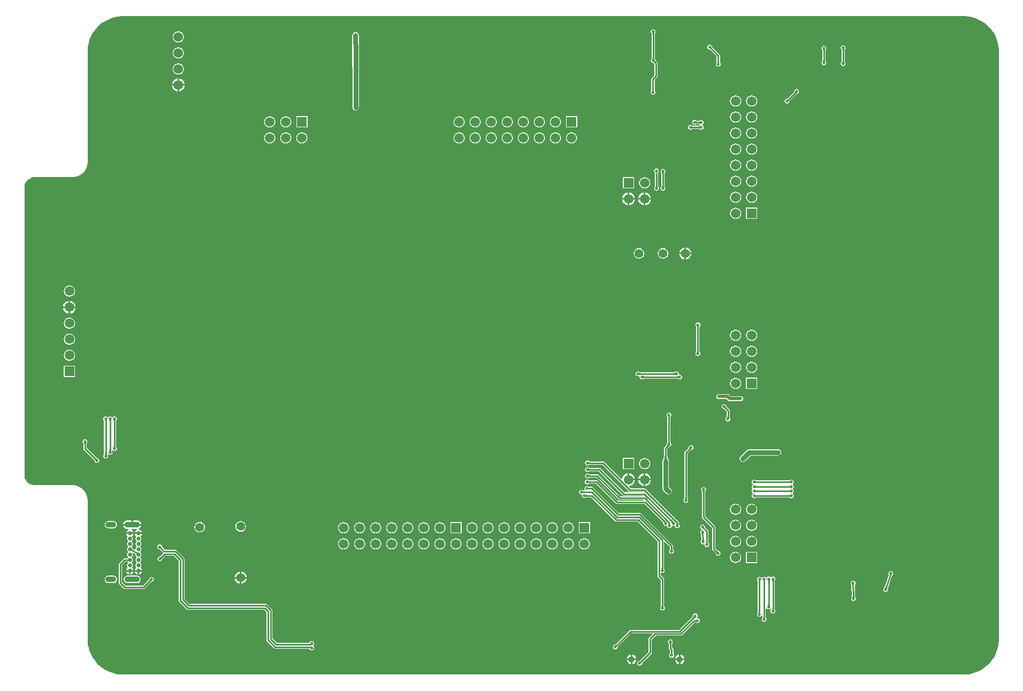
<source format=gbl>
G04*
G04 #@! TF.GenerationSoftware,Altium Limited,Altium Designer,19.1.8 (144)*
G04*
G04 Layer_Physical_Order=2*
G04 Layer_Color=16711680*
%FSLAX25Y25*%
%MOIN*%
G70*
G01*
G75*
%ADD10C,0.02000*%
%ADD14C,0.01000*%
%ADD17C,0.03000*%
%ADD31C,0.03937*%
%ADD51R,0.62992X0.35100*%
%ADD83O,0.06693X0.03543*%
%ADD84O,0.09449X0.03543*%
%ADD85O,0.02559X0.02441*%
%ADD86C,0.05906*%
%ADD87R,0.05906X0.05906*%
%ADD88C,0.06000*%
%ADD89R,0.05906X0.05906*%
%ADD90C,0.05906*%
%ADD91C,0.05512*%
%ADD92C,0.07874*%
%ADD93C,0.01968*%
G36*
X523618Y411856D02*
X524704Y411852D01*
X526868Y411639D01*
X528997Y411215D01*
X531074Y410585D01*
X533079Y409755D01*
X534994Y408731D01*
X536798Y407525D01*
X538477Y406148D01*
X540011Y404613D01*
X541389Y402935D01*
X542594Y401131D01*
X543618Y399216D01*
X544448Y397211D01*
X545079Y395134D01*
X545502Y393005D01*
X545715Y390844D01*
Y389759D01*
Y23622D01*
Y22537D01*
X545502Y20376D01*
X545079Y18247D01*
X544448Y16170D01*
X543618Y14165D01*
X542594Y12250D01*
X541389Y10446D01*
X540011Y8768D01*
X538477Y7233D01*
X536798Y5855D01*
X534994Y4650D01*
X533079Y3626D01*
X531074Y2796D01*
X528997Y2166D01*
X526868Y1742D01*
X524707Y1529D01*
X523622D01*
X0Y1529D01*
X-1085D01*
X-3246Y1742D01*
X-5375Y2166D01*
X-7452Y2796D01*
X-9457Y3626D01*
X-11372Y4650D01*
X-13176Y5856D01*
X-14854Y7233D01*
X-16389Y8768D01*
X-17766Y10446D01*
X-18972Y12250D01*
X-19996Y14165D01*
X-20826Y16170D01*
X-21456Y18248D01*
X-21880Y20376D01*
X-22093Y22537D01*
Y23622D01*
Y110126D01*
X-22100Y110163D01*
X-22095Y110201D01*
X-22132Y110973D01*
X-22160Y111083D01*
Y111196D01*
X-22461Y112710D01*
X-22519Y112849D01*
X-22548Y112997D01*
X-23139Y114423D01*
X-23223Y114548D01*
X-23280Y114687D01*
X-24138Y115971D01*
X-24244Y116077D01*
X-24328Y116202D01*
X-25419Y117294D01*
X-25545Y117378D01*
X-25651Y117484D01*
X-26935Y118342D01*
X-27074Y118399D01*
X-27199Y118483D01*
X-28625Y119074D01*
X-28773Y119103D01*
X-28912Y119161D01*
X-30426Y119462D01*
X-30539D01*
X-30649Y119489D01*
X-31421Y119527D01*
X-31459Y119522D01*
X-31496Y119529D01*
X-55743D01*
X-56969Y119773D01*
X-58123Y120251D01*
X-59163Y120946D01*
X-60046Y121829D01*
X-60741Y122869D01*
X-61219Y124023D01*
X-61463Y125249D01*
Y125874D01*
X-61463Y305118D01*
X-61463Y305743D01*
X-61219Y306969D01*
X-60741Y308123D01*
X-60046Y309163D01*
X-59163Y310046D01*
X-58123Y310741D01*
X-56969Y311219D01*
X-55743Y311463D01*
X-31496D01*
X-31459Y311470D01*
X-31421Y311465D01*
X-30649Y311503D01*
X-30539Y311530D01*
X-30426D01*
X-28912Y311831D01*
X-28773Y311889D01*
X-28625Y311918D01*
X-27199Y312509D01*
X-27074Y312593D01*
X-26935Y312650D01*
X-25651Y313508D01*
X-25545Y313614D01*
X-25419Y313698D01*
X-24328Y314790D01*
X-24244Y314915D01*
X-24138Y315021D01*
X-23280Y316305D01*
X-23223Y316444D01*
X-23139Y316569D01*
X-22548Y317995D01*
X-22519Y318143D01*
X-22461Y318282D01*
X-22160Y319796D01*
Y319909D01*
X-22132Y320019D01*
X-22095Y320791D01*
X-22100Y320829D01*
X-22093Y320866D01*
Y389764D01*
Y390849D01*
X-21880Y393009D01*
X-21456Y395138D01*
X-20826Y397216D01*
X-19996Y399221D01*
X-18972Y401135D01*
X-17766Y402940D01*
X-16389Y404618D01*
X-14854Y406153D01*
X-13176Y407530D01*
X-11372Y408736D01*
X-9457Y409760D01*
X-7452Y410590D01*
X-5375Y411220D01*
X-3246Y411644D01*
X-1085Y411857D01*
X0D01*
X523618Y411856D01*
D02*
G37*
%LPC*%
G36*
X144842Y401935D02*
X144839Y401935D01*
X144837Y401935D01*
X144546Y401876D01*
X144061Y401780D01*
X144059Y401778D01*
X144057Y401778D01*
X143798Y401604D01*
X143400Y401338D01*
X143398Y401336D01*
X143397Y401334D01*
X143208Y401051D01*
X142958Y400676D01*
X142957Y400674D01*
X142956Y400672D01*
X142884Y400303D01*
X142803Y399896D01*
Y399896D01*
X142803Y399893D01*
X142803Y399891D01*
X142827Y388991D01*
X142867Y370991D01*
X142903Y355093D01*
X143060Y354313D01*
X143503Y353652D01*
X144166Y353212D01*
X144946Y353058D01*
X145726Y353215D01*
X146387Y353659D01*
X146827Y354321D01*
X146981Y355102D01*
X146945Y371001D01*
X146905Y389000D01*
X146881Y399900D01*
X146807Y400267D01*
X146726Y400676D01*
X146724Y400678D01*
X146724Y400680D01*
X146535Y400962D01*
X146284Y401338D01*
X146281Y401339D01*
X146280Y401341D01*
X146020Y401514D01*
X145622Y401780D01*
X145619Y401781D01*
X145618Y401782D01*
X145325Y401839D01*
X144842Y401935D01*
D02*
G37*
G36*
X34442Y402526D02*
X33528Y402406D01*
X32677Y402053D01*
X31945Y401492D01*
X31385Y400761D01*
X31032Y399910D01*
X30911Y398996D01*
X31032Y398082D01*
X31385Y397231D01*
X31945Y396500D01*
X32677Y395939D01*
X33528Y395586D01*
X34442Y395466D01*
X35355Y395586D01*
X36207Y395939D01*
X36938Y396500D01*
X37499Y397231D01*
X37852Y398082D01*
X37972Y398996D01*
X37852Y399910D01*
X37499Y400761D01*
X36938Y401492D01*
X36207Y402053D01*
X35355Y402406D01*
X34442Y402526D01*
D02*
G37*
G36*
Y392526D02*
X33528Y392406D01*
X32677Y392053D01*
X31945Y391492D01*
X31385Y390761D01*
X31032Y389910D01*
X30911Y388996D01*
X31032Y388082D01*
X31385Y387231D01*
X31945Y386500D01*
X32677Y385939D01*
X33528Y385586D01*
X34442Y385466D01*
X35355Y385586D01*
X36207Y385939D01*
X36938Y386500D01*
X37499Y387231D01*
X37852Y388082D01*
X37972Y388996D01*
X37852Y389910D01*
X37499Y390761D01*
X36938Y391492D01*
X36207Y392053D01*
X35355Y392406D01*
X34442Y392526D01*
D02*
G37*
G36*
X436599Y393509D02*
X436020Y393394D01*
X435529Y393066D01*
X435201Y392575D01*
X435086Y391996D01*
X435201Y391417D01*
X435485Y390992D01*
X435493Y390968D01*
X435496Y390951D01*
X435501Y390944D01*
X435504Y390935D01*
X435513Y390925D01*
X435519Y390910D01*
X435528Y390881D01*
X435537Y390839D01*
X435544Y390792D01*
X435557Y390638D01*
X435558Y390548D01*
X435580Y390499D01*
Y384301D01*
X435558Y384254D01*
X435552Y384067D01*
X435545Y384007D01*
X435537Y383953D01*
X435528Y383911D01*
X435519Y383882D01*
X435513Y383867D01*
X435504Y383857D01*
X435501Y383848D01*
X435496Y383841D01*
X435493Y383824D01*
X435485Y383800D01*
X435201Y383375D01*
X435086Y382796D01*
X435201Y382217D01*
X435529Y381726D01*
X436020Y381398D01*
X436599Y381283D01*
X437178Y381398D01*
X437669Y381726D01*
X437997Y382217D01*
X438112Y382796D01*
X437997Y383375D01*
X437714Y383800D01*
X437705Y383824D01*
X437702Y383841D01*
X437697Y383848D01*
X437694Y383857D01*
X437685Y383867D01*
X437679Y383882D01*
X437671Y383911D01*
X437662Y383953D01*
X437654Y384000D01*
X437642Y384154D01*
X437640Y384244D01*
X437619Y384293D01*
Y390491D01*
X437640Y390538D01*
X437647Y390725D01*
X437653Y390785D01*
X437662Y390839D01*
X437671Y390881D01*
X437679Y390910D01*
X437685Y390925D01*
X437694Y390935D01*
X437697Y390944D01*
X437702Y390951D01*
X437705Y390968D01*
X437714Y390992D01*
X437997Y391417D01*
X438112Y391996D01*
X437997Y392575D01*
X437669Y393066D01*
X437178Y393394D01*
X436599Y393509D01*
D02*
G37*
G36*
X448599Y393709D02*
X448020Y393594D01*
X447529Y393266D01*
X447201Y392775D01*
X447086Y392196D01*
X447201Y391617D01*
X447485Y391192D01*
X447493Y391168D01*
X447496Y391151D01*
X447501Y391144D01*
X447504Y391135D01*
X447513Y391125D01*
X447519Y391110D01*
X447528Y391081D01*
X447537Y391039D01*
X447544Y390992D01*
X447556Y390838D01*
X447558Y390748D01*
X447580Y390699D01*
Y383701D01*
X447558Y383654D01*
X447551Y383467D01*
X447545Y383407D01*
X447537Y383353D01*
X447528Y383311D01*
X447519Y383282D01*
X447513Y383267D01*
X447504Y383257D01*
X447501Y383248D01*
X447496Y383241D01*
X447493Y383224D01*
X447485Y383200D01*
X447201Y382775D01*
X447086Y382196D01*
X447201Y381617D01*
X447529Y381126D01*
X448020Y380798D01*
X448599Y380683D01*
X449178Y380798D01*
X449669Y381126D01*
X449997Y381617D01*
X450112Y382196D01*
X449997Y382775D01*
X449714Y383200D01*
X449705Y383224D01*
X449702Y383241D01*
X449697Y383248D01*
X449694Y383257D01*
X449685Y383267D01*
X449679Y383282D01*
X449671Y383311D01*
X449661Y383353D01*
X449654Y383400D01*
X449642Y383554D01*
X449640Y383644D01*
X449619Y383693D01*
Y390691D01*
X449640Y390738D01*
X449647Y390925D01*
X449653Y390985D01*
X449661Y391039D01*
X449671Y391081D01*
X449679Y391110D01*
X449685Y391125D01*
X449694Y391135D01*
X449697Y391144D01*
X449702Y391151D01*
X449705Y391168D01*
X449714Y391192D01*
X449997Y391617D01*
X450112Y392196D01*
X449997Y392775D01*
X449669Y393266D01*
X449178Y393594D01*
X448599Y393709D01*
D02*
G37*
G36*
X365542Y394109D02*
X364963Y393994D01*
X364472Y393666D01*
X364144Y393175D01*
X364028Y392596D01*
X364144Y392017D01*
X364472Y391526D01*
X364963Y391198D01*
X365463Y391098D01*
X365486Y391087D01*
X365501Y391077D01*
X365509Y391076D01*
X365518Y391072D01*
X365531Y391071D01*
X365546Y391064D01*
X365572Y391050D01*
X365609Y391027D01*
X365648Y390998D01*
X365765Y390898D01*
X365829Y390836D01*
X365880Y390816D01*
X369822Y386874D01*
Y383501D01*
X369801Y383454D01*
X369794Y383266D01*
X369788Y383207D01*
X369779Y383153D01*
X369770Y383111D01*
X369761Y383082D01*
X369756Y383067D01*
X369747Y383057D01*
X369744Y383048D01*
X369739Y383041D01*
X369736Y383024D01*
X369727Y383000D01*
X369444Y382575D01*
X369328Y381996D01*
X369444Y381417D01*
X369772Y380926D01*
X370263Y380598D01*
X370842Y380483D01*
X371421Y380598D01*
X371912Y380926D01*
X372240Y381417D01*
X372355Y381996D01*
X372240Y382575D01*
X371956Y383000D01*
X371948Y383024D01*
X371944Y383041D01*
X371939Y383048D01*
X371936Y383057D01*
X371928Y383067D01*
X371922Y383082D01*
X371913Y383111D01*
X371904Y383153D01*
X371897Y383200D01*
X371884Y383354D01*
X371883Y383444D01*
X371861Y383493D01*
Y387296D01*
X371784Y387686D01*
X371563Y388017D01*
X367327Y392253D01*
X367309Y392301D01*
X367181Y392439D01*
X367143Y392485D01*
X367111Y392529D01*
X367088Y392565D01*
X367073Y392592D01*
X367067Y392607D01*
X367066Y392620D01*
X367062Y392628D01*
X367060Y392637D01*
X367051Y392652D01*
X367039Y392674D01*
X366940Y393175D01*
X366612Y393666D01*
X366121Y393994D01*
X365542Y394109D01*
D02*
G37*
G36*
X34442Y382526D02*
X33528Y382406D01*
X32677Y382053D01*
X31945Y381492D01*
X31385Y380761D01*
X31032Y379910D01*
X30911Y378996D01*
X31032Y378082D01*
X31385Y377231D01*
X31945Y376500D01*
X32677Y375939D01*
X33528Y375586D01*
X34442Y375466D01*
X35355Y375586D01*
X36207Y375939D01*
X36938Y376500D01*
X37499Y377231D01*
X37852Y378082D01*
X37972Y378996D01*
X37852Y379910D01*
X37499Y380761D01*
X36938Y381492D01*
X36207Y382053D01*
X35355Y382406D01*
X34442Y382526D01*
D02*
G37*
G36*
X34942Y372965D02*
Y369496D01*
X38410D01*
X38339Y370040D01*
X37936Y371013D01*
X37295Y371849D01*
X36459Y372490D01*
X35486Y372893D01*
X34942Y372965D01*
D02*
G37*
G36*
X33942D02*
X33397Y372893D01*
X32425Y372490D01*
X31589Y371849D01*
X30948Y371013D01*
X30545Y370040D01*
X30473Y369496D01*
X33942D01*
Y372965D01*
D02*
G37*
G36*
X38410Y368496D02*
X34942D01*
Y365027D01*
X35486Y365099D01*
X36459Y365502D01*
X37295Y366143D01*
X37936Y366979D01*
X38339Y367952D01*
X38410Y368496D01*
D02*
G37*
G36*
X33942D02*
X30473D01*
X30545Y367952D01*
X30948Y366979D01*
X31589Y366143D01*
X32425Y365502D01*
X33397Y365099D01*
X33942Y365027D01*
Y368496D01*
D02*
G37*
G36*
X330342Y403709D02*
X329763Y403594D01*
X329272Y403266D01*
X328944Y402775D01*
X328828Y402196D01*
X328944Y401617D01*
X329223Y401199D01*
X329232Y401172D01*
X329235Y401155D01*
X329240Y401148D01*
X329243Y401139D01*
X329252Y401129D01*
X329258Y401113D01*
X329267Y401084D01*
X329276Y401042D01*
X329283Y400994D01*
X329295Y400840D01*
X329297Y400750D01*
X329319Y400701D01*
Y385704D01*
X329297Y385658D01*
X329291Y385470D01*
X329284Y385410D01*
X329276Y385356D01*
X329267Y385314D01*
X329258Y385285D01*
X329252Y385270D01*
X329243Y385261D01*
X329240Y385252D01*
X329235Y385244D01*
X329232Y385227D01*
X329224Y385203D01*
X328940Y384779D01*
X328825Y384200D01*
X328940Y383620D01*
X329268Y383129D01*
X329759Y382801D01*
X330260Y382702D01*
X330283Y382691D01*
X330297Y382681D01*
X330306Y382679D01*
X330314Y382675D01*
X330327Y382674D01*
X330342Y382668D01*
X330369Y382653D01*
X330405Y382630D01*
X330444Y382602D01*
X330561Y382502D01*
X330626Y382439D01*
X330676Y382420D01*
X331075Y382021D01*
Y374971D01*
X329467Y373363D01*
X329246Y373033D01*
X329169Y372642D01*
Y365854D01*
X329147Y365808D01*
X329140Y365620D01*
X329134Y365560D01*
X329126Y365506D01*
X329117Y365464D01*
X329108Y365435D01*
X329102Y365420D01*
X329093Y365410D01*
X329090Y365402D01*
X329085Y365394D01*
X329082Y365377D01*
X329074Y365353D01*
X328790Y364929D01*
X328675Y364350D01*
X328790Y363770D01*
X329118Y363279D01*
X329609Y362951D01*
X330188Y362836D01*
X330767Y362951D01*
X331258Y363279D01*
X331586Y363770D01*
X331701Y364350D01*
X331586Y364929D01*
X331303Y365353D01*
X331294Y365377D01*
X331291Y365394D01*
X331286Y365402D01*
X331283Y365410D01*
X331274Y365420D01*
X331268Y365435D01*
X331260Y365464D01*
X331251Y365506D01*
X331243Y365554D01*
X331231Y365708D01*
X331229Y365797D01*
X331208Y365847D01*
Y372220D01*
X332816Y373828D01*
X333037Y374159D01*
X333114Y374549D01*
Y382443D01*
X333037Y382833D01*
X332816Y383164D01*
X332123Y383857D01*
X332105Y383904D01*
X331977Y384042D01*
X331940Y384089D01*
X331907Y384133D01*
X331884Y384169D01*
X331870Y384196D01*
X331863Y384210D01*
X331862Y384224D01*
X331858Y384232D01*
X331857Y384241D01*
X331847Y384255D01*
X331836Y384278D01*
X331736Y384779D01*
X331453Y385203D01*
X331444Y385227D01*
X331441Y385244D01*
X331436Y385252D01*
X331433Y385261D01*
X331424Y385270D01*
X331418Y385285D01*
X331410Y385314D01*
X331400Y385356D01*
X331393Y385404D01*
X331381Y385558D01*
X331379Y385648D01*
X331358Y385697D01*
Y400689D01*
X331379Y400736D01*
X331386Y400923D01*
X331392Y400983D01*
X331401Y401037D01*
X331410Y401078D01*
X331418Y401107D01*
X331424Y401122D01*
X331433Y401131D01*
X331436Y401140D01*
X331441Y401148D01*
X331444Y401164D01*
X331452Y401185D01*
X331740Y401617D01*
X331855Y402196D01*
X331740Y402775D01*
X331412Y403266D01*
X330921Y403594D01*
X330342Y403709D01*
D02*
G37*
G36*
X419642Y366509D02*
X419063Y366394D01*
X418572Y366066D01*
X418244Y365575D01*
X418128Y364996D01*
X418142Y364926D01*
X418139Y364916D01*
X418135Y364909D01*
X418133Y364907D01*
X418133Y364905D01*
X418127Y364895D01*
X418126Y364881D01*
X418122Y364872D01*
X418122Y364868D01*
X418122Y364867D01*
X418112Y364846D01*
X418093Y364814D01*
X418069Y364780D01*
X417974Y364667D01*
X417914Y364603D01*
X417904Y364578D01*
X417880Y364565D01*
X417870Y364529D01*
X414021Y360680D01*
X413973Y360662D01*
X413835Y360534D01*
X413789Y360496D01*
X413745Y360464D01*
X413709Y360441D01*
X413682Y360427D01*
X413667Y360420D01*
X413654Y360420D01*
X413646Y360415D01*
X413637Y360414D01*
X413623Y360404D01*
X413600Y360393D01*
X413099Y360293D01*
X412608Y359965D01*
X412280Y359474D01*
X412165Y358895D01*
X412280Y358316D01*
X412608Y357825D01*
X413099Y357497D01*
X413678Y357382D01*
X414257Y357497D01*
X414748Y357825D01*
X415076Y358316D01*
X415176Y358817D01*
X415187Y358840D01*
X415196Y358854D01*
X415198Y358863D01*
X415202Y358871D01*
X415203Y358884D01*
X415210Y358899D01*
X415224Y358926D01*
X415247Y358962D01*
X415275Y359001D01*
X415376Y359118D01*
X415438Y359183D01*
X415458Y359233D01*
X419419Y363195D01*
X419470Y363215D01*
X419540Y363283D01*
X419596Y363333D01*
X419706Y363423D01*
X419741Y363447D01*
X419773Y363466D01*
X419794Y363476D01*
X419799Y363479D01*
X419814Y363481D01*
X419821Y363485D01*
X419829Y363488D01*
X419842Y363498D01*
X419900Y363534D01*
X420221Y363598D01*
X420712Y363926D01*
X421040Y364417D01*
X421155Y364996D01*
X421040Y365575D01*
X420712Y366066D01*
X420221Y366394D01*
X419642Y366509D01*
D02*
G37*
G36*
X391599Y362478D02*
X390698Y362360D01*
X389858Y362012D01*
X389137Y361458D01*
X388583Y360737D01*
X388235Y359897D01*
X388117Y358996D01*
X388235Y358095D01*
X388583Y357255D01*
X389137Y356534D01*
X389858Y355980D01*
X390698Y355632D01*
X391599Y355514D01*
X392501Y355632D01*
X393340Y355980D01*
X394062Y356534D01*
X394615Y357255D01*
X394963Y358095D01*
X395082Y358996D01*
X394963Y359897D01*
X394615Y360737D01*
X394062Y361458D01*
X393340Y362012D01*
X392501Y362360D01*
X391599Y362478D01*
D02*
G37*
G36*
X381599D02*
X380698Y362360D01*
X379858Y362012D01*
X379137Y361458D01*
X378583Y360737D01*
X378235Y359897D01*
X378117Y358996D01*
X378235Y358095D01*
X378583Y357255D01*
X379137Y356534D01*
X379858Y355980D01*
X380698Y355632D01*
X381599Y355514D01*
X382501Y355632D01*
X383341Y355980D01*
X384062Y356534D01*
X384615Y357255D01*
X384963Y358095D01*
X385082Y358996D01*
X384963Y359897D01*
X384615Y360737D01*
X384062Y361458D01*
X383341Y362012D01*
X382501Y362360D01*
X381599Y362478D01*
D02*
G37*
G36*
X391599Y352479D02*
X390698Y352360D01*
X389858Y352012D01*
X389137Y351459D01*
X388583Y350737D01*
X388235Y349897D01*
X388117Y348996D01*
X388235Y348095D01*
X388583Y347255D01*
X389137Y346533D01*
X389858Y345980D01*
X390698Y345632D01*
X391599Y345514D01*
X392501Y345632D01*
X393340Y345980D01*
X394062Y346533D01*
X394615Y347255D01*
X394963Y348095D01*
X395082Y348996D01*
X394963Y349897D01*
X394615Y350737D01*
X394062Y351459D01*
X393340Y352012D01*
X392501Y352360D01*
X391599Y352479D01*
D02*
G37*
G36*
X381599D02*
X380698Y352360D01*
X379858Y352012D01*
X379137Y351459D01*
X378583Y350737D01*
X378235Y349897D01*
X378117Y348996D01*
X378235Y348095D01*
X378583Y347255D01*
X379137Y346533D01*
X379858Y345980D01*
X380698Y345632D01*
X381599Y345514D01*
X382501Y345632D01*
X383341Y345980D01*
X384062Y346533D01*
X384615Y347255D01*
X384963Y348095D01*
X385082Y348996D01*
X384963Y349897D01*
X384615Y350737D01*
X384062Y351459D01*
X383341Y352012D01*
X382501Y352360D01*
X381599Y352479D01*
D02*
G37*
G36*
X356042Y347259D02*
X355463Y347144D01*
X354972Y346816D01*
X354644Y346325D01*
X354528Y345746D01*
X354644Y345166D01*
X354972Y344675D01*
X355463Y344348D01*
X356042Y344232D01*
X356621Y344348D01*
X356960Y344574D01*
X357016Y344590D01*
X357032Y344593D01*
X357038Y344597D01*
X357047Y344599D01*
X357059Y344609D01*
X357061Y344610D01*
X357080Y344617D01*
X357113Y344625D01*
X357158Y344635D01*
X357209Y344642D01*
X357366Y344653D01*
X357458Y344655D01*
X357507Y344676D01*
X358637D01*
X358683Y344655D01*
X358871Y344648D01*
X358931Y344642D01*
X358985Y344634D01*
X359027Y344624D01*
X359056Y344616D01*
X359071Y344610D01*
X359081Y344601D01*
X359090Y344598D01*
X359097Y344593D01*
X359114Y344590D01*
X359138Y344582D01*
X359370Y344427D01*
Y343865D01*
X359138Y343710D01*
X359114Y343702D01*
X359097Y343699D01*
X359090Y343694D01*
X359081Y343691D01*
X359071Y343682D01*
X359056Y343676D01*
X359027Y343668D01*
X358985Y343658D01*
X358937Y343651D01*
X358784Y343639D01*
X358694Y343637D01*
X358644Y343616D01*
X355046D01*
X355000Y343637D01*
X354812Y343644D01*
X354752Y343650D01*
X354699Y343658D01*
X354657Y343668D01*
X354627Y343676D01*
X354613Y343682D01*
X354603Y343691D01*
X354594Y343694D01*
X354586Y343699D01*
X354569Y343702D01*
X354545Y343710D01*
X354121Y343994D01*
X353542Y344109D01*
X352963Y343994D01*
X352472Y343666D01*
X352144Y343175D01*
X352028Y342596D01*
X352144Y342017D01*
X352472Y341526D01*
X352963Y341198D01*
X353542Y341083D01*
X354121Y341198D01*
X354545Y341482D01*
X354569Y341490D01*
X354586Y341493D01*
X354594Y341498D01*
X354603Y341501D01*
X354613Y341510D01*
X354628Y341516D01*
X354657Y341524D01*
X354699Y341534D01*
X354746Y341541D01*
X354900Y341553D01*
X354990Y341555D01*
X355039Y341576D01*
X358637D01*
X358683Y341555D01*
X358871Y341548D01*
X358931Y341542D01*
X358985Y341534D01*
X359027Y341524D01*
X359056Y341516D01*
X359071Y341510D01*
X359081Y341501D01*
X359090Y341498D01*
X359097Y341493D01*
X359114Y341490D01*
X359138Y341482D01*
X359563Y341198D01*
X360142Y341083D01*
X360721Y341198D01*
X361212Y341526D01*
X361540Y342017D01*
X361655Y342596D01*
X361540Y343175D01*
X361212Y343666D01*
X360914Y343865D01*
Y344427D01*
X361212Y344626D01*
X361540Y345117D01*
X361655Y345696D01*
X361540Y346275D01*
X361212Y346766D01*
X360721Y347094D01*
X360142Y347209D01*
X359563Y347094D01*
X359138Y346810D01*
X359114Y346802D01*
X359097Y346799D01*
X359090Y346794D01*
X359081Y346791D01*
X359071Y346782D01*
X359056Y346776D01*
X359027Y346767D01*
X358985Y346758D01*
X358937Y346751D01*
X358784Y346739D01*
X358694Y346737D01*
X358644Y346716D01*
X357582D01*
X357539Y346736D01*
X357534Y346734D01*
X357529Y346737D01*
X357343Y346744D01*
X357286Y346750D01*
X357235Y346759D01*
X357196Y346768D01*
X357170Y346777D01*
X357162Y346780D01*
X357156Y346786D01*
X357147Y346790D01*
X357138Y346796D01*
X357122Y346800D01*
X357112Y346816D01*
X356621Y347144D01*
X356042Y347259D01*
D02*
G37*
G36*
X282894Y349449D02*
X275989D01*
Y342543D01*
X282894D01*
Y349449D01*
D02*
G37*
G36*
X114894D02*
X107989D01*
Y342543D01*
X114894D01*
Y349449D01*
D02*
G37*
G36*
X269442Y349479D02*
X268540Y349360D01*
X267701Y349012D01*
X266979Y348459D01*
X266426Y347737D01*
X266078Y346897D01*
X265959Y345996D01*
X266078Y345095D01*
X266426Y344255D01*
X266979Y343533D01*
X267701Y342980D01*
X268540Y342632D01*
X269442Y342513D01*
X270343Y342632D01*
X271183Y342980D01*
X271904Y343533D01*
X272458Y344255D01*
X272806Y345095D01*
X272924Y345996D01*
X272806Y346897D01*
X272458Y347737D01*
X271904Y348459D01*
X271183Y349012D01*
X270343Y349360D01*
X269442Y349479D01*
D02*
G37*
G36*
X259442D02*
X258540Y349360D01*
X257700Y349012D01*
X256979Y348459D01*
X256426Y347737D01*
X256078Y346897D01*
X255959Y345996D01*
X256078Y345095D01*
X256426Y344255D01*
X256979Y343533D01*
X257700Y342980D01*
X258540Y342632D01*
X259442Y342513D01*
X260343Y342632D01*
X261183Y342980D01*
X261904Y343533D01*
X262458Y344255D01*
X262806Y345095D01*
X262924Y345996D01*
X262806Y346897D01*
X262458Y347737D01*
X261904Y348459D01*
X261183Y349012D01*
X260343Y349360D01*
X259442Y349479D01*
D02*
G37*
G36*
X249442D02*
X248540Y349360D01*
X247701Y349012D01*
X246979Y348459D01*
X246426Y347737D01*
X246078Y346897D01*
X245959Y345996D01*
X246078Y345095D01*
X246426Y344255D01*
X246979Y343533D01*
X247701Y342980D01*
X248540Y342632D01*
X249442Y342513D01*
X250343Y342632D01*
X251183Y342980D01*
X251904Y343533D01*
X252458Y344255D01*
X252806Y345095D01*
X252924Y345996D01*
X252806Y346897D01*
X252458Y347737D01*
X251904Y348459D01*
X251183Y349012D01*
X250343Y349360D01*
X249442Y349479D01*
D02*
G37*
G36*
X239442D02*
X238540Y349360D01*
X237701Y349012D01*
X236979Y348459D01*
X236426Y347737D01*
X236078Y346897D01*
X235959Y345996D01*
X236078Y345095D01*
X236426Y344255D01*
X236979Y343533D01*
X237701Y342980D01*
X238540Y342632D01*
X239442Y342513D01*
X240343Y342632D01*
X241183Y342980D01*
X241904Y343533D01*
X242458Y344255D01*
X242806Y345095D01*
X242924Y345996D01*
X242806Y346897D01*
X242458Y347737D01*
X241904Y348459D01*
X241183Y349012D01*
X240343Y349360D01*
X239442Y349479D01*
D02*
G37*
G36*
X229442D02*
X228540Y349360D01*
X227700Y349012D01*
X226979Y348459D01*
X226426Y347737D01*
X226078Y346897D01*
X225959Y345996D01*
X226078Y345095D01*
X226426Y344255D01*
X226979Y343533D01*
X227700Y342980D01*
X228540Y342632D01*
X229442Y342513D01*
X230343Y342632D01*
X231183Y342980D01*
X231904Y343533D01*
X232458Y344255D01*
X232806Y345095D01*
X232924Y345996D01*
X232806Y346897D01*
X232458Y347737D01*
X231904Y348459D01*
X231183Y349012D01*
X230343Y349360D01*
X229442Y349479D01*
D02*
G37*
G36*
X219442D02*
X218540Y349360D01*
X217701Y349012D01*
X216979Y348459D01*
X216426Y347737D01*
X216078Y346897D01*
X215959Y345996D01*
X216078Y345095D01*
X216426Y344255D01*
X216979Y343533D01*
X217701Y342980D01*
X218540Y342632D01*
X219442Y342513D01*
X220343Y342632D01*
X221183Y342980D01*
X221904Y343533D01*
X222458Y344255D01*
X222806Y345095D01*
X222924Y345996D01*
X222806Y346897D01*
X222458Y347737D01*
X221904Y348459D01*
X221183Y349012D01*
X220343Y349360D01*
X219442Y349479D01*
D02*
G37*
G36*
X209442D02*
X208540Y349360D01*
X207700Y349012D01*
X206979Y348459D01*
X206426Y347737D01*
X206078Y346897D01*
X205959Y345996D01*
X206078Y345095D01*
X206426Y344255D01*
X206979Y343533D01*
X207700Y342980D01*
X208540Y342632D01*
X209442Y342513D01*
X210343Y342632D01*
X211183Y342980D01*
X211904Y343533D01*
X212458Y344255D01*
X212806Y345095D01*
X212924Y345996D01*
X212806Y346897D01*
X212458Y347737D01*
X211904Y348459D01*
X211183Y349012D01*
X210343Y349360D01*
X209442Y349479D01*
D02*
G37*
G36*
X101442D02*
X100540Y349360D01*
X99700Y349012D01*
X98979Y348459D01*
X98426Y347737D01*
X98078Y346897D01*
X97959Y345996D01*
X98078Y345095D01*
X98426Y344255D01*
X98979Y343533D01*
X99700Y342980D01*
X100540Y342632D01*
X101442Y342513D01*
X102343Y342632D01*
X103183Y342980D01*
X103904Y343533D01*
X104458Y344255D01*
X104806Y345095D01*
X104924Y345996D01*
X104806Y346897D01*
X104458Y347737D01*
X103904Y348459D01*
X103183Y349012D01*
X102343Y349360D01*
X101442Y349479D01*
D02*
G37*
G36*
X91442D02*
X90540Y349360D01*
X89701Y349012D01*
X88979Y348459D01*
X88426Y347737D01*
X88078Y346897D01*
X87959Y345996D01*
X88078Y345095D01*
X88426Y344255D01*
X88979Y343533D01*
X89701Y342980D01*
X90540Y342632D01*
X91442Y342513D01*
X92343Y342632D01*
X93183Y342980D01*
X93904Y343533D01*
X94458Y344255D01*
X94806Y345095D01*
X94924Y345996D01*
X94806Y346897D01*
X94458Y347737D01*
X93904Y348459D01*
X93183Y349012D01*
X92343Y349360D01*
X91442Y349479D01*
D02*
G37*
G36*
X391599Y342478D02*
X390698Y342360D01*
X389858Y342012D01*
X389137Y341459D01*
X388583Y340737D01*
X388235Y339897D01*
X388117Y338996D01*
X388235Y338095D01*
X388583Y337255D01*
X389137Y336533D01*
X389858Y335980D01*
X390698Y335632D01*
X391599Y335513D01*
X392501Y335632D01*
X393340Y335980D01*
X394062Y336533D01*
X394615Y337255D01*
X394963Y338095D01*
X395082Y338996D01*
X394963Y339897D01*
X394615Y340737D01*
X394062Y341459D01*
X393340Y342012D01*
X392501Y342360D01*
X391599Y342478D01*
D02*
G37*
G36*
X381599D02*
X380698Y342360D01*
X379858Y342012D01*
X379137Y341459D01*
X378583Y340737D01*
X378235Y339897D01*
X378117Y338996D01*
X378235Y338095D01*
X378583Y337255D01*
X379137Y336533D01*
X379858Y335980D01*
X380698Y335632D01*
X381599Y335513D01*
X382501Y335632D01*
X383341Y335980D01*
X384062Y336533D01*
X384615Y337255D01*
X384963Y338095D01*
X385082Y338996D01*
X384963Y339897D01*
X384615Y340737D01*
X384062Y341459D01*
X383341Y342012D01*
X382501Y342360D01*
X381599Y342478D01*
D02*
G37*
G36*
X279442Y339478D02*
X278540Y339360D01*
X277700Y339012D01*
X276979Y338458D01*
X276426Y337737D01*
X276078Y336897D01*
X275959Y335996D01*
X276078Y335095D01*
X276426Y334255D01*
X276979Y333534D01*
X277700Y332980D01*
X278540Y332632D01*
X279442Y332513D01*
X280343Y332632D01*
X281183Y332980D01*
X281904Y333534D01*
X282458Y334255D01*
X282806Y335095D01*
X282924Y335996D01*
X282806Y336897D01*
X282458Y337737D01*
X281904Y338458D01*
X281183Y339012D01*
X280343Y339360D01*
X279442Y339478D01*
D02*
G37*
G36*
X269442D02*
X268540Y339360D01*
X267701Y339012D01*
X266979Y338458D01*
X266426Y337737D01*
X266078Y336897D01*
X265959Y335996D01*
X266078Y335095D01*
X266426Y334255D01*
X266979Y333534D01*
X267701Y332980D01*
X268540Y332632D01*
X269442Y332513D01*
X270343Y332632D01*
X271183Y332980D01*
X271904Y333534D01*
X272458Y334255D01*
X272806Y335095D01*
X272924Y335996D01*
X272806Y336897D01*
X272458Y337737D01*
X271904Y338458D01*
X271183Y339012D01*
X270343Y339360D01*
X269442Y339478D01*
D02*
G37*
G36*
X259442D02*
X258540Y339360D01*
X257700Y339012D01*
X256979Y338458D01*
X256426Y337737D01*
X256078Y336897D01*
X255959Y335996D01*
X256078Y335095D01*
X256426Y334255D01*
X256979Y333534D01*
X257700Y332980D01*
X258540Y332632D01*
X259442Y332513D01*
X260343Y332632D01*
X261183Y332980D01*
X261904Y333534D01*
X262458Y334255D01*
X262806Y335095D01*
X262924Y335996D01*
X262806Y336897D01*
X262458Y337737D01*
X261904Y338458D01*
X261183Y339012D01*
X260343Y339360D01*
X259442Y339478D01*
D02*
G37*
G36*
X249442D02*
X248540Y339360D01*
X247701Y339012D01*
X246979Y338458D01*
X246426Y337737D01*
X246078Y336897D01*
X245959Y335996D01*
X246078Y335095D01*
X246426Y334255D01*
X246979Y333534D01*
X247701Y332980D01*
X248540Y332632D01*
X249442Y332513D01*
X250343Y332632D01*
X251183Y332980D01*
X251904Y333534D01*
X252458Y334255D01*
X252806Y335095D01*
X252924Y335996D01*
X252806Y336897D01*
X252458Y337737D01*
X251904Y338458D01*
X251183Y339012D01*
X250343Y339360D01*
X249442Y339478D01*
D02*
G37*
G36*
X239442D02*
X238540Y339360D01*
X237701Y339012D01*
X236979Y338458D01*
X236426Y337737D01*
X236078Y336897D01*
X235959Y335996D01*
X236078Y335095D01*
X236426Y334255D01*
X236979Y333534D01*
X237701Y332980D01*
X238540Y332632D01*
X239442Y332513D01*
X240343Y332632D01*
X241183Y332980D01*
X241904Y333534D01*
X242458Y334255D01*
X242806Y335095D01*
X242924Y335996D01*
X242806Y336897D01*
X242458Y337737D01*
X241904Y338458D01*
X241183Y339012D01*
X240343Y339360D01*
X239442Y339478D01*
D02*
G37*
G36*
X229442D02*
X228540Y339360D01*
X227700Y339012D01*
X226979Y338458D01*
X226426Y337737D01*
X226078Y336897D01*
X225959Y335996D01*
X226078Y335095D01*
X226426Y334255D01*
X226979Y333534D01*
X227700Y332980D01*
X228540Y332632D01*
X229442Y332513D01*
X230343Y332632D01*
X231183Y332980D01*
X231904Y333534D01*
X232458Y334255D01*
X232806Y335095D01*
X232924Y335996D01*
X232806Y336897D01*
X232458Y337737D01*
X231904Y338458D01*
X231183Y339012D01*
X230343Y339360D01*
X229442Y339478D01*
D02*
G37*
G36*
X219442D02*
X218540Y339360D01*
X217701Y339012D01*
X216979Y338458D01*
X216426Y337737D01*
X216078Y336897D01*
X215959Y335996D01*
X216078Y335095D01*
X216426Y334255D01*
X216979Y333534D01*
X217701Y332980D01*
X218540Y332632D01*
X219442Y332513D01*
X220343Y332632D01*
X221183Y332980D01*
X221904Y333534D01*
X222458Y334255D01*
X222806Y335095D01*
X222924Y335996D01*
X222806Y336897D01*
X222458Y337737D01*
X221904Y338458D01*
X221183Y339012D01*
X220343Y339360D01*
X219442Y339478D01*
D02*
G37*
G36*
X209442D02*
X208540Y339360D01*
X207700Y339012D01*
X206979Y338458D01*
X206426Y337737D01*
X206078Y336897D01*
X205959Y335996D01*
X206078Y335095D01*
X206426Y334255D01*
X206979Y333534D01*
X207700Y332980D01*
X208540Y332632D01*
X209442Y332513D01*
X210343Y332632D01*
X211183Y332980D01*
X211904Y333534D01*
X212458Y334255D01*
X212806Y335095D01*
X212924Y335996D01*
X212806Y336897D01*
X212458Y337737D01*
X211904Y338458D01*
X211183Y339012D01*
X210343Y339360D01*
X209442Y339478D01*
D02*
G37*
G36*
X111442D02*
X110540Y339360D01*
X109701Y339012D01*
X108979Y338458D01*
X108426Y337737D01*
X108078Y336897D01*
X107959Y335996D01*
X108078Y335095D01*
X108426Y334255D01*
X108979Y333534D01*
X109701Y332980D01*
X110540Y332632D01*
X111442Y332513D01*
X112343Y332632D01*
X113183Y332980D01*
X113904Y333534D01*
X114458Y334255D01*
X114806Y335095D01*
X114924Y335996D01*
X114806Y336897D01*
X114458Y337737D01*
X113904Y338458D01*
X113183Y339012D01*
X112343Y339360D01*
X111442Y339478D01*
D02*
G37*
G36*
X101442D02*
X100540Y339360D01*
X99700Y339012D01*
X98979Y338458D01*
X98426Y337737D01*
X98078Y336897D01*
X97959Y335996D01*
X98078Y335095D01*
X98426Y334255D01*
X98979Y333534D01*
X99700Y332980D01*
X100540Y332632D01*
X101442Y332513D01*
X102343Y332632D01*
X103183Y332980D01*
X103904Y333534D01*
X104458Y334255D01*
X104806Y335095D01*
X104924Y335996D01*
X104806Y336897D01*
X104458Y337737D01*
X103904Y338458D01*
X103183Y339012D01*
X102343Y339360D01*
X101442Y339478D01*
D02*
G37*
G36*
X91442D02*
X90540Y339360D01*
X89701Y339012D01*
X88979Y338458D01*
X88426Y337737D01*
X88078Y336897D01*
X87959Y335996D01*
X88078Y335095D01*
X88426Y334255D01*
X88979Y333534D01*
X89701Y332980D01*
X90540Y332632D01*
X91442Y332513D01*
X92343Y332632D01*
X93183Y332980D01*
X93904Y333534D01*
X94458Y334255D01*
X94806Y335095D01*
X94924Y335996D01*
X94806Y336897D01*
X94458Y337737D01*
X93904Y338458D01*
X93183Y339012D01*
X92343Y339360D01*
X91442Y339478D01*
D02*
G37*
G36*
X391599Y332478D02*
X390698Y332360D01*
X389858Y332012D01*
X389137Y331458D01*
X388583Y330737D01*
X388235Y329897D01*
X388117Y328996D01*
X388235Y328095D01*
X388583Y327255D01*
X389137Y326534D01*
X389858Y325980D01*
X390698Y325632D01*
X391599Y325514D01*
X392501Y325632D01*
X393340Y325980D01*
X394062Y326534D01*
X394615Y327255D01*
X394963Y328095D01*
X395082Y328996D01*
X394963Y329897D01*
X394615Y330737D01*
X394062Y331458D01*
X393340Y332012D01*
X392501Y332360D01*
X391599Y332478D01*
D02*
G37*
G36*
X381599D02*
X380698Y332360D01*
X379858Y332012D01*
X379137Y331458D01*
X378583Y330737D01*
X378235Y329897D01*
X378117Y328996D01*
X378235Y328095D01*
X378583Y327255D01*
X379137Y326534D01*
X379858Y325980D01*
X380698Y325632D01*
X381599Y325514D01*
X382501Y325632D01*
X383341Y325980D01*
X384062Y326534D01*
X384615Y327255D01*
X384963Y328095D01*
X385082Y328996D01*
X384963Y329897D01*
X384615Y330737D01*
X384062Y331458D01*
X383341Y332012D01*
X382501Y332360D01*
X381599Y332478D01*
D02*
G37*
G36*
X391599Y322479D02*
X390698Y322360D01*
X389858Y322012D01*
X389137Y321459D01*
X388583Y320737D01*
X388235Y319897D01*
X388117Y318996D01*
X388235Y318095D01*
X388583Y317255D01*
X389137Y316533D01*
X389858Y315980D01*
X390698Y315632D01*
X391599Y315513D01*
X392501Y315632D01*
X393340Y315980D01*
X394062Y316533D01*
X394615Y317255D01*
X394963Y318095D01*
X395082Y318996D01*
X394963Y319897D01*
X394615Y320737D01*
X394062Y321459D01*
X393340Y322012D01*
X392501Y322360D01*
X391599Y322479D01*
D02*
G37*
G36*
X381599D02*
X380698Y322360D01*
X379858Y322012D01*
X379137Y321459D01*
X378583Y320737D01*
X378235Y319897D01*
X378117Y318996D01*
X378235Y318095D01*
X378583Y317255D01*
X379137Y316533D01*
X379858Y315980D01*
X380698Y315632D01*
X381599Y315513D01*
X382501Y315632D01*
X383341Y315980D01*
X384062Y316533D01*
X384615Y317255D01*
X384963Y318095D01*
X385082Y318996D01*
X384963Y319897D01*
X384615Y320737D01*
X384062Y321459D01*
X383341Y322012D01*
X382501Y322360D01*
X381599Y322479D01*
D02*
G37*
G36*
X391599Y312478D02*
X390698Y312360D01*
X389858Y312012D01*
X389137Y311458D01*
X388583Y310737D01*
X388235Y309897D01*
X388117Y308996D01*
X388235Y308095D01*
X388583Y307255D01*
X389137Y306534D01*
X389858Y305980D01*
X390698Y305632D01*
X391599Y305514D01*
X392501Y305632D01*
X393340Y305980D01*
X394062Y306534D01*
X394615Y307255D01*
X394963Y308095D01*
X395082Y308996D01*
X394963Y309897D01*
X394615Y310737D01*
X394062Y311458D01*
X393340Y312012D01*
X392501Y312360D01*
X391599Y312478D01*
D02*
G37*
G36*
X381599D02*
X380698Y312360D01*
X379858Y312012D01*
X379137Y311458D01*
X378583Y310737D01*
X378235Y309897D01*
X378117Y308996D01*
X378235Y308095D01*
X378583Y307255D01*
X379137Y306534D01*
X379858Y305980D01*
X380698Y305632D01*
X381599Y305514D01*
X382501Y305632D01*
X383341Y305980D01*
X384062Y306534D01*
X384615Y307255D01*
X384963Y308095D01*
X385082Y308996D01*
X384963Y309897D01*
X384615Y310737D01*
X384062Y311458D01*
X383341Y312012D01*
X382501Y312360D01*
X381599Y312478D01*
D02*
G37*
G36*
X318394Y311449D02*
X311489D01*
Y304543D01*
X318394D01*
Y311449D01*
D02*
G37*
G36*
X324942Y311478D02*
X324040Y311360D01*
X323200Y311012D01*
X322479Y310458D01*
X321926Y309737D01*
X321578Y308897D01*
X321459Y307996D01*
X321578Y307095D01*
X321926Y306255D01*
X322479Y305534D01*
X323200Y304980D01*
X324040Y304632D01*
X324942Y304514D01*
X325843Y304632D01*
X326683Y304980D01*
X327404Y305534D01*
X327958Y306255D01*
X328306Y307095D01*
X328424Y307996D01*
X328306Y308897D01*
X327958Y309737D01*
X327404Y310458D01*
X326683Y311012D01*
X325843Y311360D01*
X324942Y311478D01*
D02*
G37*
G36*
X336442Y316675D02*
X335863Y316560D01*
X335372Y316232D01*
X335044Y315741D01*
X334928Y315162D01*
X335044Y314583D01*
X335223Y314315D01*
X335238Y314248D01*
X335240Y314231D01*
X335244Y314224D01*
X335246Y314216D01*
X335255Y314204D01*
X335257Y314198D01*
X335264Y314176D01*
X335273Y314140D01*
X335280Y314104D01*
X335299Y313871D01*
X335301Y313783D01*
X335322Y313733D01*
Y306101D01*
X335301Y306054D01*
X335294Y305867D01*
X335288Y305807D01*
X335279Y305753D01*
X335270Y305711D01*
X335262Y305682D01*
X335256Y305667D01*
X335247Y305657D01*
X335244Y305648D01*
X335239Y305641D01*
X335236Y305624D01*
X335227Y305600D01*
X334944Y305175D01*
X334828Y304596D01*
X334944Y304017D01*
X335272Y303526D01*
X335763Y303198D01*
X336342Y303083D01*
X336921Y303198D01*
X337412Y303526D01*
X337740Y304017D01*
X337855Y304596D01*
X337740Y305175D01*
X337456Y305600D01*
X337448Y305624D01*
X337444Y305641D01*
X337439Y305648D01*
X337437Y305657D01*
X337428Y305667D01*
X337422Y305682D01*
X337413Y305711D01*
X337404Y305753D01*
X337397Y305800D01*
X337384Y305954D01*
X337383Y306044D01*
X337361Y306093D01*
Y313576D01*
X337379Y313608D01*
X337373Y313630D01*
X337383Y313650D01*
X337390Y313834D01*
X337397Y313889D01*
X337405Y313937D01*
X337414Y313972D01*
X337422Y313994D01*
X337422Y313994D01*
X337425Y313997D01*
X337429Y314006D01*
X337438Y314017D01*
X337441Y314028D01*
X337442Y314029D01*
X337442Y314032D01*
X337445Y314040D01*
X337449Y314050D01*
X337512Y314092D01*
X337840Y314583D01*
X337955Y315162D01*
X337840Y315741D01*
X337512Y316232D01*
X337021Y316560D01*
X336442Y316675D01*
D02*
G37*
G36*
X332342Y316909D02*
X331763Y316794D01*
X331272Y316466D01*
X330944Y315975D01*
X330828Y315396D01*
X330944Y314817D01*
X331272Y314326D01*
X331417Y314229D01*
X331391Y314096D01*
X331422Y313939D01*
Y306101D01*
X331401Y306054D01*
X331394Y305867D01*
X331388Y305807D01*
X331379Y305753D01*
X331370Y305711D01*
X331362Y305682D01*
X331356Y305667D01*
X331347Y305657D01*
X331344Y305648D01*
X331339Y305641D01*
X331335Y305624D01*
X331327Y305600D01*
X331044Y305175D01*
X330928Y304596D01*
X331044Y304017D01*
X331372Y303526D01*
X331863Y303198D01*
X332442Y303083D01*
X333021Y303198D01*
X333512Y303526D01*
X333840Y304017D01*
X333955Y304596D01*
X333840Y305175D01*
X333556Y305600D01*
X333548Y305624D01*
X333544Y305641D01*
X333540Y305648D01*
X333537Y305657D01*
X333528Y305667D01*
X333522Y305682D01*
X333513Y305711D01*
X333504Y305753D01*
X333497Y305800D01*
X333484Y305954D01*
X333483Y306044D01*
X333461Y306093D01*
Y314065D01*
X333410Y314324D01*
X333412Y314326D01*
X333740Y314817D01*
X333855Y315396D01*
X333740Y315975D01*
X333412Y316466D01*
X332921Y316794D01*
X332342Y316909D01*
D02*
G37*
G36*
X325442Y301917D02*
Y298496D01*
X328863D01*
X328793Y299028D01*
X328395Y299989D01*
X327761Y300815D01*
X326935Y301449D01*
X325974Y301847D01*
X325442Y301917D01*
D02*
G37*
G36*
X315442D02*
Y298496D01*
X318863D01*
X318793Y299028D01*
X318394Y299989D01*
X317761Y300815D01*
X316935Y301449D01*
X315974Y301847D01*
X315442Y301917D01*
D02*
G37*
G36*
X324442D02*
X323910Y301847D01*
X322948Y301449D01*
X322123Y300815D01*
X321489Y299989D01*
X321091Y299028D01*
X321021Y298496D01*
X324442D01*
Y301917D01*
D02*
G37*
G36*
X314442D02*
X313910Y301847D01*
X312948Y301449D01*
X312123Y300815D01*
X311489Y299989D01*
X311091Y299028D01*
X311021Y298496D01*
X314442D01*
Y301917D01*
D02*
G37*
G36*
X391599Y302479D02*
X390698Y302360D01*
X389858Y302012D01*
X389137Y301459D01*
X388583Y300737D01*
X388235Y299897D01*
X388117Y298996D01*
X388235Y298095D01*
X388583Y297255D01*
X389137Y296533D01*
X389858Y295980D01*
X390698Y295632D01*
X391599Y295514D01*
X392501Y295632D01*
X393340Y295980D01*
X394062Y296533D01*
X394615Y297255D01*
X394963Y298095D01*
X395082Y298996D01*
X394963Y299897D01*
X394615Y300737D01*
X394062Y301459D01*
X393340Y302012D01*
X392501Y302360D01*
X391599Y302479D01*
D02*
G37*
G36*
X381599D02*
X380698Y302360D01*
X379858Y302012D01*
X379137Y301459D01*
X378583Y300737D01*
X378235Y299897D01*
X378117Y298996D01*
X378235Y298095D01*
X378583Y297255D01*
X379137Y296533D01*
X379858Y295980D01*
X380698Y295632D01*
X381599Y295514D01*
X382501Y295632D01*
X383341Y295980D01*
X384062Y296533D01*
X384615Y297255D01*
X384963Y298095D01*
X385082Y298996D01*
X384963Y299897D01*
X384615Y300737D01*
X384062Y301459D01*
X383341Y302012D01*
X382501Y302360D01*
X381599Y302479D01*
D02*
G37*
G36*
X328863Y297496D02*
X325442D01*
Y294075D01*
X325974Y294145D01*
X326935Y294543D01*
X327761Y295177D01*
X328395Y296003D01*
X328793Y296964D01*
X328863Y297496D01*
D02*
G37*
G36*
X318863D02*
X315442D01*
Y294075D01*
X315974Y294145D01*
X316935Y294543D01*
X317761Y295177D01*
X318394Y296003D01*
X318793Y296964D01*
X318863Y297496D01*
D02*
G37*
G36*
X324442D02*
X321021D01*
X321091Y296964D01*
X321489Y296003D01*
X322123Y295177D01*
X322948Y294543D01*
X323910Y294145D01*
X324442Y294075D01*
Y297496D01*
D02*
G37*
G36*
X314442D02*
X311021D01*
X311091Y296964D01*
X311489Y296003D01*
X312123Y295177D01*
X312948Y294543D01*
X313910Y294145D01*
X314442Y294075D01*
Y297496D01*
D02*
G37*
G36*
X395052Y292449D02*
X388146D01*
Y285543D01*
X395052D01*
Y292449D01*
D02*
G37*
G36*
X381599Y292478D02*
X380698Y292360D01*
X379858Y292012D01*
X379137Y291459D01*
X378583Y290737D01*
X378235Y289897D01*
X378117Y288996D01*
X378235Y288095D01*
X378583Y287255D01*
X379137Y286533D01*
X379858Y285980D01*
X380698Y285632D01*
X381599Y285513D01*
X382501Y285632D01*
X383341Y285980D01*
X384062Y286533D01*
X384615Y287255D01*
X384963Y288095D01*
X385082Y288996D01*
X384963Y289897D01*
X384615Y290737D01*
X384062Y291459D01*
X383341Y292012D01*
X382501Y292360D01*
X381599Y292478D01*
D02*
G37*
G36*
X350733Y267723D02*
Y264500D01*
X353956D01*
X353892Y264981D01*
X353514Y265894D01*
X352912Y266679D01*
X352127Y267281D01*
X351214Y267659D01*
X350733Y267723D01*
D02*
G37*
G36*
X349733D02*
X349253Y267659D01*
X348339Y267281D01*
X347554Y266679D01*
X346952Y265894D01*
X346574Y264981D01*
X346511Y264500D01*
X349733D01*
Y267723D01*
D02*
G37*
G36*
X336442Y267284D02*
X335592Y267172D01*
X334800Y266844D01*
X334120Y266322D01*
X333598Y265642D01*
X333270Y264850D01*
X333158Y264000D01*
X333270Y263150D01*
X333598Y262358D01*
X334120Y261678D01*
X334800Y261156D01*
X335592Y260828D01*
X336442Y260716D01*
X337292Y260828D01*
X338084Y261156D01*
X338764Y261678D01*
X339286Y262358D01*
X339614Y263150D01*
X339726Y264000D01*
X339614Y264850D01*
X339286Y265642D01*
X338764Y266322D01*
X338084Y266844D01*
X337292Y267172D01*
X336442Y267284D01*
D02*
G37*
G36*
X321442D02*
X320592Y267172D01*
X319800Y266844D01*
X319120Y266322D01*
X318598Y265642D01*
X318270Y264850D01*
X318158Y264000D01*
X318270Y263150D01*
X318598Y262358D01*
X319120Y261678D01*
X319800Y261156D01*
X320592Y260828D01*
X321442Y260716D01*
X322292Y260828D01*
X323084Y261156D01*
X323764Y261678D01*
X324286Y262358D01*
X324614Y263150D01*
X324726Y264000D01*
X324614Y264850D01*
X324286Y265642D01*
X323764Y266322D01*
X323084Y266844D01*
X322292Y267172D01*
X321442Y267284D01*
D02*
G37*
G36*
X353956Y263500D02*
X350733D01*
Y260278D01*
X351214Y260341D01*
X352127Y260719D01*
X352912Y261321D01*
X353514Y262106D01*
X353892Y263019D01*
X353956Y263500D01*
D02*
G37*
G36*
X349733D02*
X346511D01*
X346574Y263019D01*
X346952Y262106D01*
X347554Y261321D01*
X348339Y260719D01*
X349253Y260341D01*
X349733Y260278D01*
Y263500D01*
D02*
G37*
G36*
X-33433Y243979D02*
X-34334Y243860D01*
X-35174Y243512D01*
X-35896Y242958D01*
X-36449Y242237D01*
X-36797Y241397D01*
X-36916Y240496D01*
X-36797Y239595D01*
X-36449Y238755D01*
X-35896Y238034D01*
X-35174Y237480D01*
X-34334Y237132D01*
X-33433Y237014D01*
X-32532Y237132D01*
X-31692Y237480D01*
X-30970Y238034D01*
X-30417Y238755D01*
X-30069Y239595D01*
X-29950Y240496D01*
X-30069Y241397D01*
X-30417Y242237D01*
X-30970Y242958D01*
X-31692Y243512D01*
X-32532Y243860D01*
X-33433Y243979D01*
D02*
G37*
G36*
X-32933Y234417D02*
Y230996D01*
X-29512D01*
X-29582Y231528D01*
X-29980Y232489D01*
X-30614Y233315D01*
X-31440Y233949D01*
X-32401Y234347D01*
X-32933Y234417D01*
D02*
G37*
G36*
X-33933D02*
X-34465Y234347D01*
X-35427Y233949D01*
X-36252Y233315D01*
X-36886Y232489D01*
X-37284Y231528D01*
X-37354Y230996D01*
X-33933D01*
Y234417D01*
D02*
G37*
G36*
X-29512Y229996D02*
X-32933D01*
Y226575D01*
X-32401Y226645D01*
X-31440Y227043D01*
X-30614Y227677D01*
X-29980Y228503D01*
X-29582Y229464D01*
X-29512Y229996D01*
D02*
G37*
G36*
X-33933D02*
X-37354D01*
X-37284Y229464D01*
X-36886Y228503D01*
X-36252Y227677D01*
X-35427Y227043D01*
X-34465Y226645D01*
X-33933Y226575D01*
Y229996D01*
D02*
G37*
G36*
X-33433Y223978D02*
X-34334Y223860D01*
X-35174Y223512D01*
X-35896Y222958D01*
X-36449Y222237D01*
X-36797Y221397D01*
X-36916Y220496D01*
X-36797Y219595D01*
X-36449Y218755D01*
X-35896Y218034D01*
X-35174Y217480D01*
X-34334Y217132D01*
X-33433Y217014D01*
X-32532Y217132D01*
X-31692Y217480D01*
X-30970Y218034D01*
X-30417Y218755D01*
X-30069Y219595D01*
X-29950Y220496D01*
X-30069Y221397D01*
X-30417Y222237D01*
X-30970Y222958D01*
X-31692Y223512D01*
X-32532Y223860D01*
X-33433Y223978D01*
D02*
G37*
G36*
X391599Y216478D02*
X390698Y216360D01*
X389858Y216012D01*
X389137Y215458D01*
X388583Y214737D01*
X388235Y213897D01*
X388117Y212996D01*
X388235Y212095D01*
X388583Y211255D01*
X389137Y210533D01*
X389858Y209980D01*
X390698Y209632D01*
X391599Y209513D01*
X392501Y209632D01*
X393340Y209980D01*
X394062Y210533D01*
X394615Y211255D01*
X394963Y212095D01*
X395082Y212996D01*
X394963Y213897D01*
X394615Y214737D01*
X394062Y215458D01*
X393340Y216012D01*
X392501Y216360D01*
X391599Y216478D01*
D02*
G37*
G36*
X381599D02*
X380698Y216360D01*
X379858Y216012D01*
X379137Y215458D01*
X378583Y214737D01*
X378235Y213897D01*
X378117Y212996D01*
X378235Y212095D01*
X378583Y211255D01*
X379137Y210533D01*
X379858Y209980D01*
X380698Y209632D01*
X381599Y209513D01*
X382501Y209632D01*
X383341Y209980D01*
X384062Y210533D01*
X384615Y211255D01*
X384963Y212095D01*
X385082Y212996D01*
X384963Y213897D01*
X384615Y214737D01*
X384062Y215458D01*
X383341Y216012D01*
X382501Y216360D01*
X381599Y216478D01*
D02*
G37*
G36*
X-33433Y213979D02*
X-34334Y213860D01*
X-35174Y213512D01*
X-35896Y212959D01*
X-36449Y212237D01*
X-36797Y211397D01*
X-36916Y210496D01*
X-36797Y209595D01*
X-36449Y208755D01*
X-35896Y208033D01*
X-35174Y207480D01*
X-34334Y207132D01*
X-33433Y207014D01*
X-32532Y207132D01*
X-31692Y207480D01*
X-30970Y208033D01*
X-30417Y208755D01*
X-30069Y209595D01*
X-29950Y210496D01*
X-30069Y211397D01*
X-30417Y212237D01*
X-30970Y212959D01*
X-31692Y213512D01*
X-32532Y213860D01*
X-33433Y213979D01*
D02*
G37*
G36*
X358142Y220909D02*
X357563Y220794D01*
X357072Y220466D01*
X356744Y219975D01*
X356628Y219396D01*
X356744Y218817D01*
X357032Y218385D01*
X357039Y218365D01*
X357043Y218347D01*
X357048Y218340D01*
X357051Y218331D01*
X357059Y218321D01*
X357065Y218307D01*
X357074Y218278D01*
X357083Y218236D01*
X357090Y218189D01*
X357103Y218036D01*
X357104Y217946D01*
X357126Y217896D01*
Y203116D01*
X357105Y203069D01*
X357098Y202881D01*
X357092Y202821D01*
X357083Y202767D01*
X357074Y202725D01*
X357065Y202696D01*
X357059Y202680D01*
X357050Y202670D01*
X357047Y202661D01*
X357043Y202654D01*
X357039Y202637D01*
X357030Y202610D01*
X356751Y202192D01*
X356636Y201613D01*
X356751Y201034D01*
X357079Y200543D01*
X357570Y200215D01*
X358149Y200100D01*
X358728Y200215D01*
X359219Y200543D01*
X359547Y201034D01*
X359662Y201613D01*
X359547Y202192D01*
X359259Y202624D01*
X359252Y202645D01*
X359248Y202662D01*
X359243Y202669D01*
X359240Y202678D01*
X359231Y202688D01*
X359226Y202702D01*
X359217Y202731D01*
X359208Y202773D01*
X359200Y202820D01*
X359188Y202974D01*
X359187Y203064D01*
X359165Y203113D01*
Y217894D01*
X359186Y217940D01*
X359193Y218128D01*
X359199Y218188D01*
X359208Y218242D01*
X359217Y218284D01*
X359226Y218314D01*
X359232Y218329D01*
X359241Y218339D01*
X359243Y218348D01*
X359248Y218355D01*
X359252Y218372D01*
X359261Y218399D01*
X359540Y218817D01*
X359655Y219396D01*
X359540Y219975D01*
X359212Y220466D01*
X358721Y220794D01*
X358142Y220909D01*
D02*
G37*
G36*
X391599Y206479D02*
X390698Y206360D01*
X389858Y206012D01*
X389137Y205458D01*
X388583Y204737D01*
X388235Y203897D01*
X388117Y202996D01*
X388235Y202095D01*
X388583Y201255D01*
X389137Y200534D01*
X389858Y199980D01*
X390698Y199632D01*
X391599Y199513D01*
X392501Y199632D01*
X393340Y199980D01*
X394062Y200534D01*
X394615Y201255D01*
X394963Y202095D01*
X395082Y202996D01*
X394963Y203897D01*
X394615Y204737D01*
X394062Y205458D01*
X393340Y206012D01*
X392501Y206360D01*
X391599Y206479D01*
D02*
G37*
G36*
X381599D02*
X380698Y206360D01*
X379858Y206012D01*
X379137Y205458D01*
X378583Y204737D01*
X378235Y203897D01*
X378117Y202996D01*
X378235Y202095D01*
X378583Y201255D01*
X379137Y200534D01*
X379858Y199980D01*
X380698Y199632D01*
X381599Y199513D01*
X382501Y199632D01*
X383341Y199980D01*
X384062Y200534D01*
X384615Y201255D01*
X384963Y202095D01*
X385082Y202996D01*
X384963Y203897D01*
X384615Y204737D01*
X384062Y205458D01*
X383341Y206012D01*
X382501Y206360D01*
X381599Y206479D01*
D02*
G37*
G36*
X-33433Y203978D02*
X-34334Y203860D01*
X-35174Y203512D01*
X-35896Y202958D01*
X-36449Y202237D01*
X-36797Y201397D01*
X-36916Y200496D01*
X-36797Y199595D01*
X-36449Y198755D01*
X-35896Y198033D01*
X-35174Y197480D01*
X-34334Y197132D01*
X-33433Y197013D01*
X-32532Y197132D01*
X-31692Y197480D01*
X-30970Y198033D01*
X-30417Y198755D01*
X-30069Y199595D01*
X-29950Y200496D01*
X-30069Y201397D01*
X-30417Y202237D01*
X-30970Y202958D01*
X-31692Y203512D01*
X-32532Y203860D01*
X-33433Y203978D01*
D02*
G37*
G36*
X344800Y190513D02*
X344221Y190398D01*
X343796Y190114D01*
X343772Y190106D01*
X343755Y190103D01*
X343748Y190098D01*
X343739Y190095D01*
X343729Y190086D01*
X343714Y190080D01*
X343685Y190072D01*
X343643Y190062D01*
X343596Y190055D01*
X343442Y190043D01*
X343352Y190041D01*
X343303Y190020D01*
X322275D01*
X322229Y190041D01*
X322041Y190048D01*
X321981Y190054D01*
X321927Y190062D01*
X321885Y190071D01*
X321855Y190080D01*
X321840Y190086D01*
X321830Y190095D01*
X321821Y190098D01*
X321814Y190103D01*
X321797Y190106D01*
X321769Y190115D01*
X321352Y190394D01*
X320773Y190509D01*
X320194Y190394D01*
X319703Y190066D01*
X319375Y189575D01*
X319260Y188996D01*
X319375Y188417D01*
X319703Y187926D01*
X320194Y187598D01*
X320773Y187483D01*
X321352Y187598D01*
X321396Y187627D01*
X321846Y187326D01*
X321780Y186996D01*
X321896Y186417D01*
X322224Y185926D01*
X322715Y185598D01*
X323294Y185483D01*
X323873Y185598D01*
X324305Y185887D01*
X324325Y185894D01*
X324343Y185897D01*
X324350Y185902D01*
X324359Y185906D01*
X324369Y185914D01*
X324383Y185920D01*
X324412Y185928D01*
X324454Y185938D01*
X324501Y185945D01*
X324654Y185957D01*
X324744Y185959D01*
X324794Y185980D01*
X345195D01*
X345242Y185959D01*
X345429Y185952D01*
X345489Y185946D01*
X345543Y185938D01*
X345585Y185928D01*
X345614Y185920D01*
X345629Y185914D01*
X345639Y185905D01*
X345648Y185902D01*
X345655Y185897D01*
X345672Y185894D01*
X345696Y185886D01*
X346121Y185602D01*
X346700Y185487D01*
X347279Y185602D01*
X347770Y185930D01*
X348098Y186421D01*
X348213Y187000D01*
X348098Y187579D01*
X347770Y188070D01*
X347279Y188398D01*
X346700Y188513D01*
X346302Y188944D01*
X346313Y189000D01*
X346198Y189579D01*
X345870Y190070D01*
X345379Y190398D01*
X344800Y190513D01*
D02*
G37*
G36*
X391599Y196478D02*
X390698Y196360D01*
X389858Y196012D01*
X389137Y195458D01*
X388583Y194737D01*
X388235Y193897D01*
X388117Y192996D01*
X388235Y192095D01*
X388583Y191255D01*
X389137Y190533D01*
X389858Y189980D01*
X390698Y189632D01*
X391599Y189513D01*
X392501Y189632D01*
X393340Y189980D01*
X394062Y190533D01*
X394615Y191255D01*
X394963Y192095D01*
X395082Y192996D01*
X394963Y193897D01*
X394615Y194737D01*
X394062Y195458D01*
X393340Y196012D01*
X392501Y196360D01*
X391599Y196478D01*
D02*
G37*
G36*
X381599D02*
X380698Y196360D01*
X379858Y196012D01*
X379137Y195458D01*
X378583Y194737D01*
X378235Y193897D01*
X378117Y192996D01*
X378235Y192095D01*
X378583Y191255D01*
X379137Y190533D01*
X379858Y189980D01*
X380698Y189632D01*
X381599Y189513D01*
X382501Y189632D01*
X383341Y189980D01*
X384062Y190533D01*
X384615Y191255D01*
X384963Y192095D01*
X385082Y192996D01*
X384963Y193897D01*
X384615Y194737D01*
X384062Y195458D01*
X383341Y196012D01*
X382501Y196360D01*
X381599Y196478D01*
D02*
G37*
G36*
X-29980Y193949D02*
X-36886D01*
Y187043D01*
X-29980D01*
Y193949D01*
D02*
G37*
G36*
X395052Y186449D02*
X388146D01*
Y179543D01*
X395052D01*
Y186449D01*
D02*
G37*
G36*
X381599Y186478D02*
X380698Y186360D01*
X379858Y186012D01*
X379137Y185459D01*
X378583Y184737D01*
X378235Y183897D01*
X378117Y182996D01*
X378235Y182095D01*
X378583Y181255D01*
X379137Y180534D01*
X379858Y179980D01*
X380698Y179632D01*
X381599Y179513D01*
X382501Y179632D01*
X383341Y179980D01*
X384062Y180534D01*
X384615Y181255D01*
X384963Y182095D01*
X385082Y182996D01*
X384963Y183897D01*
X384615Y184737D01*
X384062Y185459D01*
X383341Y186012D01*
X382501Y186360D01*
X381599Y186478D01*
D02*
G37*
G36*
X376642Y176325D02*
X371042D01*
X370457Y176209D01*
X369960Y175877D01*
X369629Y175381D01*
X369512Y174796D01*
X369629Y174211D01*
X369960Y173715D01*
X370457Y173383D01*
X371042Y173267D01*
X376008D01*
X376860Y172415D01*
X377357Y172083D01*
X377942Y171967D01*
X384842D01*
X385427Y172083D01*
X385923Y172415D01*
X386255Y172911D01*
X386371Y173496D01*
X386255Y174081D01*
X385923Y174577D01*
X385427Y174909D01*
X384842Y175025D01*
X378575D01*
X377723Y175877D01*
X377227Y176209D01*
X376642Y176325D01*
D02*
G37*
G36*
X-5300Y162513D02*
X-5879Y162398D01*
X-6370Y162070D01*
X-6399Y162026D01*
X-7001D01*
X-7030Y162070D01*
X-7521Y162398D01*
X-8100Y162513D01*
X-8679Y162398D01*
X-9170Y162070D01*
X-9200Y162025D01*
X-9700D01*
X-9730Y162070D01*
X-10221Y162398D01*
X-10800Y162513D01*
X-11379Y162398D01*
X-11870Y162070D01*
X-12198Y161579D01*
X-12313Y161000D01*
X-12198Y160421D01*
X-11914Y159996D01*
X-11906Y159972D01*
X-11903Y159955D01*
X-11898Y159948D01*
X-11895Y159939D01*
X-11886Y159929D01*
X-11880Y159914D01*
X-11872Y159885D01*
X-11862Y159843D01*
X-11855Y159796D01*
X-11843Y159642D01*
X-11841Y159552D01*
X-11820Y159503D01*
Y139205D01*
X-11841Y139158D01*
X-11848Y138971D01*
X-11854Y138911D01*
X-11862Y138857D01*
X-11872Y138815D01*
X-11880Y138786D01*
X-11886Y138771D01*
X-11895Y138761D01*
X-11898Y138752D01*
X-11903Y138745D01*
X-11906Y138728D01*
X-11914Y138704D01*
X-12198Y138279D01*
X-12313Y137700D01*
X-12198Y137121D01*
X-11870Y136630D01*
X-11379Y136302D01*
X-10800Y136187D01*
X-10221Y136302D01*
X-9730Y136630D01*
X-9402Y137121D01*
X-9287Y137700D01*
X-9402Y138279D01*
X-9517Y138452D01*
X-9483Y138566D01*
X-8905Y138753D01*
X-8679Y138602D01*
X-8100Y138487D01*
X-7521Y138602D01*
X-7030Y138930D01*
X-6702Y139421D01*
X-6587Y140000D01*
X-6702Y140579D01*
X-6924Y140911D01*
X-6900Y141124D01*
X-6417Y141242D01*
X-6370Y141230D01*
X-5879Y140902D01*
X-5300Y140787D01*
X-4721Y140902D01*
X-4230Y141230D01*
X-3902Y141721D01*
X-3787Y142300D01*
X-3902Y142879D01*
X-4186Y143304D01*
X-4194Y143328D01*
X-4197Y143345D01*
X-4202Y143352D01*
X-4205Y143361D01*
X-4214Y143371D01*
X-4220Y143386D01*
X-4228Y143415D01*
X-4238Y143457D01*
X-4245Y143504D01*
X-4257Y143658D01*
X-4259Y143748D01*
X-4280Y143797D01*
Y159495D01*
X-4259Y159542D01*
X-4252Y159729D01*
X-4246Y159789D01*
X-4238Y159843D01*
X-4228Y159885D01*
X-4220Y159914D01*
X-4214Y159929D01*
X-4205Y159939D01*
X-4202Y159948D01*
X-4197Y159955D01*
X-4194Y159972D01*
X-4186Y159996D01*
X-3902Y160421D01*
X-3787Y161000D01*
X-3902Y161579D01*
X-4230Y162070D01*
X-4721Y162398D01*
X-5300Y162513D01*
D02*
G37*
G36*
X374442Y170025D02*
X373863Y169910D01*
X373372Y169582D01*
X373044Y169091D01*
X372928Y168512D01*
X373044Y167933D01*
X373372Y167442D01*
X373863Y167114D01*
X374363Y167014D01*
X374386Y167003D01*
X374401Y166993D01*
X374409Y166991D01*
X374418Y166987D01*
X374431Y166987D01*
X374446Y166980D01*
X374472Y166966D01*
X374509Y166943D01*
X374548Y166914D01*
X374665Y166814D01*
X374729Y166752D01*
X374780Y166732D01*
X375906Y165605D01*
Y162408D01*
X375891Y162382D01*
X375900Y162346D01*
X375885Y162312D01*
X375883Y162219D01*
X375878Y162147D01*
X375871Y162087D01*
X375862Y162040D01*
X375853Y162007D01*
X375848Y161990D01*
X375847Y161990D01*
X375843Y161982D01*
X375833Y161969D01*
X375830Y161958D01*
X375827Y161955D01*
X375826Y161947D01*
X375825Y161944D01*
X375818Y161929D01*
X375730Y161870D01*
X375402Y161379D01*
X375287Y160800D01*
X375402Y160221D01*
X375730Y159730D01*
X376221Y159402D01*
X376800Y159287D01*
X377379Y159402D01*
X377870Y159730D01*
X378198Y160221D01*
X378313Y160800D01*
X378198Y161379D01*
X378041Y161614D01*
X378028Y161680D01*
X378026Y161699D01*
X378022Y161706D01*
X378021Y161714D01*
X378012Y161726D01*
X378010Y161733D01*
X378002Y161757D01*
X377994Y161794D01*
X377987Y161833D01*
X377968Y162068D01*
X377967Y162157D01*
X377946Y162208D01*
Y166027D01*
X377868Y166418D01*
X377647Y166748D01*
X376227Y168169D01*
X376209Y168217D01*
X376081Y168354D01*
X376043Y168401D01*
X376011Y168445D01*
X375988Y168481D01*
X375973Y168508D01*
X375967Y168523D01*
X375966Y168536D01*
X375962Y168544D01*
X375960Y168553D01*
X375951Y168567D01*
X375939Y168590D01*
X375840Y169091D01*
X375512Y169582D01*
X375021Y169910D01*
X374442Y170025D01*
D02*
G37*
G36*
X408026Y142039D02*
X390105D01*
X389728Y141964D01*
X389350Y141894D01*
X389339Y141887D01*
X389325Y141884D01*
X389005Y141670D01*
X388683Y141461D01*
X384679Y137562D01*
X384228Y136907D01*
X384062Y136128D01*
X384207Y135346D01*
X384640Y134679D01*
X385296Y134228D01*
X386074Y134062D01*
X386856Y134207D01*
X387524Y134640D01*
X390934Y137961D01*
X408026D01*
X408807Y138116D01*
X409468Y138558D01*
X409910Y139220D01*
X410066Y140000D01*
X409910Y140780D01*
X409468Y141442D01*
X408807Y141884D01*
X408026Y142039D01*
D02*
G37*
G36*
X-23700Y148213D02*
X-24279Y148098D01*
X-24770Y147770D01*
X-25098Y147279D01*
X-25213Y146700D01*
X-25098Y146121D01*
X-24814Y145696D01*
X-24806Y145672D01*
X-24803Y145655D01*
X-24798Y145648D01*
X-24795Y145639D01*
X-24786Y145629D01*
X-24780Y145614D01*
X-24772Y145585D01*
X-24762Y145543D01*
X-24755Y145496D01*
X-24743Y145342D01*
X-24741Y145252D01*
X-24720Y145203D01*
Y142400D01*
X-24642Y142010D01*
X-24421Y141679D01*
X-18085Y135343D01*
X-18067Y135295D01*
X-17939Y135158D01*
X-17901Y135111D01*
X-17869Y135067D01*
X-17846Y135031D01*
X-17832Y135004D01*
X-17825Y134989D01*
X-17824Y134976D01*
X-17820Y134968D01*
X-17819Y134959D01*
X-17809Y134944D01*
X-17798Y134922D01*
X-17698Y134421D01*
X-17370Y133930D01*
X-16879Y133602D01*
X-16300Y133487D01*
X-15721Y133602D01*
X-15230Y133930D01*
X-14902Y134421D01*
X-14787Y135000D01*
X-14902Y135579D01*
X-15230Y136070D01*
X-15721Y136398D01*
X-16222Y136498D01*
X-16244Y136509D01*
X-16259Y136519D01*
X-16268Y136520D01*
X-16276Y136524D01*
X-16289Y136525D01*
X-16304Y136532D01*
X-16331Y136546D01*
X-16367Y136569D01*
X-16406Y136598D01*
X-16523Y136698D01*
X-16588Y136760D01*
X-16638Y136780D01*
X-22680Y142822D01*
Y145195D01*
X-22659Y145242D01*
X-22652Y145429D01*
X-22646Y145489D01*
X-22638Y145543D01*
X-22628Y145585D01*
X-22620Y145614D01*
X-22614Y145629D01*
X-22605Y145639D01*
X-22602Y145648D01*
X-22597Y145655D01*
X-22594Y145672D01*
X-22586Y145696D01*
X-22302Y146121D01*
X-22187Y146700D01*
X-22302Y147279D01*
X-22630Y147770D01*
X-23121Y148098D01*
X-23700Y148213D01*
D02*
G37*
G36*
X318394Y136449D02*
X311489D01*
Y129543D01*
X318394D01*
Y136449D01*
D02*
G37*
G36*
X324942Y136478D02*
X324040Y136360D01*
X323200Y136012D01*
X322479Y135459D01*
X321926Y134737D01*
X321578Y133897D01*
X321459Y132996D01*
X321578Y132095D01*
X321926Y131255D01*
X322479Y130534D01*
X323200Y129980D01*
X324040Y129632D01*
X324942Y129513D01*
X325843Y129632D01*
X326683Y129980D01*
X327404Y130534D01*
X327958Y131255D01*
X328306Y132095D01*
X328424Y132996D01*
X328306Y133897D01*
X327958Y134737D01*
X327404Y135459D01*
X326683Y136012D01*
X325843Y136360D01*
X324942Y136478D01*
D02*
G37*
G36*
X325442Y126917D02*
Y123496D01*
X328863D01*
X328793Y124028D01*
X328395Y124989D01*
X327761Y125815D01*
X326935Y126449D01*
X325974Y126847D01*
X325442Y126917D01*
D02*
G37*
G36*
X315442D02*
Y123496D01*
X318863D01*
X318793Y124028D01*
X318394Y124989D01*
X317761Y125815D01*
X316935Y126449D01*
X315974Y126847D01*
X315442Y126917D01*
D02*
G37*
G36*
X324442D02*
X323910Y126847D01*
X322948Y126449D01*
X322123Y125815D01*
X321489Y124989D01*
X321091Y124028D01*
X321021Y123496D01*
X324442D01*
Y126917D01*
D02*
G37*
G36*
X416399Y123013D02*
X415820Y122898D01*
X415395Y122614D01*
X415371Y122606D01*
X415354Y122603D01*
X415347Y122598D01*
X415338Y122595D01*
X415328Y122586D01*
X415313Y122580D01*
X415284Y122572D01*
X415242Y122562D01*
X415194Y122555D01*
X415040Y122543D01*
X414951Y122541D01*
X414901Y122520D01*
X394705D01*
X394658Y122541D01*
X394471Y122548D01*
X394411Y122554D01*
X394357Y122562D01*
X394315Y122572D01*
X394286Y122580D01*
X394271Y122586D01*
X394261Y122595D01*
X394252Y122598D01*
X394245Y122603D01*
X394228Y122606D01*
X394204Y122614D01*
X393779Y122898D01*
X393200Y123013D01*
X392621Y122898D01*
X392130Y122570D01*
X391802Y122079D01*
X391687Y121500D01*
X391802Y120921D01*
X392130Y120430D01*
X392249Y120351D01*
Y119749D01*
X392130Y119670D01*
X391802Y119179D01*
X391687Y118600D01*
X391802Y118021D01*
X392130Y117530D01*
X392174Y117501D01*
Y116899D01*
X392130Y116870D01*
X391802Y116379D01*
X391687Y115800D01*
X391802Y115221D01*
X392130Y114730D01*
X392249Y114651D01*
Y114049D01*
X392130Y113970D01*
X391802Y113479D01*
X391687Y112900D01*
X391802Y112321D01*
X392130Y111830D01*
X392621Y111502D01*
X393200Y111387D01*
X393779Y111502D01*
X394204Y111786D01*
X394228Y111794D01*
X394245Y111797D01*
X394252Y111802D01*
X394261Y111805D01*
X394271Y111814D01*
X394286Y111820D01*
X394315Y111828D01*
X394357Y111838D01*
X394404Y111845D01*
X394558Y111857D01*
X394648Y111859D01*
X394697Y111880D01*
X414894D01*
X414941Y111859D01*
X415128Y111852D01*
X415188Y111846D01*
X415242Y111838D01*
X415284Y111828D01*
X415313Y111820D01*
X415328Y111814D01*
X415338Y111805D01*
X415347Y111802D01*
X415354Y111797D01*
X415371Y111794D01*
X415395Y111786D01*
X415820Y111502D01*
X416399Y111387D01*
X416978Y111502D01*
X417469Y111830D01*
X417797Y112321D01*
X417912Y112900D01*
X417797Y113479D01*
X417469Y113970D01*
X417350Y114049D01*
Y114651D01*
X417469Y114730D01*
X417797Y115221D01*
X417912Y115800D01*
X417797Y116379D01*
X417469Y116870D01*
X417425Y116899D01*
Y117501D01*
X417469Y117530D01*
X417797Y118021D01*
X417912Y118600D01*
X417797Y119179D01*
X417469Y119670D01*
X417350Y119749D01*
Y120351D01*
X417469Y120430D01*
X417797Y120921D01*
X417912Y121500D01*
X417797Y122079D01*
X417469Y122570D01*
X416978Y122898D01*
X416399Y123013D01*
D02*
G37*
G36*
X328863Y122496D02*
X325442D01*
Y119075D01*
X325974Y119145D01*
X326935Y119543D01*
X327761Y120177D01*
X328395Y121003D01*
X328793Y121964D01*
X328863Y122496D01*
D02*
G37*
G36*
X324442D02*
X321021D01*
X321091Y121964D01*
X321489Y121003D01*
X322123Y120177D01*
X322948Y119543D01*
X323910Y119145D01*
X324442Y119075D01*
Y122496D01*
D02*
G37*
G36*
X289000Y119013D02*
X288421Y118898D01*
X287930Y118570D01*
X287602Y118079D01*
X287487Y117500D01*
X287602Y116921D01*
X287736Y116720D01*
X287469Y116220D01*
X287205D01*
X287158Y116241D01*
X286971Y116248D01*
X286911Y116254D01*
X286857Y116262D01*
X286815Y116272D01*
X286786Y116280D01*
X286771Y116286D01*
X286761Y116295D01*
X286752Y116298D01*
X286745Y116303D01*
X286728Y116306D01*
X286704Y116314D01*
X286279Y116598D01*
X285700Y116713D01*
X285121Y116598D01*
X284630Y116270D01*
X284302Y115779D01*
X284187Y115200D01*
X284302Y114621D01*
X284630Y114130D01*
X285121Y113802D01*
X285598Y113707D01*
X285706Y113676D01*
X285974Y113232D01*
X285928Y113000D01*
X286044Y112421D01*
X286372Y111930D01*
X286863Y111602D01*
X287442Y111487D01*
X288021Y111602D01*
X288445Y111886D01*
X288469Y111894D01*
X288486Y111897D01*
X288494Y111902D01*
X288503Y111905D01*
X288512Y111914D01*
X288528Y111920D01*
X288557Y111928D01*
X288599Y111938D01*
X288646Y111945D01*
X288800Y111957D01*
X288890Y111959D01*
X288939Y111980D01*
X291697D01*
X306598Y97079D01*
X306929Y96858D01*
X307319Y96780D01*
X320678D01*
X332996Y84462D01*
Y63012D01*
X333074Y62622D01*
X333295Y62291D01*
X335080Y60506D01*
Y44505D01*
X335059Y44458D01*
X335052Y44271D01*
X335046Y44211D01*
X335038Y44157D01*
X335028Y44115D01*
X335020Y44086D01*
X335014Y44071D01*
X335005Y44061D01*
X335002Y44052D01*
X334997Y44045D01*
X334994Y44028D01*
X334986Y44004D01*
X334702Y43579D01*
X334587Y43000D01*
X334702Y42421D01*
X335030Y41930D01*
X335521Y41602D01*
X336100Y41487D01*
X336679Y41602D01*
X337170Y41930D01*
X337498Y42421D01*
X337613Y43000D01*
X337498Y43579D01*
X337214Y44004D01*
X337206Y44028D01*
X337203Y44045D01*
X337198Y44052D01*
X337195Y44061D01*
X337186Y44071D01*
X337180Y44086D01*
X337172Y44115D01*
X337162Y44157D01*
X337155Y44204D01*
X337143Y44358D01*
X337141Y44448D01*
X337120Y44497D01*
Y60928D01*
X337042Y61318D01*
X336821Y61649D01*
X335035Y63435D01*
Y64704D01*
X335535Y64979D01*
X336000Y64887D01*
X336579Y65002D01*
X337070Y65330D01*
X337398Y65821D01*
X337513Y66400D01*
X337398Y66979D01*
X337114Y67404D01*
X337106Y67428D01*
X337103Y67445D01*
X337098Y67452D01*
X337095Y67461D01*
X337086Y67471D01*
X337080Y67486D01*
X337072Y67515D01*
X337062Y67557D01*
X337055Y67604D01*
X337043Y67758D01*
X337041Y67848D01*
X337020Y67897D01*
Y84123D01*
X337481Y84314D01*
X340680Y81115D01*
Y79805D01*
X340659Y79758D01*
X340652Y79571D01*
X340646Y79511D01*
X340638Y79457D01*
X340628Y79415D01*
X340620Y79386D01*
X340614Y79371D01*
X340605Y79361D01*
X340602Y79352D01*
X340597Y79345D01*
X340594Y79328D01*
X340586Y79304D01*
X340302Y78879D01*
X340187Y78300D01*
X340302Y77721D01*
X340630Y77230D01*
X341121Y76902D01*
X341700Y76787D01*
X342279Y76902D01*
X342770Y77230D01*
X343098Y77721D01*
X343213Y78300D01*
X343098Y78879D01*
X342814Y79304D01*
X342806Y79328D01*
X342803Y79345D01*
X342798Y79352D01*
X342795Y79361D01*
X342786Y79371D01*
X342780Y79386D01*
X342772Y79415D01*
X342762Y79457D01*
X342755Y79504D01*
X342743Y79658D01*
X342741Y79748D01*
X342720Y79797D01*
Y81538D01*
X342642Y81928D01*
X342421Y82259D01*
X322759Y101921D01*
X322428Y102142D01*
X322038Y102220D01*
X308760D01*
X292759Y118221D01*
X292428Y118442D01*
X292038Y118520D01*
X290505D01*
X290458Y118541D01*
X290271Y118548D01*
X290211Y118554D01*
X290157Y118562D01*
X290115Y118572D01*
X290086Y118580D01*
X290071Y118586D01*
X290061Y118595D01*
X290052Y118598D01*
X290045Y118603D01*
X290028Y118606D01*
X290004Y118614D01*
X289579Y118898D01*
X289000Y119013D01*
D02*
G37*
G36*
X289300Y134913D02*
X288721Y134798D01*
X288230Y134470D01*
X287902Y133979D01*
X287787Y133400D01*
X287902Y132821D01*
X288230Y132330D01*
X288721Y132002D01*
X289300Y131887D01*
X289879Y132002D01*
X290304Y132286D01*
X290328Y132294D01*
X290345Y132297D01*
X290352Y132302D01*
X290361Y132305D01*
X290371Y132314D01*
X290386Y132320D01*
X290415Y132328D01*
X290457Y132338D01*
X290504Y132345D01*
X290658Y132357D01*
X290748Y132359D01*
X290797Y132380D01*
X298525D01*
X314927Y115979D01*
X315258Y115758D01*
X315648Y115680D01*
X323909D01*
X323949Y115620D01*
X323682Y115120D01*
X312441D01*
X297540Y130021D01*
X297209Y130242D01*
X296819Y130320D01*
X290805D01*
X290758Y130341D01*
X290571Y130348D01*
X290511Y130354D01*
X290457Y130362D01*
X290415Y130372D01*
X290386Y130380D01*
X290371Y130386D01*
X290361Y130395D01*
X290352Y130398D01*
X290345Y130403D01*
X290328Y130406D01*
X290304Y130414D01*
X289879Y130698D01*
X289300Y130813D01*
X288721Y130698D01*
X288230Y130370D01*
X287902Y129879D01*
X287787Y129300D01*
X287902Y128721D01*
X288230Y128230D01*
X288721Y127902D01*
X289300Y127787D01*
X289879Y127902D01*
X290304Y128186D01*
X290328Y128194D01*
X290345Y128197D01*
X290352Y128202D01*
X290361Y128205D01*
X290371Y128214D01*
X290386Y128220D01*
X290415Y128228D01*
X290457Y128238D01*
X290504Y128245D01*
X290658Y128257D01*
X290748Y128259D01*
X290797Y128280D01*
X296397D01*
X311298Y113379D01*
X311629Y113158D01*
X312019Y113080D01*
X323796D01*
X323837Y113020D01*
X323570Y112520D01*
X309724D01*
X296223Y126021D01*
X295892Y126242D01*
X295502Y126320D01*
X290805D01*
X290758Y126341D01*
X290571Y126348D01*
X290511Y126354D01*
X290457Y126362D01*
X290415Y126372D01*
X290386Y126380D01*
X290371Y126386D01*
X290361Y126395D01*
X290352Y126398D01*
X290345Y126403D01*
X290328Y126406D01*
X290304Y126414D01*
X289879Y126698D01*
X289300Y126813D01*
X288721Y126698D01*
X288230Y126370D01*
X287902Y125879D01*
X287787Y125300D01*
X287902Y124721D01*
X288230Y124230D01*
X288721Y123902D01*
X289300Y123787D01*
X289879Y123902D01*
X290304Y124186D01*
X290328Y124194D01*
X290345Y124197D01*
X290352Y124202D01*
X290361Y124205D01*
X290371Y124214D01*
X290386Y124220D01*
X290415Y124228D01*
X290457Y124238D01*
X290504Y124245D01*
X290658Y124257D01*
X290748Y124259D01*
X290797Y124280D01*
X295080D01*
X308581Y110779D01*
X308912Y110558D01*
X309302Y110480D01*
X324176D01*
X324217Y110420D01*
X323950Y109920D01*
X308122D01*
X295821Y122221D01*
X295490Y122442D01*
X295100Y122520D01*
X290705D01*
X290658Y122541D01*
X290471Y122548D01*
X290411Y122554D01*
X290357Y122562D01*
X290315Y122572D01*
X290286Y122580D01*
X290271Y122586D01*
X290261Y122595D01*
X290252Y122598D01*
X290245Y122603D01*
X290228Y122606D01*
X290204Y122614D01*
X289779Y122898D01*
X289200Y123013D01*
X288621Y122898D01*
X288130Y122570D01*
X287802Y122079D01*
X287687Y121500D01*
X287802Y120921D01*
X288130Y120430D01*
X288621Y120102D01*
X289200Y119987D01*
X289779Y120102D01*
X290204Y120386D01*
X290228Y120394D01*
X290245Y120397D01*
X290252Y120402D01*
X290261Y120405D01*
X290271Y120414D01*
X290286Y120420D01*
X290315Y120428D01*
X290357Y120438D01*
X290404Y120445D01*
X290558Y120457D01*
X290648Y120459D01*
X290697Y120480D01*
X294678D01*
X306979Y108179D01*
X307310Y107958D01*
X307700Y107880D01*
X324978D01*
X336370Y96488D01*
X336380Y96453D01*
X336403Y96440D01*
X336413Y96415D01*
X336477Y96347D01*
X336521Y96297D01*
X336542Y96270D01*
X336428Y95700D01*
X336544Y95121D01*
X336872Y94630D01*
X337363Y94302D01*
X337942Y94187D01*
X338459Y94290D01*
X338538Y94291D01*
X338986Y94011D01*
X339044Y93721D01*
X339372Y93230D01*
X339863Y92902D01*
X340442Y92787D01*
X341021Y92902D01*
X341512Y93230D01*
X341840Y93721D01*
X341898Y94011D01*
X342346Y94291D01*
X342424Y94290D01*
X342942Y94187D01*
X343419Y94282D01*
X343542Y94287D01*
X343949Y93987D01*
X344002Y93721D01*
X344330Y93230D01*
X344821Y92902D01*
X345400Y92787D01*
X345979Y92902D01*
X346470Y93230D01*
X346798Y93721D01*
X346913Y94300D01*
X346798Y94879D01*
X346514Y95304D01*
X346506Y95328D01*
X346503Y95345D01*
X346498Y95352D01*
X346495Y95361D01*
X346486Y95371D01*
X346480Y95386D01*
X346472Y95415D01*
X346462Y95457D01*
X346455Y95504D01*
X346443Y95658D01*
X346441Y95748D01*
X346420Y95797D01*
Y96086D01*
X346342Y96476D01*
X346121Y96807D01*
X325507Y117421D01*
X325176Y117642D01*
X324786Y117720D01*
X316070D01*
X315245Y118545D01*
X315424Y119073D01*
X315974Y119145D01*
X316935Y119543D01*
X317761Y120177D01*
X318394Y121003D01*
X318793Y121964D01*
X318863Y122496D01*
X314942D01*
Y122996D01*
X314442D01*
Y126917D01*
X313910Y126847D01*
X312948Y126449D01*
X312123Y125815D01*
X311489Y124989D01*
X311091Y124028D01*
X311018Y123478D01*
X310490Y123299D01*
X299669Y134121D01*
X299338Y134342D01*
X298948Y134420D01*
X290805D01*
X290758Y134441D01*
X290571Y134448D01*
X290511Y134454D01*
X290457Y134462D01*
X290415Y134472D01*
X290386Y134480D01*
X290371Y134486D01*
X290361Y134495D01*
X290352Y134498D01*
X290345Y134503D01*
X290328Y134506D01*
X290304Y134514D01*
X289879Y134798D01*
X289300Y134913D01*
D02*
G37*
G36*
X340123Y164809D02*
X339544Y164694D01*
X339053Y164366D01*
X338725Y163875D01*
X338610Y163296D01*
X338725Y162717D01*
X339009Y162292D01*
X339017Y162268D01*
X339020Y162251D01*
X339025Y162244D01*
X339028Y162235D01*
X339037Y162225D01*
X339043Y162210D01*
X339051Y162181D01*
X339061Y162139D01*
X339068Y162092D01*
X339080Y161938D01*
X339082Y161848D01*
X339103Y161799D01*
Y146501D01*
X339082Y146454D01*
X339075Y146266D01*
X339069Y146207D01*
X339061Y146153D01*
X339051Y146111D01*
X339043Y146082D01*
X339037Y146067D01*
X339028Y146057D01*
X339025Y146048D01*
X339020Y146041D01*
X339017Y146024D01*
X339009Y146000D01*
X338725Y145575D01*
X338610Y144996D01*
X338655Y144769D01*
X338650Y144751D01*
X338648Y144747D01*
X338648Y144747D01*
X338648Y144747D01*
X338641Y144736D01*
X338638Y144721D01*
X338634Y144711D01*
X338634Y144707D01*
X338633Y144702D01*
X338619Y144678D01*
X338600Y144649D01*
X338511Y144540D01*
X338452Y144478D01*
X338433Y144429D01*
X338382Y144378D01*
X338371Y144370D01*
X338371Y144367D01*
X337363Y143359D01*
X337141Y143028D01*
X337064Y142638D01*
Y138965D01*
X337042Y138917D01*
X337020Y137904D01*
X336955Y137087D01*
X336909Y136760D01*
X336854Y136480D01*
X336793Y136255D01*
X336730Y136088D01*
X336674Y135983D01*
X336598Y135886D01*
X336588Y135853D01*
X336199Y135271D01*
X336044Y134490D01*
Y117535D01*
X336199Y116755D01*
X336642Y116094D01*
X338500Y114235D01*
X339161Y113793D01*
X339942Y113638D01*
X340722Y113793D01*
X341384Y114235D01*
X341826Y114897D01*
X341981Y115677D01*
X341826Y116458D01*
X341384Y117119D01*
X340123Y118380D01*
Y134490D01*
X339967Y135271D01*
X339579Y135853D01*
X339569Y135886D01*
X339493Y135983D01*
X339437Y136088D01*
X339374Y136255D01*
X339313Y136480D01*
X339261Y136744D01*
X339130Y138393D01*
X339125Y138910D01*
X339103Y138961D01*
Y142215D01*
X340076Y143188D01*
X340127Y143209D01*
X340198Y143278D01*
X340321Y143391D01*
X340422Y143473D01*
X340453Y143495D01*
X340477Y143510D01*
X340486Y143515D01*
X340494Y143517D01*
X340498Y143520D01*
X340512Y143526D01*
X340537Y143552D01*
X340558Y143569D01*
X340702Y143598D01*
X341193Y143926D01*
X341521Y144417D01*
X341636Y144996D01*
X341521Y145575D01*
X341237Y146000D01*
X341229Y146024D01*
X341226Y146041D01*
X341221Y146048D01*
X341218Y146057D01*
X341209Y146067D01*
X341203Y146082D01*
X341195Y146111D01*
X341185Y146153D01*
X341178Y146200D01*
X341166Y146354D01*
X341164Y146444D01*
X341143Y146493D01*
Y161791D01*
X341164Y161838D01*
X341171Y162025D01*
X341177Y162085D01*
X341185Y162139D01*
X341195Y162181D01*
X341203Y162210D01*
X341209Y162225D01*
X341218Y162235D01*
X341221Y162244D01*
X341226Y162251D01*
X341229Y162268D01*
X341237Y162292D01*
X341521Y162717D01*
X341636Y163296D01*
X341521Y163875D01*
X341193Y164366D01*
X340702Y164694D01*
X340123Y164809D01*
D02*
G37*
G36*
X353842Y144509D02*
X353263Y144394D01*
X352772Y144066D01*
X352444Y143575D01*
X352344Y143074D01*
X352333Y143052D01*
X352323Y143037D01*
X352322Y143028D01*
X352317Y143020D01*
X352317Y143007D01*
X352310Y142992D01*
X352296Y142965D01*
X352273Y142929D01*
X352244Y142890D01*
X352144Y142773D01*
X352082Y142708D01*
X352062Y142658D01*
X349890Y140487D01*
X349669Y140156D01*
X349592Y139766D01*
Y111570D01*
X349570Y111524D01*
X349564Y111336D01*
X349557Y111276D01*
X349549Y111222D01*
X349540Y111180D01*
X349531Y111151D01*
X349525Y111136D01*
X349517Y111126D01*
X349513Y111118D01*
X349508Y111110D01*
X349505Y111093D01*
X349497Y111069D01*
X349213Y110645D01*
X349098Y110065D01*
X349213Y109486D01*
X349541Y108995D01*
X350032Y108667D01*
X350611Y108552D01*
X351190Y108667D01*
X351681Y108995D01*
X352009Y109486D01*
X352125Y110065D01*
X352009Y110645D01*
X351726Y111069D01*
X351717Y111093D01*
X351714Y111110D01*
X351709Y111118D01*
X351706Y111126D01*
X351697Y111136D01*
X351692Y111151D01*
X351683Y111180D01*
X351674Y111222D01*
X351666Y111270D01*
X351654Y111424D01*
X351652Y111513D01*
X351631Y111563D01*
Y139343D01*
X353499Y141211D01*
X353547Y141229D01*
X353684Y141357D01*
X353731Y141395D01*
X353775Y141427D01*
X353811Y141450D01*
X353838Y141464D01*
X353853Y141471D01*
X353866Y141472D01*
X353874Y141476D01*
X353883Y141478D01*
X353897Y141487D01*
X353920Y141498D01*
X354421Y141598D01*
X354912Y141926D01*
X355240Y142417D01*
X355355Y142996D01*
X355240Y143575D01*
X354912Y144066D01*
X354421Y144394D01*
X353842Y144509D01*
D02*
G37*
G36*
X391599Y107978D02*
X390698Y107860D01*
X389858Y107512D01*
X389137Y106958D01*
X388583Y106237D01*
X388235Y105397D01*
X388117Y104496D01*
X388235Y103595D01*
X388583Y102755D01*
X389137Y102033D01*
X389858Y101480D01*
X390698Y101132D01*
X391599Y101014D01*
X392501Y101132D01*
X393340Y101480D01*
X394062Y102033D01*
X394615Y102755D01*
X394963Y103595D01*
X395082Y104496D01*
X394963Y105397D01*
X394615Y106237D01*
X394062Y106958D01*
X393340Y107512D01*
X392501Y107860D01*
X391599Y107978D01*
D02*
G37*
G36*
X381599D02*
X380698Y107860D01*
X379858Y107512D01*
X379137Y106958D01*
X378583Y106237D01*
X378235Y105397D01*
X378117Y104496D01*
X378235Y103595D01*
X378583Y102755D01*
X379137Y102033D01*
X379858Y101480D01*
X380698Y101132D01*
X381599Y101014D01*
X382501Y101132D01*
X383341Y101480D01*
X384062Y102033D01*
X384615Y102755D01*
X384963Y103595D01*
X385082Y104496D01*
X384963Y105397D01*
X384615Y106237D01*
X384062Y106958D01*
X383341Y107512D01*
X382501Y107860D01*
X381599Y107978D01*
D02*
G37*
G36*
X8683Y97719D02*
X6230D01*
Y95424D01*
X11412D01*
X11383Y95648D01*
X11104Y96322D01*
X10660Y96901D01*
X10080Y97345D01*
X9406Y97624D01*
X8683Y97719D01*
D02*
G37*
G36*
X5230D02*
X2777D01*
X2053Y97624D01*
X1379Y97345D01*
X800Y96901D01*
X356Y96322D01*
X77Y95648D01*
X47Y95424D01*
X5230D01*
Y97719D01*
D02*
G37*
G36*
X-6002Y97240D02*
X-9152D01*
X-10039Y97064D01*
X-10790Y96562D01*
X-11292Y95810D01*
X-11468Y94924D01*
X-11292Y94038D01*
X-10790Y93286D01*
X-10039Y92784D01*
X-9152Y92608D01*
X-6002D01*
X-5116Y92784D01*
X-4365Y93286D01*
X-3863Y94038D01*
X-3686Y94924D01*
X-3863Y95810D01*
X-4365Y96562D01*
X-5116Y97064D01*
X-6002Y97240D01*
D02*
G37*
G36*
X391599Y97979D02*
X390698Y97860D01*
X389858Y97512D01*
X389137Y96959D01*
X388583Y96237D01*
X388235Y95397D01*
X388117Y94496D01*
X388235Y93595D01*
X388583Y92755D01*
X389137Y92033D01*
X389858Y91480D01*
X390698Y91132D01*
X391599Y91013D01*
X392501Y91132D01*
X393340Y91480D01*
X394062Y92033D01*
X394615Y92755D01*
X394963Y93595D01*
X395082Y94496D01*
X394963Y95397D01*
X394615Y96237D01*
X394062Y96959D01*
X393340Y97512D01*
X392501Y97860D01*
X391599Y97979D01*
D02*
G37*
G36*
X381599D02*
X380698Y97860D01*
X379858Y97512D01*
X379137Y96959D01*
X378583Y96237D01*
X378235Y95397D01*
X378117Y94496D01*
X378235Y93595D01*
X378583Y92755D01*
X379137Y92033D01*
X379858Y91480D01*
X380698Y91132D01*
X381599Y91013D01*
X382501Y91132D01*
X383341Y91480D01*
X384062Y92033D01*
X384615Y92755D01*
X384963Y93595D01*
X385082Y94496D01*
X384963Y95397D01*
X384615Y96237D01*
X384062Y96959D01*
X383341Y97512D01*
X382501Y97860D01*
X381599Y97979D01*
D02*
G37*
G36*
X73242Y97180D02*
X72392Y97068D01*
X71600Y96740D01*
X70920Y96218D01*
X70398Y95538D01*
X70070Y94746D01*
X69958Y93896D01*
X70070Y93046D01*
X70398Y92254D01*
X70920Y91574D01*
X71600Y91052D01*
X72392Y90724D01*
X73242Y90612D01*
X74092Y90724D01*
X74884Y91052D01*
X75564Y91574D01*
X76086Y92254D01*
X76414Y93046D01*
X76526Y93896D01*
X76414Y94746D01*
X76086Y95538D01*
X75564Y96218D01*
X74884Y96740D01*
X74092Y97068D01*
X73242Y97180D01*
D02*
G37*
G36*
X47742Y96680D02*
X46892Y96568D01*
X46100Y96240D01*
X45420Y95718D01*
X44898Y95038D01*
X44570Y94246D01*
X44458Y93396D01*
X44570Y92546D01*
X44898Y91754D01*
X45420Y91074D01*
X46100Y90552D01*
X46892Y90224D01*
X47742Y90112D01*
X48592Y90224D01*
X49384Y90552D01*
X50064Y91074D01*
X50586Y91754D01*
X50914Y92546D01*
X51026Y93396D01*
X50914Y94246D01*
X50586Y95038D01*
X50064Y95718D01*
X49384Y96240D01*
X48592Y96568D01*
X47742Y96680D01*
D02*
G37*
G36*
X11412Y94424D02*
X47D01*
X77Y94200D01*
X356Y93526D01*
X800Y92947D01*
X1379Y92503D01*
X2053Y92224D01*
X2777Y92129D01*
X3132D01*
X3240Y91629D01*
X2614Y91210D01*
X2123Y90475D01*
X2050Y90109D01*
X4274D01*
X6497D01*
X6424Y90475D01*
X5934Y91210D01*
X5307Y91629D01*
X5416Y92129D01*
X8446D01*
X8554Y91629D01*
X7928Y91210D01*
X7437Y90475D01*
X7364Y90109D01*
X9588D01*
X11811D01*
X11738Y90475D01*
X11248Y91210D01*
X10513Y91701D01*
X9795Y91843D01*
X9742Y92363D01*
X10080Y92503D01*
X10660Y92947D01*
X11104Y93526D01*
X11383Y94200D01*
X11412Y94424D01*
D02*
G37*
G36*
X290895Y96449D02*
X283989D01*
Y89543D01*
X290895D01*
Y96449D01*
D02*
G37*
G36*
X210894D02*
X203989D01*
Y89543D01*
X210894D01*
Y96449D01*
D02*
G37*
G36*
X277442Y96478D02*
X276540Y96360D01*
X275700Y96012D01*
X274979Y95459D01*
X274426Y94737D01*
X274078Y93897D01*
X273959Y92996D01*
X274078Y92095D01*
X274426Y91255D01*
X274979Y90534D01*
X275700Y89980D01*
X276540Y89632D01*
X277442Y89513D01*
X278343Y89632D01*
X279183Y89980D01*
X279904Y90534D01*
X280458Y91255D01*
X280806Y92095D01*
X280924Y92996D01*
X280806Y93897D01*
X280458Y94737D01*
X279904Y95459D01*
X279183Y96012D01*
X278343Y96360D01*
X277442Y96478D01*
D02*
G37*
G36*
X267442D02*
X266540Y96360D01*
X265701Y96012D01*
X264979Y95459D01*
X264426Y94737D01*
X264078Y93897D01*
X263959Y92996D01*
X264078Y92095D01*
X264426Y91255D01*
X264979Y90534D01*
X265701Y89980D01*
X266540Y89632D01*
X267442Y89513D01*
X268343Y89632D01*
X269183Y89980D01*
X269904Y90534D01*
X270458Y91255D01*
X270806Y92095D01*
X270924Y92996D01*
X270806Y93897D01*
X270458Y94737D01*
X269904Y95459D01*
X269183Y96012D01*
X268343Y96360D01*
X267442Y96478D01*
D02*
G37*
G36*
X257442D02*
X256540Y96360D01*
X255700Y96012D01*
X254979Y95459D01*
X254426Y94737D01*
X254078Y93897D01*
X253959Y92996D01*
X254078Y92095D01*
X254426Y91255D01*
X254979Y90534D01*
X255700Y89980D01*
X256540Y89632D01*
X257442Y89513D01*
X258343Y89632D01*
X259183Y89980D01*
X259904Y90534D01*
X260458Y91255D01*
X260806Y92095D01*
X260924Y92996D01*
X260806Y93897D01*
X260458Y94737D01*
X259904Y95459D01*
X259183Y96012D01*
X258343Y96360D01*
X257442Y96478D01*
D02*
G37*
G36*
X247442D02*
X246540Y96360D01*
X245701Y96012D01*
X244979Y95459D01*
X244426Y94737D01*
X244078Y93897D01*
X243959Y92996D01*
X244078Y92095D01*
X244426Y91255D01*
X244979Y90534D01*
X245701Y89980D01*
X246540Y89632D01*
X247442Y89513D01*
X248343Y89632D01*
X249183Y89980D01*
X249904Y90534D01*
X250458Y91255D01*
X250806Y92095D01*
X250924Y92996D01*
X250806Y93897D01*
X250458Y94737D01*
X249904Y95459D01*
X249183Y96012D01*
X248343Y96360D01*
X247442Y96478D01*
D02*
G37*
G36*
X237442D02*
X236540Y96360D01*
X235700Y96012D01*
X234979Y95459D01*
X234426Y94737D01*
X234078Y93897D01*
X233959Y92996D01*
X234078Y92095D01*
X234426Y91255D01*
X234979Y90534D01*
X235700Y89980D01*
X236540Y89632D01*
X237442Y89513D01*
X238343Y89632D01*
X239183Y89980D01*
X239904Y90534D01*
X240458Y91255D01*
X240806Y92095D01*
X240924Y92996D01*
X240806Y93897D01*
X240458Y94737D01*
X239904Y95459D01*
X239183Y96012D01*
X238343Y96360D01*
X237442Y96478D01*
D02*
G37*
G36*
X227442D02*
X226540Y96360D01*
X225700Y96012D01*
X224979Y95459D01*
X224426Y94737D01*
X224078Y93897D01*
X223959Y92996D01*
X224078Y92095D01*
X224426Y91255D01*
X224979Y90534D01*
X225700Y89980D01*
X226540Y89632D01*
X227442Y89513D01*
X228343Y89632D01*
X229183Y89980D01*
X229904Y90534D01*
X230458Y91255D01*
X230806Y92095D01*
X230924Y92996D01*
X230806Y93897D01*
X230458Y94737D01*
X229904Y95459D01*
X229183Y96012D01*
X228343Y96360D01*
X227442Y96478D01*
D02*
G37*
G36*
X217442D02*
X216540Y96360D01*
X215701Y96012D01*
X214979Y95459D01*
X214426Y94737D01*
X214078Y93897D01*
X213959Y92996D01*
X214078Y92095D01*
X214426Y91255D01*
X214979Y90534D01*
X215701Y89980D01*
X216540Y89632D01*
X217442Y89513D01*
X218343Y89632D01*
X219183Y89980D01*
X219904Y90534D01*
X220458Y91255D01*
X220806Y92095D01*
X220924Y92996D01*
X220806Y93897D01*
X220458Y94737D01*
X219904Y95459D01*
X219183Y96012D01*
X218343Y96360D01*
X217442Y96478D01*
D02*
G37*
G36*
X197442D02*
X196540Y96360D01*
X195701Y96012D01*
X194979Y95459D01*
X194426Y94737D01*
X194078Y93897D01*
X193959Y92996D01*
X194078Y92095D01*
X194426Y91255D01*
X194979Y90534D01*
X195701Y89980D01*
X196540Y89632D01*
X197442Y89513D01*
X198343Y89632D01*
X199183Y89980D01*
X199904Y90534D01*
X200458Y91255D01*
X200806Y92095D01*
X200924Y92996D01*
X200806Y93897D01*
X200458Y94737D01*
X199904Y95459D01*
X199183Y96012D01*
X198343Y96360D01*
X197442Y96478D01*
D02*
G37*
G36*
X187442D02*
X186540Y96360D01*
X185701Y96012D01*
X184979Y95459D01*
X184426Y94737D01*
X184078Y93897D01*
X183959Y92996D01*
X184078Y92095D01*
X184426Y91255D01*
X184979Y90534D01*
X185701Y89980D01*
X186540Y89632D01*
X187442Y89513D01*
X188343Y89632D01*
X189183Y89980D01*
X189904Y90534D01*
X190458Y91255D01*
X190806Y92095D01*
X190924Y92996D01*
X190806Y93897D01*
X190458Y94737D01*
X189904Y95459D01*
X189183Y96012D01*
X188343Y96360D01*
X187442Y96478D01*
D02*
G37*
G36*
X177442D02*
X176540Y96360D01*
X175700Y96012D01*
X174979Y95459D01*
X174426Y94737D01*
X174078Y93897D01*
X173959Y92996D01*
X174078Y92095D01*
X174426Y91255D01*
X174979Y90534D01*
X175700Y89980D01*
X176540Y89632D01*
X177442Y89513D01*
X178343Y89632D01*
X179183Y89980D01*
X179904Y90534D01*
X180458Y91255D01*
X180806Y92095D01*
X180924Y92996D01*
X180806Y93897D01*
X180458Y94737D01*
X179904Y95459D01*
X179183Y96012D01*
X178343Y96360D01*
X177442Y96478D01*
D02*
G37*
G36*
X167442D02*
X166540Y96360D01*
X165700Y96012D01*
X164979Y95459D01*
X164426Y94737D01*
X164078Y93897D01*
X163959Y92996D01*
X164078Y92095D01*
X164426Y91255D01*
X164979Y90534D01*
X165700Y89980D01*
X166540Y89632D01*
X167442Y89513D01*
X168343Y89632D01*
X169183Y89980D01*
X169904Y90534D01*
X170458Y91255D01*
X170806Y92095D01*
X170924Y92996D01*
X170806Y93897D01*
X170458Y94737D01*
X169904Y95459D01*
X169183Y96012D01*
X168343Y96360D01*
X167442Y96478D01*
D02*
G37*
G36*
X157442D02*
X156540Y96360D01*
X155701Y96012D01*
X154979Y95459D01*
X154426Y94737D01*
X154078Y93897D01*
X153959Y92996D01*
X154078Y92095D01*
X154426Y91255D01*
X154979Y90534D01*
X155701Y89980D01*
X156540Y89632D01*
X157442Y89513D01*
X158343Y89632D01*
X159183Y89980D01*
X159904Y90534D01*
X160458Y91255D01*
X160806Y92095D01*
X160924Y92996D01*
X160806Y93897D01*
X160458Y94737D01*
X159904Y95459D01*
X159183Y96012D01*
X158343Y96360D01*
X157442Y96478D01*
D02*
G37*
G36*
X147442D02*
X146540Y96360D01*
X145701Y96012D01*
X144979Y95459D01*
X144426Y94737D01*
X144078Y93897D01*
X143959Y92996D01*
X144078Y92095D01*
X144426Y91255D01*
X144979Y90534D01*
X145701Y89980D01*
X146540Y89632D01*
X147442Y89513D01*
X148343Y89632D01*
X149183Y89980D01*
X149904Y90534D01*
X150458Y91255D01*
X150806Y92095D01*
X150924Y92996D01*
X150806Y93897D01*
X150458Y94737D01*
X149904Y95459D01*
X149183Y96012D01*
X148343Y96360D01*
X147442Y96478D01*
D02*
G37*
G36*
X137442D02*
X136540Y96360D01*
X135701Y96012D01*
X134979Y95459D01*
X134426Y94737D01*
X134078Y93897D01*
X133959Y92996D01*
X134078Y92095D01*
X134426Y91255D01*
X134979Y90534D01*
X135701Y89980D01*
X136540Y89632D01*
X137442Y89513D01*
X138343Y89632D01*
X139183Y89980D01*
X139904Y90534D01*
X140458Y91255D01*
X140806Y92095D01*
X140924Y92996D01*
X140806Y93897D01*
X140458Y94737D01*
X139904Y95459D01*
X139183Y96012D01*
X138343Y96360D01*
X137442Y96478D01*
D02*
G37*
G36*
X391599Y87979D02*
X390698Y87860D01*
X389858Y87512D01*
X389137Y86958D01*
X388583Y86237D01*
X388235Y85397D01*
X388117Y84496D01*
X388235Y83595D01*
X388583Y82755D01*
X389137Y82033D01*
X389858Y81480D01*
X390698Y81132D01*
X391599Y81014D01*
X392501Y81132D01*
X393340Y81480D01*
X394062Y82033D01*
X394615Y82755D01*
X394963Y83595D01*
X395082Y84496D01*
X394963Y85397D01*
X394615Y86237D01*
X394062Y86958D01*
X393340Y87512D01*
X392501Y87860D01*
X391599Y87979D01*
D02*
G37*
G36*
X381599D02*
X380698Y87860D01*
X379858Y87512D01*
X379137Y86958D01*
X378583Y86237D01*
X378235Y85397D01*
X378117Y84496D01*
X378235Y83595D01*
X378583Y82755D01*
X379137Y82033D01*
X379858Y81480D01*
X380698Y81132D01*
X381599Y81014D01*
X382501Y81132D01*
X383341Y81480D01*
X384062Y82033D01*
X384615Y82755D01*
X384963Y83595D01*
X385082Y84496D01*
X384963Y85397D01*
X384615Y86237D01*
X384062Y86958D01*
X383341Y87512D01*
X382501Y87860D01*
X381599Y87979D01*
D02*
G37*
G36*
X361000Y95013D02*
X360421Y94898D01*
X359930Y94570D01*
X359602Y94079D01*
X359487Y93500D01*
X359602Y92921D01*
X359930Y92430D01*
X360307Y92178D01*
X360343Y92026D01*
Y91774D01*
X360307Y91622D01*
X359930Y91370D01*
X359602Y90879D01*
X359487Y90300D01*
X359602Y89721D01*
X359930Y89230D01*
X359946Y89219D01*
X359946Y89219D01*
X359950Y89202D01*
X359955Y89195D01*
X359959Y89187D01*
X359968Y89177D01*
X359974Y89162D01*
X359984Y89134D01*
X359996Y89092D01*
X360006Y89045D01*
X360025Y88892D01*
X360031Y88803D01*
X360055Y88754D01*
X360208Y85653D01*
X360189Y85605D01*
X360191Y85417D01*
X360188Y85357D01*
X360182Y85303D01*
X360175Y85261D01*
X360168Y85231D01*
X360163Y85216D01*
X360154Y85206D01*
X360152Y85197D01*
X360147Y85189D01*
X360145Y85172D01*
X360130Y85120D01*
X359902Y84779D01*
X359787Y84200D01*
X359902Y83621D01*
X360230Y83130D01*
X360721Y82802D01*
X361300Y82687D01*
X361775Y82781D01*
X362110Y82570D01*
X362239Y82441D01*
X362344Y81917D01*
X362672Y81426D01*
X363163Y81098D01*
X363742Y80983D01*
X364321Y81098D01*
X364812Y81426D01*
X365140Y81917D01*
X365255Y82496D01*
X365140Y83075D01*
X364856Y83500D01*
X364848Y83524D01*
X364844Y83541D01*
X364840Y83548D01*
X364837Y83557D01*
X364828Y83567D01*
X364822Y83582D01*
X364813Y83611D01*
X364804Y83653D01*
X364797Y83700D01*
X364784Y83854D01*
X364783Y83944D01*
X364761Y83993D01*
Y90758D01*
X364684Y91149D01*
X364463Y91479D01*
X362785Y93157D01*
X362767Y93205D01*
X362639Y93343D01*
X362601Y93389D01*
X362569Y93433D01*
X362546Y93469D01*
X362532Y93496D01*
X362525Y93511D01*
X362524Y93524D01*
X362520Y93532D01*
X362519Y93541D01*
X362509Y93555D01*
X362498Y93578D01*
X362398Y94079D01*
X362070Y94570D01*
X361579Y94898D01*
X361000Y95013D01*
D02*
G37*
G36*
X287442Y86479D02*
X286540Y86360D01*
X285700Y86012D01*
X284979Y85458D01*
X284426Y84737D01*
X284078Y83897D01*
X283959Y82996D01*
X284078Y82095D01*
X284426Y81255D01*
X284979Y80533D01*
X285700Y79980D01*
X286540Y79632D01*
X287442Y79514D01*
X288343Y79632D01*
X289183Y79980D01*
X289904Y80533D01*
X290458Y81255D01*
X290806Y82095D01*
X290924Y82996D01*
X290806Y83897D01*
X290458Y84737D01*
X289904Y85458D01*
X289183Y86012D01*
X288343Y86360D01*
X287442Y86479D01*
D02*
G37*
G36*
X277442D02*
X276540Y86360D01*
X275700Y86012D01*
X274979Y85458D01*
X274426Y84737D01*
X274078Y83897D01*
X273959Y82996D01*
X274078Y82095D01*
X274426Y81255D01*
X274979Y80533D01*
X275700Y79980D01*
X276540Y79632D01*
X277442Y79514D01*
X278343Y79632D01*
X279183Y79980D01*
X279904Y80533D01*
X280458Y81255D01*
X280806Y82095D01*
X280924Y82996D01*
X280806Y83897D01*
X280458Y84737D01*
X279904Y85458D01*
X279183Y86012D01*
X278343Y86360D01*
X277442Y86479D01*
D02*
G37*
G36*
X267442D02*
X266540Y86360D01*
X265701Y86012D01*
X264979Y85458D01*
X264426Y84737D01*
X264078Y83897D01*
X263959Y82996D01*
X264078Y82095D01*
X264426Y81255D01*
X264979Y80533D01*
X265701Y79980D01*
X266540Y79632D01*
X267442Y79514D01*
X268343Y79632D01*
X269183Y79980D01*
X269904Y80533D01*
X270458Y81255D01*
X270806Y82095D01*
X270924Y82996D01*
X270806Y83897D01*
X270458Y84737D01*
X269904Y85458D01*
X269183Y86012D01*
X268343Y86360D01*
X267442Y86479D01*
D02*
G37*
G36*
X257442D02*
X256540Y86360D01*
X255700Y86012D01*
X254979Y85458D01*
X254426Y84737D01*
X254078Y83897D01*
X253959Y82996D01*
X254078Y82095D01*
X254426Y81255D01*
X254979Y80533D01*
X255700Y79980D01*
X256540Y79632D01*
X257442Y79514D01*
X258343Y79632D01*
X259183Y79980D01*
X259904Y80533D01*
X260458Y81255D01*
X260806Y82095D01*
X260924Y82996D01*
X260806Y83897D01*
X260458Y84737D01*
X259904Y85458D01*
X259183Y86012D01*
X258343Y86360D01*
X257442Y86479D01*
D02*
G37*
G36*
X247442D02*
X246540Y86360D01*
X245701Y86012D01*
X244979Y85458D01*
X244426Y84737D01*
X244078Y83897D01*
X243959Y82996D01*
X244078Y82095D01*
X244426Y81255D01*
X244979Y80533D01*
X245701Y79980D01*
X246540Y79632D01*
X247442Y79514D01*
X248343Y79632D01*
X249183Y79980D01*
X249904Y80533D01*
X250458Y81255D01*
X250806Y82095D01*
X250924Y82996D01*
X250806Y83897D01*
X250458Y84737D01*
X249904Y85458D01*
X249183Y86012D01*
X248343Y86360D01*
X247442Y86479D01*
D02*
G37*
G36*
X237442D02*
X236540Y86360D01*
X235700Y86012D01*
X234979Y85458D01*
X234426Y84737D01*
X234078Y83897D01*
X233959Y82996D01*
X234078Y82095D01*
X234426Y81255D01*
X234979Y80533D01*
X235700Y79980D01*
X236540Y79632D01*
X237442Y79514D01*
X238343Y79632D01*
X239183Y79980D01*
X239904Y80533D01*
X240458Y81255D01*
X240806Y82095D01*
X240924Y82996D01*
X240806Y83897D01*
X240458Y84737D01*
X239904Y85458D01*
X239183Y86012D01*
X238343Y86360D01*
X237442Y86479D01*
D02*
G37*
G36*
X227442D02*
X226540Y86360D01*
X225700Y86012D01*
X224979Y85458D01*
X224426Y84737D01*
X224078Y83897D01*
X223959Y82996D01*
X224078Y82095D01*
X224426Y81255D01*
X224979Y80533D01*
X225700Y79980D01*
X226540Y79632D01*
X227442Y79514D01*
X228343Y79632D01*
X229183Y79980D01*
X229904Y80533D01*
X230458Y81255D01*
X230806Y82095D01*
X230924Y82996D01*
X230806Y83897D01*
X230458Y84737D01*
X229904Y85458D01*
X229183Y86012D01*
X228343Y86360D01*
X227442Y86479D01*
D02*
G37*
G36*
X217442D02*
X216540Y86360D01*
X215701Y86012D01*
X214979Y85458D01*
X214426Y84737D01*
X214078Y83897D01*
X213959Y82996D01*
X214078Y82095D01*
X214426Y81255D01*
X214979Y80533D01*
X215701Y79980D01*
X216540Y79632D01*
X217442Y79514D01*
X218343Y79632D01*
X219183Y79980D01*
X219904Y80533D01*
X220458Y81255D01*
X220806Y82095D01*
X220924Y82996D01*
X220806Y83897D01*
X220458Y84737D01*
X219904Y85458D01*
X219183Y86012D01*
X218343Y86360D01*
X217442Y86479D01*
D02*
G37*
G36*
X207442D02*
X206540Y86360D01*
X205700Y86012D01*
X204979Y85458D01*
X204426Y84737D01*
X204078Y83897D01*
X203959Y82996D01*
X204078Y82095D01*
X204426Y81255D01*
X204979Y80533D01*
X205700Y79980D01*
X206540Y79632D01*
X207442Y79514D01*
X208343Y79632D01*
X209183Y79980D01*
X209904Y80533D01*
X210458Y81255D01*
X210806Y82095D01*
X210924Y82996D01*
X210806Y83897D01*
X210458Y84737D01*
X209904Y85458D01*
X209183Y86012D01*
X208343Y86360D01*
X207442Y86479D01*
D02*
G37*
G36*
X197442D02*
X196540Y86360D01*
X195701Y86012D01*
X194979Y85458D01*
X194426Y84737D01*
X194078Y83897D01*
X193959Y82996D01*
X194078Y82095D01*
X194426Y81255D01*
X194979Y80533D01*
X195701Y79980D01*
X196540Y79632D01*
X197442Y79514D01*
X198343Y79632D01*
X199183Y79980D01*
X199904Y80533D01*
X200458Y81255D01*
X200806Y82095D01*
X200924Y82996D01*
X200806Y83897D01*
X200458Y84737D01*
X199904Y85458D01*
X199183Y86012D01*
X198343Y86360D01*
X197442Y86479D01*
D02*
G37*
G36*
X187442D02*
X186540Y86360D01*
X185701Y86012D01*
X184979Y85458D01*
X184426Y84737D01*
X184078Y83897D01*
X183959Y82996D01*
X184078Y82095D01*
X184426Y81255D01*
X184979Y80533D01*
X185701Y79980D01*
X186540Y79632D01*
X187442Y79514D01*
X188343Y79632D01*
X189183Y79980D01*
X189904Y80533D01*
X190458Y81255D01*
X190806Y82095D01*
X190924Y82996D01*
X190806Y83897D01*
X190458Y84737D01*
X189904Y85458D01*
X189183Y86012D01*
X188343Y86360D01*
X187442Y86479D01*
D02*
G37*
G36*
X177442D02*
X176540Y86360D01*
X175700Y86012D01*
X174979Y85458D01*
X174426Y84737D01*
X174078Y83897D01*
X173959Y82996D01*
X174078Y82095D01*
X174426Y81255D01*
X174979Y80533D01*
X175700Y79980D01*
X176540Y79632D01*
X177442Y79514D01*
X178343Y79632D01*
X179183Y79980D01*
X179904Y80533D01*
X180458Y81255D01*
X180806Y82095D01*
X180924Y82996D01*
X180806Y83897D01*
X180458Y84737D01*
X179904Y85458D01*
X179183Y86012D01*
X178343Y86360D01*
X177442Y86479D01*
D02*
G37*
G36*
X167442D02*
X166540Y86360D01*
X165700Y86012D01*
X164979Y85458D01*
X164426Y84737D01*
X164078Y83897D01*
X163959Y82996D01*
X164078Y82095D01*
X164426Y81255D01*
X164979Y80533D01*
X165700Y79980D01*
X166540Y79632D01*
X167442Y79514D01*
X168343Y79632D01*
X169183Y79980D01*
X169904Y80533D01*
X170458Y81255D01*
X170806Y82095D01*
X170924Y82996D01*
X170806Y83897D01*
X170458Y84737D01*
X169904Y85458D01*
X169183Y86012D01*
X168343Y86360D01*
X167442Y86479D01*
D02*
G37*
G36*
X157442D02*
X156540Y86360D01*
X155701Y86012D01*
X154979Y85458D01*
X154426Y84737D01*
X154078Y83897D01*
X153959Y82996D01*
X154078Y82095D01*
X154426Y81255D01*
X154979Y80533D01*
X155701Y79980D01*
X156540Y79632D01*
X157442Y79514D01*
X158343Y79632D01*
X159183Y79980D01*
X159904Y80533D01*
X160458Y81255D01*
X160806Y82095D01*
X160924Y82996D01*
X160806Y83897D01*
X160458Y84737D01*
X159904Y85458D01*
X159183Y86012D01*
X158343Y86360D01*
X157442Y86479D01*
D02*
G37*
G36*
X147442D02*
X146540Y86360D01*
X145701Y86012D01*
X144979Y85458D01*
X144426Y84737D01*
X144078Y83897D01*
X143959Y82996D01*
X144078Y82095D01*
X144426Y81255D01*
X144979Y80533D01*
X145701Y79980D01*
X146540Y79632D01*
X147442Y79514D01*
X148343Y79632D01*
X149183Y79980D01*
X149904Y80533D01*
X150458Y81255D01*
X150806Y82095D01*
X150924Y82996D01*
X150806Y83897D01*
X150458Y84737D01*
X149904Y85458D01*
X149183Y86012D01*
X148343Y86360D01*
X147442Y86479D01*
D02*
G37*
G36*
X137442D02*
X136540Y86360D01*
X135701Y86012D01*
X134979Y85458D01*
X134426Y84737D01*
X134078Y83897D01*
X133959Y82996D01*
X134078Y82095D01*
X134426Y81255D01*
X134979Y80533D01*
X135701Y79980D01*
X136540Y79632D01*
X137442Y79514D01*
X138343Y79632D01*
X139183Y79980D01*
X139904Y80533D01*
X140458Y81255D01*
X140806Y82095D01*
X140924Y82996D01*
X140806Y83897D01*
X140458Y84737D01*
X139904Y85458D01*
X139183Y86012D01*
X138343Y86360D01*
X137442Y86479D01*
D02*
G37*
G36*
X361700Y118413D02*
X361121Y118298D01*
X360630Y117970D01*
X360302Y117479D01*
X360187Y116900D01*
X360302Y116321D01*
X360586Y115896D01*
X360594Y115872D01*
X360597Y115855D01*
X360602Y115848D01*
X360605Y115839D01*
X360614Y115829D01*
X360620Y115814D01*
X360628Y115785D01*
X360638Y115743D01*
X360645Y115696D01*
X360657Y115542D01*
X360659Y115452D01*
X360680Y115403D01*
Y99738D01*
X360758Y99348D01*
X360979Y99017D01*
X367063Y92932D01*
Y79755D01*
X367141Y79365D01*
X367362Y79034D01*
X368957Y77439D01*
X368975Y77391D01*
X369103Y77254D01*
X369140Y77207D01*
X369173Y77163D01*
X369196Y77127D01*
X369210Y77100D01*
X369217Y77085D01*
X369217Y77072D01*
X369221Y77064D01*
X369223Y77055D01*
X369233Y77040D01*
X369244Y77018D01*
X369344Y76517D01*
X369672Y76026D01*
X370163Y75698D01*
X370742Y75583D01*
X371321Y75698D01*
X371812Y76026D01*
X372140Y76517D01*
X372255Y77096D01*
X372140Y77675D01*
X371812Y78166D01*
X371321Y78494D01*
X370820Y78594D01*
X370797Y78605D01*
X370783Y78614D01*
X370774Y78616D01*
X370766Y78620D01*
X370753Y78621D01*
X370738Y78628D01*
X370711Y78642D01*
X370675Y78665D01*
X370636Y78694D01*
X370519Y78794D01*
X370454Y78856D01*
X370404Y78876D01*
X369103Y80177D01*
Y93355D01*
X369025Y93745D01*
X368804Y94076D01*
X362720Y100160D01*
Y115395D01*
X362741Y115442D01*
X362748Y115629D01*
X362754Y115689D01*
X362762Y115743D01*
X362772Y115785D01*
X362780Y115814D01*
X362786Y115829D01*
X362795Y115839D01*
X362798Y115848D01*
X362803Y115855D01*
X362806Y115872D01*
X362814Y115896D01*
X363098Y116321D01*
X363213Y116900D01*
X363098Y117479D01*
X362770Y117970D01*
X362279Y118298D01*
X361700Y118413D01*
D02*
G37*
G36*
X395052Y77949D02*
X388146D01*
Y71043D01*
X395052D01*
Y77949D01*
D02*
G37*
G36*
X381599Y77978D02*
X380698Y77860D01*
X379858Y77512D01*
X379137Y76959D01*
X378583Y76237D01*
X378235Y75397D01*
X378117Y74496D01*
X378235Y73595D01*
X378583Y72755D01*
X379137Y72034D01*
X379858Y71480D01*
X380698Y71132D01*
X381599Y71013D01*
X382501Y71132D01*
X383341Y71480D01*
X384062Y72034D01*
X384615Y72755D01*
X384963Y73595D01*
X385082Y74496D01*
X384963Y75397D01*
X384615Y76237D01*
X384062Y76959D01*
X383341Y77512D01*
X382501Y77860D01*
X381599Y77978D01*
D02*
G37*
G36*
X6497Y89109D02*
X4274D01*
X2050D01*
X2123Y88743D01*
X2614Y88008D01*
X2757Y87913D01*
X2819Y87270D01*
X2594Y86933D01*
X2461Y86262D01*
X2594Y85591D01*
X2974Y85022D01*
X3172Y84890D01*
Y84288D01*
X2974Y84156D01*
X2594Y83587D01*
X2461Y82916D01*
X2594Y82245D01*
X2974Y81676D01*
X3173Y81543D01*
Y80942D01*
X2974Y80809D01*
X2594Y80240D01*
X2461Y79569D01*
X2594Y78898D01*
X2974Y78329D01*
X3172Y78197D01*
Y77595D01*
X2974Y77463D01*
X2594Y76894D01*
X2461Y76223D01*
X2594Y75552D01*
X2974Y74983D01*
X3173Y74850D01*
X3240Y74488D01*
X3233Y74419D01*
X3166Y74253D01*
X3157Y74249D01*
X3151Y74235D01*
X2974Y74116D01*
X2882Y73978D01*
X2768Y73957D01*
X2357Y73922D01*
X2104Y73917D01*
X2055Y73896D01*
X1064D01*
X674Y73818D01*
X343Y73597D01*
X-2379Y70874D01*
X-2600Y70544D01*
X-2678Y70153D01*
Y58715D01*
X-2600Y58325D01*
X-2379Y57994D01*
X440Y55175D01*
X771Y54954D01*
X1161Y54876D01*
X12770D01*
X13160Y54954D01*
X13491Y55175D01*
X17399Y59083D01*
X17447Y59101D01*
X17584Y59229D01*
X17631Y59267D01*
X17675Y59299D01*
X17711Y59322D01*
X17738Y59336D01*
X17753Y59343D01*
X17766Y59344D01*
X17774Y59348D01*
X17783Y59350D01*
X17797Y59359D01*
X17820Y59370D01*
X18321Y59470D01*
X18812Y59798D01*
X19140Y60289D01*
X19255Y60868D01*
X19140Y61447D01*
X18812Y61938D01*
X18321Y62266D01*
X17742Y62381D01*
X17163Y62266D01*
X16672Y61938D01*
X16344Y61447D01*
X16244Y60946D01*
X16233Y60923D01*
X16223Y60909D01*
X16221Y60900D01*
X16217Y60892D01*
X16217Y60879D01*
X16210Y60864D01*
X16196Y60837D01*
X16173Y60801D01*
X16144Y60762D01*
X16044Y60645D01*
X15982Y60580D01*
X15962Y60530D01*
X12347Y56916D01*
X1584D01*
X-639Y59138D01*
Y69731D01*
X1487Y71856D01*
X2055D01*
X2104Y71835D01*
X2363Y71830D01*
X2580Y71817D01*
X2761Y71796D01*
X2882Y71774D01*
X2974Y71636D01*
X3151Y71517D01*
X3157Y71503D01*
X3165Y71500D01*
X3232Y71331D01*
X3240Y71263D01*
X3172Y70902D01*
X2974Y70770D01*
X2594Y70201D01*
X2461Y69530D01*
X2594Y68859D01*
X2819Y68522D01*
X2757Y67879D01*
X2614Y67784D01*
X2123Y67049D01*
X2050Y66683D01*
X4274D01*
X6497D01*
X6424Y67049D01*
X5934Y67784D01*
X5791Y67879D01*
X5729Y68522D01*
X5953Y68859D01*
X6087Y69530D01*
X5953Y70201D01*
X5573Y70770D01*
X5376Y70902D01*
Y71504D01*
X5573Y71636D01*
X5953Y72205D01*
X6087Y72876D01*
X5953Y73547D01*
X5573Y74116D01*
X5375Y74249D01*
Y74850D01*
X5573Y74983D01*
X5953Y75552D01*
X6087Y76223D01*
X5953Y76894D01*
X5796Y77129D01*
X6153Y77496D01*
X7166Y76858D01*
X7167Y76855D01*
X7183Y76847D01*
X7239Y76812D01*
X7269Y76767D01*
X7469Y76636D01*
X7626Y76522D01*
X7748Y76422D01*
X7803Y76368D01*
X7774Y76223D01*
X7798Y76104D01*
X7794Y76089D01*
X7805Y76068D01*
X7908Y75552D01*
X8288Y74983D01*
X8486Y74850D01*
Y74249D01*
X8288Y74116D01*
X7908Y73547D01*
X7774Y72876D01*
X7908Y72205D01*
X8288Y71636D01*
X8486Y71504D01*
Y70902D01*
X8288Y70770D01*
X7908Y70201D01*
X7774Y69530D01*
X7908Y68859D01*
X8133Y68522D01*
X8071Y67879D01*
X7928Y67784D01*
X7437Y67049D01*
X7364Y66683D01*
X9588D01*
X11811D01*
X11738Y67049D01*
X11248Y67784D01*
X11105Y67879D01*
X11043Y68522D01*
X11267Y68859D01*
X11401Y69530D01*
X11267Y70201D01*
X10887Y70770D01*
X10690Y70902D01*
Y71504D01*
X10887Y71636D01*
X11267Y72205D01*
X11401Y72876D01*
X11267Y73547D01*
X10887Y74116D01*
X10689Y74249D01*
Y74850D01*
X10887Y74983D01*
X11267Y75552D01*
X11401Y76223D01*
X11267Y76894D01*
X10887Y77463D01*
X10690Y77595D01*
Y78197D01*
X10887Y78329D01*
X11267Y78898D01*
X11401Y79569D01*
X11267Y80240D01*
X10887Y80809D01*
X10689Y80942D01*
Y81543D01*
X10887Y81676D01*
X11267Y82245D01*
X11401Y82916D01*
X11267Y83587D01*
X10887Y84156D01*
X10690Y84288D01*
Y84890D01*
X10887Y85022D01*
X11267Y85591D01*
X11401Y86262D01*
X11267Y86933D01*
X11043Y87270D01*
X11105Y87913D01*
X11248Y88008D01*
X11738Y88743D01*
X11811Y89109D01*
X9588D01*
X7364D01*
X7437Y88743D01*
X7928Y88008D01*
X8071Y87913D01*
X8133Y87270D01*
X7908Y86933D01*
X7774Y86262D01*
X7908Y85591D01*
X8288Y85022D01*
X8486Y84890D01*
Y84288D01*
X8288Y84156D01*
X7908Y83587D01*
X7774Y82916D01*
X7908Y82245D01*
X8288Y81676D01*
X8486Y81543D01*
Y80942D01*
X8288Y80809D01*
X7908Y80240D01*
X7774Y79569D01*
X7796Y79462D01*
X7347Y79153D01*
X6711Y79554D01*
X6681Y79599D01*
X6547Y79686D01*
X6313Y79863D01*
X6223Y79941D01*
X6141Y80022D01*
X6070Y80100D01*
X6010Y80176D01*
X5960Y80249D01*
X5920Y80318D01*
X5879Y80407D01*
X5784Y80494D01*
X5573Y80809D01*
X5375Y80942D01*
Y81543D01*
X5573Y81676D01*
X5953Y82245D01*
X6087Y82916D01*
X5953Y83587D01*
X5573Y84156D01*
X5376Y84288D01*
Y84890D01*
X5573Y85022D01*
X5953Y85591D01*
X6087Y86262D01*
X5953Y86933D01*
X5729Y87270D01*
X5791Y87913D01*
X5934Y88008D01*
X6424Y88743D01*
X6497Y89109D01*
D02*
G37*
G36*
Y65683D02*
X4774D01*
Y64007D01*
X5199Y64091D01*
X5934Y64582D01*
X6424Y65317D01*
X6497Y65683D01*
D02*
G37*
G36*
X11811D02*
X10088D01*
Y64007D01*
X10513Y64091D01*
X11248Y64582D01*
X11738Y65317D01*
X11811Y65683D01*
D02*
G37*
G36*
X9088D02*
X7364D01*
X7437Y65317D01*
X7928Y64582D01*
X8662Y64091D01*
X9088Y64007D01*
Y65683D01*
D02*
G37*
G36*
X3774D02*
X2050D01*
X2123Y65317D01*
X2614Y64582D01*
X3348Y64091D01*
X3774Y64007D01*
Y65683D01*
D02*
G37*
G36*
X73742Y65618D02*
Y62396D01*
X76964D01*
X76901Y62876D01*
X76522Y63790D01*
X75920Y64575D01*
X75136Y65177D01*
X74222Y65555D01*
X73742Y65618D01*
D02*
G37*
G36*
X72742D02*
X72261Y65555D01*
X71348Y65177D01*
X70563Y64575D01*
X69961Y63790D01*
X69582Y62876D01*
X69519Y62396D01*
X72742D01*
Y65618D01*
D02*
G37*
G36*
X404900Y62613D02*
X404321Y62498D01*
X403859Y62189D01*
X403717Y62125D01*
X403383D01*
X403241Y62189D01*
X402779Y62498D01*
X402200Y62613D01*
X401621Y62498D01*
X401130Y62170D01*
X401063Y62070D01*
X400570D01*
X400079Y62398D01*
X399500Y62513D01*
X398921Y62398D01*
X398430Y62070D01*
X398316Y61900D01*
X397715D01*
X397601Y62070D01*
X397110Y62398D01*
X396531Y62513D01*
X395952Y62398D01*
X395461Y62070D01*
X395133Y61579D01*
X395018Y61000D01*
X395133Y60421D01*
X395380Y60051D01*
X395394Y60005D01*
X395397Y59989D01*
X395401Y59982D01*
X395404Y59974D01*
X395413Y59962D01*
X395413Y59961D01*
X395420Y59943D01*
X395429Y59912D01*
X395438Y59868D01*
X395446Y59818D01*
X395457Y59662D01*
X395459Y59571D01*
X395480Y59522D01*
Y40579D01*
X395459Y40533D01*
X395452Y40345D01*
X395446Y40285D01*
X395438Y40232D01*
X395428Y40189D01*
X395420Y40161D01*
X395414Y40145D01*
X395405Y40136D01*
X395402Y40127D01*
X395397Y40119D01*
X395394Y40102D01*
X395386Y40078D01*
X395102Y39654D01*
X394987Y39075D01*
X395102Y38496D01*
X395430Y38005D01*
X395921Y37677D01*
X396500Y37561D01*
X397079Y37677D01*
X397570Y38005D01*
X397898Y38496D01*
X397930Y38658D01*
X398430Y38609D01*
Y37440D01*
X398410Y37398D01*
X398412Y37393D01*
X398409Y37387D01*
X398402Y37201D01*
X398396Y37144D01*
X398387Y37093D01*
X398378Y37054D01*
X398370Y37029D01*
X398366Y37021D01*
X398360Y37014D01*
X398356Y37005D01*
X398349Y36996D01*
X398346Y36981D01*
X398330Y36970D01*
X398002Y36479D01*
X397887Y35900D01*
X398002Y35321D01*
X398330Y34830D01*
X398821Y34502D01*
X399400Y34387D01*
X399979Y34502D01*
X400470Y34830D01*
X400798Y35321D01*
X400913Y35900D01*
X400798Y36479D01*
X400572Y36818D01*
X400556Y36873D01*
X400553Y36889D01*
X400549Y36896D01*
X400547Y36905D01*
X400537Y36916D01*
X400536Y36919D01*
X400529Y36938D01*
X400520Y36971D01*
X400511Y37016D01*
X400504Y37067D01*
X400493Y37224D01*
X400491Y37316D01*
X400470Y37365D01*
Y42718D01*
X400970Y42870D01*
X401130Y42630D01*
X401621Y42302D01*
X402200Y42187D01*
X402779Y42302D01*
X403270Y42630D01*
X403380Y42795D01*
X403413Y42785D01*
X403700Y42639D01*
X403794Y42162D01*
X403785Y42103D01*
X403502Y41679D01*
X403387Y41100D01*
X403502Y40521D01*
X403830Y40030D01*
X404321Y39702D01*
X404900Y39587D01*
X405479Y39702D01*
X405970Y40030D01*
X406298Y40521D01*
X406413Y41100D01*
X406298Y41679D01*
X406014Y42104D01*
X406006Y42128D01*
X406003Y42145D01*
X405998Y42152D01*
X405995Y42161D01*
X405986Y42171D01*
X405980Y42186D01*
X405972Y42215D01*
X405962Y42257D01*
X405955Y42304D01*
X405943Y42458D01*
X405941Y42548D01*
X405920Y42597D01*
Y59595D01*
X405941Y59642D01*
X405948Y59829D01*
X405954Y59889D01*
X405962Y59943D01*
X405972Y59985D01*
X405980Y60014D01*
X405986Y60029D01*
X405995Y60039D01*
X405998Y60048D01*
X406003Y60055D01*
X406006Y60072D01*
X406014Y60096D01*
X406298Y60521D01*
X406413Y61100D01*
X406298Y61679D01*
X405970Y62170D01*
X405479Y62498D01*
X404900Y62613D01*
D02*
G37*
G36*
X8683Y63184D02*
X2777D01*
X1891Y63008D01*
X1139Y62506D01*
X637Y61754D01*
X461Y60868D01*
X637Y59982D01*
X1139Y59230D01*
X1891Y58728D01*
X2777Y58552D01*
X8683D01*
X9569Y58728D01*
X10321Y59230D01*
X10823Y59982D01*
X10999Y60868D01*
X10823Y61754D01*
X10321Y62506D01*
X9569Y63008D01*
X8683Y63184D01*
D02*
G37*
G36*
X-6002D02*
X-9152D01*
X-10039Y63008D01*
X-10790Y62506D01*
X-11292Y61754D01*
X-11468Y60868D01*
X-11292Y59982D01*
X-10790Y59230D01*
X-10039Y58728D01*
X-9152Y58552D01*
X-6002D01*
X-5116Y58728D01*
X-4365Y59230D01*
X-3863Y59982D01*
X-3686Y60868D01*
X-3863Y61754D01*
X-4365Y62506D01*
X-5116Y63008D01*
X-6002Y63184D01*
D02*
G37*
G36*
X76964Y61396D02*
X73742D01*
Y58174D01*
X74222Y58237D01*
X75136Y58615D01*
X75920Y59217D01*
X76522Y60002D01*
X76901Y60915D01*
X76964Y61396D01*
D02*
G37*
G36*
X72742D02*
X69519D01*
X69582Y60915D01*
X69961Y60002D01*
X70563Y59217D01*
X71348Y58615D01*
X72261Y58237D01*
X72742Y58174D01*
Y61396D01*
D02*
G37*
G36*
X478351Y65999D02*
X477772Y65884D01*
X477281Y65556D01*
X476953Y65065D01*
X476837Y64486D01*
X476953Y63907D01*
X476979Y63867D01*
X476979Y63855D01*
X476977Y63838D01*
X476979Y63829D01*
X476979Y63820D01*
X476984Y63808D01*
X476985Y63792D01*
X476985Y63761D01*
X476980Y63719D01*
X476972Y63671D01*
X476936Y63521D01*
X476909Y63435D01*
X476914Y63382D01*
X474601Y56344D01*
X474566Y56306D01*
X474501Y56130D01*
X474476Y56075D01*
X474451Y56027D01*
X474430Y55990D01*
X474412Y55965D01*
X474402Y55952D01*
X474391Y55946D01*
X474385Y55938D01*
X474378Y55933D01*
X474369Y55918D01*
X474332Y55869D01*
X474029Y55666D01*
X473701Y55175D01*
X473586Y54596D01*
X473701Y54017D01*
X474029Y53526D01*
X474520Y53198D01*
X475099Y53083D01*
X475678Y53198D01*
X476169Y53526D01*
X476497Y54017D01*
X476613Y54596D01*
X476497Y55175D01*
X476471Y55214D01*
X476471Y55227D01*
X476473Y55244D01*
X476471Y55252D01*
X476471Y55262D01*
X476465Y55274D01*
X476465Y55290D01*
X476465Y55320D01*
X476470Y55363D01*
X476477Y55411D01*
X476514Y55561D01*
X476541Y55646D01*
X476536Y55700D01*
X478849Y62738D01*
X478884Y62775D01*
X478949Y62951D01*
X478974Y63007D01*
X478999Y63055D01*
X479020Y63092D01*
X479038Y63117D01*
X479048Y63129D01*
X479059Y63136D01*
X479065Y63143D01*
X479072Y63149D01*
X479080Y63164D01*
X479118Y63213D01*
X479421Y63416D01*
X479749Y63907D01*
X479864Y64486D01*
X479749Y65065D01*
X479421Y65556D01*
X478930Y65884D01*
X478351Y65999D01*
D02*
G37*
G36*
X454800Y60013D02*
X454221Y59898D01*
X453730Y59570D01*
X453402Y59079D01*
X453287Y58500D01*
X453402Y57921D01*
X453727Y57434D01*
X453730Y57422D01*
X453735Y57414D01*
X453739Y57406D01*
X453748Y57396D01*
X453754Y57381D01*
X453763Y57353D01*
X453774Y57311D01*
X453783Y57263D01*
X453800Y57110D01*
X453804Y57020D01*
X453827Y56972D01*
X454031Y50390D01*
X454011Y50343D01*
X454010Y50155D01*
X454006Y50095D01*
X453999Y50041D01*
X453991Y49999D01*
X453983Y49969D01*
X453978Y49954D01*
X453969Y49944D01*
X453967Y49935D01*
X453962Y49927D01*
X453959Y49910D01*
X453946Y49866D01*
X453698Y49496D01*
X453583Y48917D01*
X453698Y48338D01*
X454027Y47847D01*
X454518Y47519D01*
X455097Y47404D01*
X455676Y47519D01*
X456167Y47847D01*
X456495Y48338D01*
X456610Y48917D01*
X456495Y49496D01*
X456170Y49983D01*
X456167Y49995D01*
X456161Y50003D01*
X456158Y50012D01*
X456149Y50021D01*
X456143Y50036D01*
X456133Y50065D01*
X456123Y50106D01*
X456114Y50154D01*
X456097Y50307D01*
X456093Y50397D01*
X456069Y50445D01*
X455866Y57028D01*
X455886Y57075D01*
X455887Y57262D01*
X455891Y57322D01*
X455898Y57377D01*
X455905Y57419D01*
X455913Y57448D01*
X455919Y57463D01*
X455927Y57473D01*
X455930Y57482D01*
X455935Y57490D01*
X455937Y57507D01*
X455951Y57551D01*
X456198Y57921D01*
X456313Y58500D01*
X456198Y59079D01*
X455870Y59570D01*
X455379Y59898D01*
X454800Y60013D01*
D02*
G37*
G36*
X356500Y39613D02*
X355921Y39498D01*
X355430Y39170D01*
X355102Y38679D01*
X355002Y38178D01*
X354991Y38155D01*
X354981Y38141D01*
X354980Y38132D01*
X354976Y38124D01*
X354975Y38111D01*
X354968Y38096D01*
X354954Y38069D01*
X354931Y38033D01*
X354902Y37994D01*
X354802Y37877D01*
X354740Y37812D01*
X354720Y37762D01*
X346278Y29320D01*
X316194D01*
X315804Y29242D01*
X315473Y29021D01*
X307049Y20597D01*
X307001Y20579D01*
X306864Y20451D01*
X306817Y20413D01*
X306773Y20381D01*
X306737Y20358D01*
X306710Y20344D01*
X306695Y20337D01*
X306682Y20336D01*
X306674Y20332D01*
X306665Y20330D01*
X306651Y20321D01*
X306628Y20310D01*
X306127Y20210D01*
X305636Y19882D01*
X305308Y19391D01*
X305193Y18812D01*
X305308Y18233D01*
X305636Y17742D01*
X306127Y17414D01*
X306706Y17299D01*
X307285Y17414D01*
X307776Y17742D01*
X308104Y18233D01*
X308204Y18734D01*
X308215Y18756D01*
X308225Y18771D01*
X308226Y18779D01*
X308230Y18788D01*
X308231Y18801D01*
X308238Y18816D01*
X308252Y18843D01*
X308275Y18879D01*
X308304Y18918D01*
X308404Y19035D01*
X308466Y19100D01*
X308486Y19150D01*
X316617Y27280D01*
X329825D01*
X330016Y26818D01*
X327736Y24539D01*
X327516Y24208D01*
X327438Y23818D01*
Y15534D01*
X322194Y10290D01*
X322146Y10272D01*
X322008Y10144D01*
X321961Y10106D01*
X321917Y10074D01*
X321881Y10051D01*
X321854Y10036D01*
X321840Y10030D01*
X321827Y10029D01*
X321818Y10025D01*
X321809Y10023D01*
X321795Y10014D01*
X321772Y10003D01*
X321271Y9903D01*
X320780Y9575D01*
X320452Y9084D01*
X320337Y8505D01*
X320452Y7926D01*
X320780Y7435D01*
X321271Y7107D01*
X321850Y6991D01*
X322430Y7107D01*
X322921Y7435D01*
X323249Y7926D01*
X323348Y8427D01*
X323359Y8449D01*
X323369Y8464D01*
X323371Y8472D01*
X323375Y8481D01*
X323376Y8494D01*
X323382Y8509D01*
X323397Y8535D01*
X323420Y8572D01*
X323448Y8610D01*
X323548Y8728D01*
X323611Y8793D01*
X323630Y8843D01*
X329178Y14391D01*
X329399Y14722D01*
X329477Y15112D01*
Y23396D01*
X331862Y25780D01*
X347321D01*
X347711Y25858D01*
X348042Y26079D01*
X356044Y34080D01*
X356295D01*
X356342Y34059D01*
X356529Y34052D01*
X356589Y34046D01*
X356643Y34038D01*
X356685Y34028D01*
X356714Y34020D01*
X356729Y34014D01*
X356739Y34005D01*
X356748Y34002D01*
X356755Y33997D01*
X356772Y33994D01*
X356796Y33986D01*
X357221Y33702D01*
X357800Y33587D01*
X358379Y33702D01*
X358870Y34030D01*
X359198Y34521D01*
X359313Y35100D01*
X359198Y35679D01*
X358870Y36170D01*
X358379Y36498D01*
X357836Y36606D01*
X357690Y36838D01*
X357607Y37085D01*
X357898Y37521D01*
X358013Y38100D01*
X357898Y38679D01*
X357570Y39170D01*
X357079Y39498D01*
X356500Y39613D01*
D02*
G37*
G36*
X52842Y23410D02*
Y18996D01*
X57256D01*
X57152Y19785D01*
X56654Y20986D01*
X55863Y22017D01*
X54831Y22808D01*
X53631Y23306D01*
X52842Y23410D01*
D02*
G37*
G36*
X51842D02*
X51053Y23306D01*
X49852Y22808D01*
X48821Y22017D01*
X48029Y20986D01*
X47532Y19785D01*
X47428Y18996D01*
X51842D01*
Y23410D01*
D02*
G37*
G36*
X22842Y82609D02*
X22263Y82494D01*
X21772Y82166D01*
X21444Y81675D01*
X21328Y81096D01*
X21444Y80517D01*
X21772Y80026D01*
X22263Y79698D01*
X22763Y79598D01*
X22786Y79587D01*
X22801Y79577D01*
X22809Y79576D01*
X22818Y79572D01*
X22831Y79571D01*
X22846Y79564D01*
X22872Y79550D01*
X22908Y79527D01*
X22948Y79498D01*
X23065Y79398D01*
X23129Y79336D01*
X23180Y79316D01*
X25051Y77445D01*
X25069Y77265D01*
X23285Y75481D01*
X23237Y75463D01*
X23099Y75335D01*
X23053Y75297D01*
X23009Y75265D01*
X22972Y75242D01*
X22946Y75228D01*
X22931Y75221D01*
X22918Y75220D01*
X22909Y75216D01*
X22901Y75214D01*
X22886Y75205D01*
X22863Y75194D01*
X22363Y75094D01*
X21872Y74766D01*
X21544Y74275D01*
X21428Y73696D01*
X21544Y73117D01*
X21872Y72626D01*
X22363Y72298D01*
X22942Y72183D01*
X23521Y72298D01*
X24012Y72626D01*
X24340Y73117D01*
X24440Y73618D01*
X24451Y73641D01*
X24460Y73655D01*
X24462Y73664D01*
X24466Y73672D01*
X24467Y73685D01*
X24473Y73700D01*
X24488Y73727D01*
X24511Y73763D01*
X24539Y73802D01*
X24639Y73919D01*
X24702Y73984D01*
X24722Y74034D01*
X26334Y75647D01*
X31549D01*
X34722Y72474D01*
Y47675D01*
X34800Y47284D01*
X35021Y46954D01*
X39715Y42259D01*
X40046Y42038D01*
X40436Y41961D01*
X87898D01*
X89422Y40437D01*
Y23125D01*
X89500Y22735D01*
X89721Y22404D01*
X94099Y18025D01*
X94430Y17804D01*
X94820Y17726D01*
X116102D01*
X116144Y17517D01*
X116472Y17026D01*
X116963Y16698D01*
X117542Y16583D01*
X118121Y16698D01*
X118612Y17026D01*
X118940Y17517D01*
X119055Y18096D01*
X118940Y18675D01*
X118612Y19166D01*
X118568Y19195D01*
Y19797D01*
X118612Y19826D01*
X118940Y20317D01*
X119055Y20896D01*
X118940Y21475D01*
X118612Y21966D01*
X118121Y22294D01*
X117542Y22409D01*
X116963Y22294D01*
X116472Y21966D01*
X116144Y21475D01*
X116102Y21266D01*
X95864D01*
X92961Y24168D01*
Y41480D01*
X92884Y41870D01*
X92663Y42201D01*
X89663Y45201D01*
X89663Y45201D01*
X89332Y45422D01*
X88942Y45500D01*
X41480D01*
X38261Y48718D01*
Y73517D01*
X38184Y73908D01*
X37963Y74238D01*
X33314Y78887D01*
X32983Y79108D01*
X32593Y79186D01*
X26194D01*
X24627Y80753D01*
X24609Y80801D01*
X24481Y80939D01*
X24443Y80985D01*
X24411Y81029D01*
X24388Y81065D01*
X24373Y81092D01*
X24367Y81107D01*
X24366Y81120D01*
X24362Y81128D01*
X24360Y81137D01*
X24351Y81151D01*
X24340Y81174D01*
X24240Y81675D01*
X23912Y82166D01*
X23421Y82494D01*
X22842Y82609D01*
D02*
G37*
G36*
X57256Y17996D02*
X52842D01*
Y13582D01*
X53631Y13686D01*
X54831Y14184D01*
X55863Y14975D01*
X56654Y16006D01*
X57152Y17207D01*
X57256Y17996D01*
D02*
G37*
G36*
X51842D02*
X47428D01*
X47532Y17207D01*
X48029Y16006D01*
X48821Y14975D01*
X49852Y14184D01*
X51053Y13686D01*
X51842Y13582D01*
Y17996D01*
D02*
G37*
G36*
X341000Y23513D02*
X340421Y23398D01*
X339930Y23070D01*
X339602Y22579D01*
X339487Y22000D01*
X339602Y21421D01*
X339886Y20996D01*
X339894Y20972D01*
X339897Y20955D01*
X339902Y20948D01*
X339905Y20939D01*
X339914Y20929D01*
X339920Y20914D01*
X339928Y20885D01*
X339938Y20843D01*
X339945Y20796D01*
X339957Y20642D01*
X339959Y20552D01*
X339980Y20503D01*
Y17922D01*
X340058Y17532D01*
X340279Y17201D01*
X340822Y16658D01*
Y15001D01*
X340801Y14954D01*
X340794Y14766D01*
X340788Y14707D01*
X340779Y14653D01*
X340770Y14611D01*
X340761Y14582D01*
X340756Y14567D01*
X340747Y14557D01*
X340744Y14548D01*
X340739Y14541D01*
X340736Y14524D01*
X340727Y14500D01*
X340444Y14075D01*
X340328Y13496D01*
X340444Y12917D01*
X340772Y12426D01*
X341263Y12098D01*
X341842Y11983D01*
X342421Y12098D01*
X342912Y12426D01*
X343240Y12917D01*
X343355Y13496D01*
X343240Y14075D01*
X342956Y14500D01*
X342948Y14524D01*
X342945Y14541D01*
X342939Y14548D01*
X342936Y14557D01*
X342928Y14567D01*
X342922Y14582D01*
X342913Y14611D01*
X342904Y14653D01*
X342897Y14700D01*
X342884Y14854D01*
X342883Y14944D01*
X342861Y14993D01*
Y17080D01*
X342784Y17470D01*
X342563Y17801D01*
X342020Y18344D01*
Y20495D01*
X342041Y20542D01*
X342048Y20729D01*
X342054Y20789D01*
X342062Y20843D01*
X342072Y20885D01*
X342080Y20914D01*
X342086Y20929D01*
X342095Y20939D01*
X342098Y20948D01*
X342103Y20955D01*
X342106Y20972D01*
X342114Y20996D01*
X342398Y21421D01*
X342513Y22000D01*
X342398Y22579D01*
X342070Y23070D01*
X341579Y23398D01*
X341000Y23513D01*
D02*
G37*
G36*
X317342Y13924D02*
Y11496D01*
X319770D01*
X319734Y11771D01*
X319435Y12493D01*
X318959Y13113D01*
X318339Y13589D01*
X317617Y13888D01*
X317342Y13924D01*
D02*
G37*
G36*
X347342D02*
Y11496D01*
X349770D01*
X349734Y11771D01*
X349435Y12493D01*
X348959Y13113D01*
X348339Y13589D01*
X347617Y13888D01*
X347342Y13924D01*
D02*
G37*
G36*
X346342D02*
X346067Y13888D01*
X345345Y13589D01*
X344725Y13113D01*
X344249Y12493D01*
X343950Y11771D01*
X343913Y11496D01*
X346342D01*
Y13924D01*
D02*
G37*
G36*
X316342D02*
X316067Y13888D01*
X315345Y13589D01*
X314725Y13113D01*
X314249Y12493D01*
X313950Y11771D01*
X313913Y11496D01*
X316342D01*
Y13924D01*
D02*
G37*
G36*
X319770Y10496D02*
X317342D01*
Y8068D01*
X317617Y8104D01*
X318339Y8403D01*
X318959Y8879D01*
X319435Y9499D01*
X319734Y10221D01*
X319770Y10496D01*
D02*
G37*
G36*
X349770D02*
X347342D01*
Y8068D01*
X347617Y8104D01*
X348339Y8403D01*
X348959Y8879D01*
X349435Y9499D01*
X349734Y10221D01*
X349770Y10496D01*
D02*
G37*
G36*
X346342D02*
X343913D01*
X343950Y10221D01*
X344249Y9499D01*
X344725Y8879D01*
X345345Y8403D01*
X346067Y8104D01*
X346342Y8068D01*
Y10496D01*
D02*
G37*
G36*
X316342D02*
X313913D01*
X313950Y10221D01*
X314249Y9499D01*
X314725Y8879D01*
X315345Y8403D01*
X316067Y8104D01*
X316342Y8068D01*
Y10496D01*
D02*
G37*
%LPD*%
G36*
X437252Y391252D02*
X437220Y391204D01*
X437192Y391149D01*
X437167Y391087D01*
X437147Y391017D01*
X437129Y390939D01*
X437116Y390855D01*
X437107Y390763D01*
X437099Y390558D01*
X436099D01*
X436097Y390664D01*
X436082Y390855D01*
X436069Y390939D01*
X436052Y391017D01*
X436031Y391087D01*
X436007Y391149D01*
X435978Y391204D01*
X435946Y391252D01*
X435910Y391293D01*
X437288D01*
X437252Y391252D01*
D02*
G37*
G36*
X437101Y384128D02*
X437116Y383937D01*
X437129Y383853D01*
X437147Y383775D01*
X437167Y383705D01*
X437192Y383643D01*
X437220Y383588D01*
X437252Y383540D01*
X437288Y383499D01*
X435910D01*
X435946Y383540D01*
X435978Y383588D01*
X436007Y383643D01*
X436031Y383705D01*
X436052Y383775D01*
X436069Y383853D01*
X436082Y383937D01*
X436092Y384029D01*
X436099Y384234D01*
X437099D01*
X437101Y384128D01*
D02*
G37*
G36*
X449252Y391452D02*
X449220Y391404D01*
X449192Y391349D01*
X449167Y391286D01*
X449147Y391217D01*
X449129Y391139D01*
X449116Y391055D01*
X449107Y390963D01*
X449099Y390758D01*
X448099D01*
X448097Y390864D01*
X448082Y391055D01*
X448069Y391139D01*
X448052Y391217D01*
X448031Y391286D01*
X448007Y391349D01*
X447978Y391404D01*
X447946Y391452D01*
X447910Y391493D01*
X449288D01*
X449252Y391452D01*
D02*
G37*
G36*
X449101Y383528D02*
X449116Y383337D01*
X449129Y383253D01*
X449147Y383175D01*
X449167Y383105D01*
X449192Y383043D01*
X449220Y382988D01*
X449252Y382940D01*
X449288Y382899D01*
X447910D01*
X447946Y382940D01*
X447978Y382988D01*
X448007Y383043D01*
X448031Y383105D01*
X448052Y383175D01*
X448069Y383253D01*
X448082Y383337D01*
X448092Y383429D01*
X448099Y383634D01*
X449099D01*
X449101Y383528D01*
D02*
G37*
G36*
X366529Y392532D02*
X366541Y392475D01*
X366560Y392416D01*
X366586Y392355D01*
X366621Y392290D01*
X366664Y392224D01*
X366714Y392155D01*
X366772Y392083D01*
X366912Y391933D01*
X366205Y391225D01*
X366129Y391299D01*
X365983Y391424D01*
X365914Y391474D01*
X365847Y391516D01*
X365783Y391551D01*
X365722Y391578D01*
X365662Y391597D01*
X365606Y391608D01*
X365552Y391612D01*
X366526Y392586D01*
X366529Y392532D01*
D02*
G37*
G36*
X371344Y383328D02*
X371359Y383137D01*
X371372Y383053D01*
X371389Y382975D01*
X371410Y382906D01*
X371434Y382843D01*
X371463Y382788D01*
X371495Y382740D01*
X371531Y382699D01*
X370153D01*
X370189Y382740D01*
X370221Y382788D01*
X370249Y382843D01*
X370274Y382906D01*
X370294Y382975D01*
X370311Y383053D01*
X370325Y383137D01*
X370334Y383229D01*
X370342Y383434D01*
X371342D01*
X371344Y383328D01*
D02*
G37*
G36*
X331028Y401491D02*
X330992Y401450D01*
X330960Y401402D01*
X330931Y401347D01*
X330907Y401284D01*
X330886Y401214D01*
X330869Y401137D01*
X330855Y401053D01*
X330846Y400961D01*
X330838Y400756D01*
X329838Y400760D01*
X329836Y400866D01*
X329821Y401057D01*
X329808Y401142D01*
X329791Y401219D01*
X329770Y401289D01*
X329746Y401351D01*
X329718Y401407D01*
X329686Y401455D01*
X329650Y401496D01*
X331028Y401491D01*
D02*
G37*
G36*
X330840Y385531D02*
X330855Y385341D01*
X330868Y385256D01*
X330885Y385179D01*
X330906Y385109D01*
X330931Y385046D01*
X330959Y384991D01*
X330991Y384943D01*
X331027Y384902D01*
X329649D01*
X329685Y384943D01*
X329717Y384991D01*
X329746Y385046D01*
X329770Y385109D01*
X329791Y385179D01*
X329808Y385256D01*
X329821Y385341D01*
X329831Y385432D01*
X329838Y385638D01*
X330838D01*
X330840Y385531D01*
D02*
G37*
G36*
X331326Y384136D02*
X331337Y384079D01*
X331356Y384020D01*
X331383Y383958D01*
X331418Y383894D01*
X331460Y383827D01*
X331511Y383758D01*
X331569Y383687D01*
X331709Y383536D01*
X331002Y382829D01*
X330925Y382903D01*
X330780Y383027D01*
X330710Y383078D01*
X330644Y383120D01*
X330580Y383155D01*
X330518Y383182D01*
X330459Y383201D01*
X330402Y383212D01*
X330348Y383215D01*
X331322Y384190D01*
X331326Y384136D01*
D02*
G37*
G36*
X330690Y365682D02*
X330705Y365491D01*
X330718Y365406D01*
X330735Y365329D01*
X330756Y365259D01*
X330781Y365196D01*
X330809Y365141D01*
X330841Y365093D01*
X330877Y365052D01*
X329499D01*
X329535Y365093D01*
X329567Y365141D01*
X329596Y365196D01*
X329620Y365259D01*
X329641Y365329D01*
X329658Y365406D01*
X329671Y365491D01*
X329681Y365582D01*
X329688Y365788D01*
X330688D01*
X330690Y365682D01*
D02*
G37*
G36*
X419729Y364016D02*
X419678Y364007D01*
X419625Y363992D01*
X419569Y363969D01*
X419509Y363939D01*
X419447Y363901D01*
X419382Y363857D01*
X419243Y363744D01*
X419170Y363677D01*
X419093Y363603D01*
X418304Y364229D01*
X418378Y364305D01*
X418500Y364451D01*
X418548Y364521D01*
X418588Y364588D01*
X418620Y364653D01*
X418643Y364716D01*
X418658Y364776D01*
X418665Y364834D01*
X418663Y364889D01*
X419729Y364016D01*
D02*
G37*
G36*
X415049Y359559D02*
X414975Y359482D01*
X414850Y359336D01*
X414800Y359267D01*
X414757Y359201D01*
X414723Y359137D01*
X414696Y359075D01*
X414677Y359016D01*
X414666Y358959D01*
X414662Y358905D01*
X413688Y359879D01*
X413742Y359883D01*
X413799Y359894D01*
X413858Y359913D01*
X413919Y359940D01*
X413983Y359975D01*
X414050Y360017D01*
X414119Y360068D01*
X414191Y360126D01*
X414341Y360266D01*
X415049Y359559D01*
D02*
G37*
G36*
X356818Y346360D02*
X356865Y346325D01*
X356919Y346295D01*
X356981Y346269D01*
X357050Y346247D01*
X357127Y346228D01*
X357211Y346214D01*
X357302Y346204D01*
X357507Y346196D01*
X357449Y345196D01*
X357342Y345194D01*
X357151Y345180D01*
X357066Y345168D01*
X356988Y345152D01*
X356918Y345133D01*
X356855Y345111D01*
X356799Y345085D01*
X356750Y345055D01*
X356709Y345022D01*
X356779Y346398D01*
X356818Y346360D01*
D02*
G37*
G36*
X359439Y345007D02*
X359398Y345043D01*
X359350Y345075D01*
X359295Y345103D01*
X359232Y345128D01*
X359162Y345149D01*
X359085Y345166D01*
X359001Y345179D01*
X358909Y345188D01*
X358703Y345196D01*
Y346196D01*
X358810Y346198D01*
X359001Y346213D01*
X359085Y346226D01*
X359162Y346243D01*
X359232Y346264D01*
X359295Y346289D01*
X359350Y346317D01*
X359398Y346349D01*
X359439Y346385D01*
Y345007D01*
D02*
G37*
G36*
Y341907D02*
X359398Y341943D01*
X359350Y341975D01*
X359295Y342003D01*
X359232Y342028D01*
X359162Y342049D01*
X359085Y342066D01*
X359001Y342079D01*
X358909Y342088D01*
X358703Y342096D01*
Y343096D01*
X358810Y343098D01*
X359001Y343113D01*
X359085Y343126D01*
X359162Y343143D01*
X359232Y343164D01*
X359295Y343189D01*
X359350Y343217D01*
X359398Y343249D01*
X359439Y343285D01*
Y341907D01*
D02*
G37*
G36*
X354285Y343249D02*
X354333Y343217D01*
X354389Y343189D01*
X354451Y343164D01*
X354521Y343143D01*
X354598Y343126D01*
X354683Y343113D01*
X354775Y343104D01*
X354980Y343096D01*
Y342096D01*
X354874Y342094D01*
X354683Y342079D01*
X354598Y342066D01*
X354521Y342049D01*
X354451Y342028D01*
X354389Y342003D01*
X354333Y341975D01*
X354285Y341943D01*
X354245Y341907D01*
Y343285D01*
X354285Y343249D01*
D02*
G37*
G36*
X337056Y314393D02*
X337015Y314355D01*
X336979Y314309D01*
X336947Y314256D01*
X336919Y314195D01*
X336895Y314127D01*
X336876Y314051D01*
X336861Y313968D01*
X336850Y313877D01*
X336842Y313672D01*
X335842Y313791D01*
X335840Y313898D01*
X335817Y314175D01*
X335803Y314253D01*
X335785Y314324D01*
X335765Y314387D01*
X335741Y314443D01*
X335715Y314491D01*
X335685Y314533D01*
X337056Y314393D01*
D02*
G37*
G36*
X336844Y305928D02*
X336859Y305737D01*
X336872Y305653D01*
X336889Y305575D01*
X336910Y305505D01*
X336934Y305443D01*
X336963Y305388D01*
X336995Y305340D01*
X337031Y305299D01*
X335653D01*
X335689Y305340D01*
X335721Y305388D01*
X335749Y305443D01*
X335774Y305505D01*
X335794Y305575D01*
X335811Y305653D01*
X335825Y305737D01*
X335834Y305829D01*
X335842Y306034D01*
X336842D01*
X336844Y305928D01*
D02*
G37*
G36*
X332944D02*
X332959Y305737D01*
X332972Y305653D01*
X332989Y305575D01*
X333010Y305505D01*
X333034Y305443D01*
X333063Y305388D01*
X333095Y305340D01*
X333131Y305299D01*
X331753D01*
X331789Y305340D01*
X331821Y305388D01*
X331849Y305443D01*
X331874Y305505D01*
X331894Y305575D01*
X331911Y305653D01*
X331925Y305737D01*
X331934Y305829D01*
X331942Y306034D01*
X332942D01*
X332944Y305928D01*
D02*
G37*
G36*
X358798Y218655D02*
X358766Y218607D01*
X358737Y218551D01*
X358713Y218489D01*
X358692Y218419D01*
X358676Y218342D01*
X358662Y218257D01*
X358653Y218165D01*
X358645Y217960D01*
X357645Y217955D01*
X357644Y218062D01*
X357628Y218253D01*
X357615Y218337D01*
X357598Y218414D01*
X357577Y218484D01*
X357552Y218547D01*
X357524Y218602D01*
X357491Y218650D01*
X357455Y218690D01*
X358833Y218696D01*
X358798Y218655D01*
D02*
G37*
G36*
X358647Y202947D02*
X358663Y202757D01*
X358676Y202672D01*
X358693Y202595D01*
X358714Y202525D01*
X358738Y202463D01*
X358767Y202407D01*
X358799Y202359D01*
X358835Y202319D01*
X357457Y202314D01*
X357493Y202354D01*
X357525Y202402D01*
X357553Y202458D01*
X357578Y202520D01*
X357598Y202590D01*
X357615Y202668D01*
X357628Y202752D01*
X357638Y202844D01*
X357645Y203049D01*
X358645Y203054D01*
X358647Y202947D01*
D02*
G37*
G36*
X344097Y188311D02*
X344056Y188347D01*
X344008Y188379D01*
X343953Y188407D01*
X343891Y188432D01*
X343821Y188453D01*
X343743Y188470D01*
X343659Y188483D01*
X343567Y188492D01*
X343362Y188500D01*
Y189500D01*
X343468Y189502D01*
X343659Y189517D01*
X343743Y189530D01*
X343821Y189547D01*
X343891Y189568D01*
X343953Y189593D01*
X344008Y189621D01*
X344056Y189653D01*
X344097Y189689D01*
Y188311D01*
D02*
G37*
G36*
X321514Y189652D02*
X321562Y189620D01*
X321618Y189592D01*
X321680Y189568D01*
X321750Y189547D01*
X321827Y189530D01*
X321912Y189517D01*
X322004Y189507D01*
X322209Y189500D01*
X322214Y188500D01*
X322108Y188498D01*
X321917Y188483D01*
X321832Y188470D01*
X321755Y188452D01*
X321685Y188432D01*
X321623Y188407D01*
X321568Y188378D01*
X321520Y188346D01*
X321479Y188310D01*
X321473Y189688D01*
X321514Y189652D01*
D02*
G37*
G36*
X345997Y186311D02*
X345956Y186347D01*
X345908Y186379D01*
X345853Y186407D01*
X345791Y186432D01*
X345721Y186453D01*
X345643Y186470D01*
X345559Y186483D01*
X345467Y186492D01*
X345262Y186500D01*
Y187500D01*
X345368Y187502D01*
X345559Y187517D01*
X345643Y187530D01*
X345721Y187547D01*
X345791Y187568D01*
X345853Y187593D01*
X345908Y187621D01*
X345956Y187653D01*
X345997Y187689D01*
Y186311D01*
D02*
G37*
G36*
X324035Y187652D02*
X324083Y187620D01*
X324138Y187592D01*
X324201Y187568D01*
X324271Y187547D01*
X324348Y187530D01*
X324432Y187517D01*
X324524Y187507D01*
X324730Y187500D01*
X324734Y186500D01*
X324628Y186498D01*
X324437Y186483D01*
X324353Y186470D01*
X324276Y186452D01*
X324206Y186432D01*
X324143Y186407D01*
X324088Y186378D01*
X324040Y186346D01*
X323999Y186310D01*
X323994Y187688D01*
X324035Y187652D01*
D02*
G37*
G36*
X-4647Y160256D02*
X-4679Y160208D01*
X-4707Y160153D01*
X-4732Y160090D01*
X-4753Y160021D01*
X-4770Y159943D01*
X-4783Y159859D01*
X-4792Y159767D01*
X-4800Y159562D01*
X-5800D01*
X-5802Y159668D01*
X-5817Y159859D01*
X-5830Y159943D01*
X-5847Y160021D01*
X-5868Y160090D01*
X-5893Y160153D01*
X-5921Y160208D01*
X-5953Y160256D01*
X-5989Y160297D01*
X-4611D01*
X-4647Y160256D01*
D02*
G37*
G36*
X-7447D02*
X-7479Y160208D01*
X-7507Y160153D01*
X-7532Y160090D01*
X-7553Y160021D01*
X-7570Y159943D01*
X-7583Y159859D01*
X-7592Y159767D01*
X-7600Y159562D01*
X-8600D01*
X-8602Y159668D01*
X-8617Y159859D01*
X-8630Y159943D01*
X-8647Y160021D01*
X-8668Y160090D01*
X-8693Y160153D01*
X-8721Y160208D01*
X-8753Y160256D01*
X-8789Y160297D01*
X-7411D01*
X-7447Y160256D01*
D02*
G37*
G36*
X-10147D02*
X-10179Y160208D01*
X-10207Y160153D01*
X-10232Y160090D01*
X-10253Y160021D01*
X-10270Y159943D01*
X-10283Y159859D01*
X-10292Y159767D01*
X-10300Y159562D01*
X-11300D01*
X-11302Y159668D01*
X-11317Y159859D01*
X-11330Y159943D01*
X-11347Y160021D01*
X-11368Y160090D01*
X-11393Y160153D01*
X-11421Y160208D01*
X-11453Y160256D01*
X-11489Y160297D01*
X-10111D01*
X-10147Y160256D01*
D02*
G37*
G36*
X-4798Y143632D02*
X-4783Y143441D01*
X-4770Y143357D01*
X-4753Y143279D01*
X-4732Y143210D01*
X-4707Y143147D01*
X-4679Y143092D01*
X-4647Y143044D01*
X-4611Y143003D01*
X-5989D01*
X-5953Y143044D01*
X-5921Y143092D01*
X-5893Y143147D01*
X-5868Y143210D01*
X-5847Y143279D01*
X-5830Y143357D01*
X-5817Y143441D01*
X-5808Y143533D01*
X-5800Y143738D01*
X-4800D01*
X-4798Y143632D01*
D02*
G37*
G36*
X-7598Y141332D02*
X-7583Y141141D01*
X-7570Y141057D01*
X-7553Y140979D01*
X-7532Y140910D01*
X-7507Y140847D01*
X-7479Y140792D01*
X-7447Y140744D01*
X-7411Y140703D01*
X-8789D01*
X-8753Y140744D01*
X-8721Y140792D01*
X-8693Y140847D01*
X-8668Y140910D01*
X-8647Y140979D01*
X-8630Y141057D01*
X-8617Y141141D01*
X-8608Y141233D01*
X-8600Y141438D01*
X-7600D01*
X-7598Y141332D01*
D02*
G37*
G36*
X-10298Y139032D02*
X-10283Y138841D01*
X-10270Y138757D01*
X-10253Y138679D01*
X-10232Y138610D01*
X-10207Y138547D01*
X-10179Y138492D01*
X-10147Y138444D01*
X-10111Y138403D01*
X-11489D01*
X-11453Y138444D01*
X-11421Y138492D01*
X-11393Y138547D01*
X-11368Y138610D01*
X-11347Y138679D01*
X-11330Y138757D01*
X-11317Y138841D01*
X-11308Y138933D01*
X-11300Y139138D01*
X-10300D01*
X-10298Y139032D01*
D02*
G37*
G36*
X375429Y168448D02*
X375441Y168391D01*
X375460Y168332D01*
X375486Y168270D01*
X375521Y168206D01*
X375564Y168140D01*
X375614Y168070D01*
X375672Y167999D01*
X375812Y167848D01*
X375105Y167141D01*
X375029Y167215D01*
X374883Y167339D01*
X374814Y167390D01*
X374747Y167432D01*
X374683Y167467D01*
X374622Y167494D01*
X374562Y167513D01*
X374506Y167524D01*
X374452Y167527D01*
X375426Y168502D01*
X375429Y168448D01*
D02*
G37*
G36*
X377426Y162150D02*
X377427Y162043D01*
X377449Y161766D01*
X377463Y161688D01*
X377479Y161617D01*
X377498Y161554D01*
X377520Y161498D01*
X377545Y161450D01*
X377573Y161409D01*
X376207Y161585D01*
X376248Y161622D01*
X376286Y161667D01*
X376319Y161719D01*
X376347Y161779D01*
X376371Y161847D01*
X376391Y161923D01*
X376406Y162006D01*
X376417Y162096D01*
X376424Y162195D01*
X376426Y162301D01*
X377426Y162150D01*
D02*
G37*
G36*
X-23047Y145956D02*
X-23079Y145908D01*
X-23107Y145853D01*
X-23132Y145791D01*
X-23153Y145721D01*
X-23170Y145643D01*
X-23183Y145559D01*
X-23192Y145467D01*
X-23200Y145262D01*
X-24200D01*
X-24202Y145368D01*
X-24217Y145559D01*
X-24230Y145643D01*
X-24247Y145721D01*
X-24268Y145791D01*
X-24293Y145853D01*
X-24321Y145908D01*
X-24353Y145956D01*
X-24389Y145997D01*
X-23011D01*
X-23047Y145956D01*
D02*
G37*
G36*
X-16887Y136297D02*
X-16741Y136172D01*
X-16672Y136122D01*
X-16606Y136080D01*
X-16541Y136045D01*
X-16480Y136018D01*
X-16421Y135999D01*
X-16364Y135988D01*
X-16310Y135984D01*
X-17284Y135010D01*
X-17288Y135064D01*
X-17299Y135121D01*
X-17318Y135180D01*
X-17345Y135241D01*
X-17379Y135306D01*
X-17422Y135372D01*
X-17472Y135441D01*
X-17531Y135513D01*
X-17671Y135663D01*
X-16963Y136371D01*
X-16887Y136297D01*
D02*
G37*
G36*
X415696Y120811D02*
X415655Y120847D01*
X415607Y120879D01*
X415552Y120907D01*
X415489Y120932D01*
X415419Y120953D01*
X415342Y120970D01*
X415258Y120983D01*
X415166Y120992D01*
X414960Y121000D01*
Y122000D01*
X415067Y122002D01*
X415258Y122017D01*
X415342Y122030D01*
X415419Y122047D01*
X415489Y122068D01*
X415552Y122093D01*
X415607Y122121D01*
X415655Y122153D01*
X415696Y122189D01*
Y120811D01*
D02*
G37*
G36*
X393944Y122153D02*
X393992Y122121D01*
X394047Y122093D01*
X394110Y122068D01*
X394179Y122047D01*
X394257Y122030D01*
X394341Y122017D01*
X394433Y122008D01*
X394638Y122000D01*
Y121000D01*
X394532Y120998D01*
X394341Y120983D01*
X394257Y120970D01*
X394179Y120953D01*
X394110Y120932D01*
X394047Y120907D01*
X393992Y120879D01*
X393944Y120847D01*
X393903Y120811D01*
Y122189D01*
X393944Y122153D01*
D02*
G37*
G36*
X415696Y117911D02*
X415655Y117947D01*
X415607Y117979D01*
X415552Y118007D01*
X415489Y118032D01*
X415419Y118053D01*
X415342Y118070D01*
X415258Y118083D01*
X415166Y118092D01*
X414960Y118100D01*
Y119100D01*
X415067Y119102D01*
X415258Y119117D01*
X415342Y119130D01*
X415419Y119147D01*
X415489Y119168D01*
X415552Y119193D01*
X415607Y119221D01*
X415655Y119253D01*
X415696Y119289D01*
Y117911D01*
D02*
G37*
G36*
X393944Y119253D02*
X393992Y119221D01*
X394047Y119193D01*
X394110Y119168D01*
X394179Y119147D01*
X394257Y119130D01*
X394341Y119117D01*
X394433Y119108D01*
X394638Y119100D01*
Y118100D01*
X394532Y118098D01*
X394341Y118083D01*
X394257Y118070D01*
X394179Y118053D01*
X394110Y118032D01*
X394047Y118007D01*
X393992Y117979D01*
X393944Y117947D01*
X393903Y117911D01*
Y119289D01*
X393944Y119253D01*
D02*
G37*
G36*
X415696Y115111D02*
X415655Y115147D01*
X415607Y115179D01*
X415552Y115207D01*
X415489Y115232D01*
X415419Y115253D01*
X415342Y115270D01*
X415258Y115283D01*
X415166Y115292D01*
X414960Y115300D01*
Y116300D01*
X415067Y116302D01*
X415258Y116317D01*
X415342Y116330D01*
X415419Y116347D01*
X415489Y116368D01*
X415552Y116393D01*
X415607Y116421D01*
X415655Y116453D01*
X415696Y116489D01*
Y115111D01*
D02*
G37*
G36*
X393944Y116453D02*
X393992Y116421D01*
X394047Y116393D01*
X394110Y116368D01*
X394179Y116347D01*
X394257Y116330D01*
X394341Y116317D01*
X394433Y116308D01*
X394638Y116300D01*
Y115300D01*
X394532Y115298D01*
X394341Y115283D01*
X394257Y115270D01*
X394179Y115253D01*
X394110Y115232D01*
X394047Y115207D01*
X393992Y115179D01*
X393944Y115147D01*
X393903Y115111D01*
Y116489D01*
X393944Y116453D01*
D02*
G37*
G36*
X415696Y112211D02*
X415655Y112247D01*
X415607Y112279D01*
X415552Y112307D01*
X415489Y112332D01*
X415419Y112353D01*
X415342Y112370D01*
X415258Y112383D01*
X415166Y112392D01*
X414960Y112400D01*
Y113400D01*
X415067Y113402D01*
X415258Y113417D01*
X415342Y113430D01*
X415419Y113447D01*
X415489Y113468D01*
X415552Y113493D01*
X415607Y113521D01*
X415655Y113553D01*
X415696Y113589D01*
Y112211D01*
D02*
G37*
G36*
X393944Y113553D02*
X393992Y113521D01*
X394047Y113493D01*
X394110Y113468D01*
X394179Y113447D01*
X394257Y113430D01*
X394341Y113417D01*
X394433Y113408D01*
X394638Y113400D01*
Y112400D01*
X394532Y112398D01*
X394341Y112383D01*
X394257Y112370D01*
X394179Y112353D01*
X394110Y112332D01*
X394047Y112307D01*
X393992Y112279D01*
X393944Y112247D01*
X393903Y112211D01*
Y113589D01*
X393944Y113553D01*
D02*
G37*
G36*
X289744Y118153D02*
X289792Y118121D01*
X289847Y118093D01*
X289910Y118068D01*
X289979Y118047D01*
X290057Y118030D01*
X290141Y118017D01*
X290233Y118008D01*
X290438Y118000D01*
Y117000D01*
X290332Y116998D01*
X290141Y116983D01*
X290057Y116970D01*
X289979Y116953D01*
X289910Y116932D01*
X289847Y116907D01*
X289792Y116879D01*
X289744Y116847D01*
X289703Y116811D01*
Y118189D01*
X289744Y118153D01*
D02*
G37*
G36*
X286444Y115853D02*
X286492Y115821D01*
X286547Y115793D01*
X286610Y115768D01*
X286679Y115747D01*
X286757Y115730D01*
X286841Y115717D01*
X286933Y115708D01*
X287138Y115700D01*
Y114700D01*
X287032Y114698D01*
X286841Y114683D01*
X286757Y114670D01*
X286679Y114653D01*
X286610Y114632D01*
X286547Y114607D01*
X286492Y114579D01*
X286444Y114547D01*
X286403Y114511D01*
Y115889D01*
X286444Y115853D01*
D02*
G37*
G36*
X288185Y113653D02*
X288233Y113621D01*
X288289Y113593D01*
X288351Y113568D01*
X288421Y113547D01*
X288498Y113530D01*
X288583Y113517D01*
X288675Y113508D01*
X288880Y113500D01*
Y112500D01*
X288774Y112498D01*
X288583Y112483D01*
X288498Y112470D01*
X288421Y112453D01*
X288351Y112432D01*
X288289Y112407D01*
X288233Y112379D01*
X288185Y112347D01*
X288145Y112311D01*
Y113689D01*
X288185Y113653D01*
D02*
G37*
G36*
X342202Y79632D02*
X342217Y79441D01*
X342230Y79357D01*
X342247Y79279D01*
X342268Y79210D01*
X342293Y79147D01*
X342321Y79092D01*
X342353Y79044D01*
X342389Y79003D01*
X341011D01*
X341047Y79044D01*
X341079Y79092D01*
X341107Y79147D01*
X341132Y79210D01*
X341153Y79279D01*
X341170Y79357D01*
X341183Y79441D01*
X341192Y79533D01*
X341200Y79738D01*
X342200D01*
X342202Y79632D01*
D02*
G37*
G36*
X336502Y67732D02*
X336517Y67541D01*
X336530Y67457D01*
X336547Y67379D01*
X336568Y67309D01*
X336593Y67247D01*
X336621Y67192D01*
X336653Y67144D01*
X336689Y67103D01*
X335311D01*
X335347Y67144D01*
X335379Y67192D01*
X335407Y67247D01*
X335432Y67309D01*
X335453Y67379D01*
X335470Y67457D01*
X335483Y67541D01*
X335492Y67633D01*
X335500Y67838D01*
X336500D01*
X336502Y67732D01*
D02*
G37*
G36*
X336602Y44332D02*
X336617Y44141D01*
X336630Y44057D01*
X336647Y43979D01*
X336668Y43909D01*
X336693Y43847D01*
X336721Y43792D01*
X336753Y43744D01*
X336789Y43703D01*
X335411D01*
X335447Y43744D01*
X335479Y43792D01*
X335507Y43847D01*
X335532Y43909D01*
X335553Y43979D01*
X335570Y44057D01*
X335583Y44141D01*
X335592Y44233D01*
X335600Y44438D01*
X336600D01*
X336602Y44332D01*
D02*
G37*
G36*
X290044Y134053D02*
X290092Y134021D01*
X290147Y133993D01*
X290210Y133968D01*
X290279Y133947D01*
X290357Y133930D01*
X290441Y133917D01*
X290533Y133908D01*
X290738Y133900D01*
Y132900D01*
X290632Y132898D01*
X290441Y132883D01*
X290357Y132870D01*
X290279Y132853D01*
X290210Y132832D01*
X290147Y132807D01*
X290092Y132779D01*
X290044Y132747D01*
X290003Y132711D01*
Y134089D01*
X290044Y134053D01*
D02*
G37*
G36*
Y129953D02*
X290092Y129921D01*
X290147Y129893D01*
X290210Y129868D01*
X290279Y129847D01*
X290357Y129830D01*
X290441Y129817D01*
X290533Y129808D01*
X290738Y129800D01*
Y128800D01*
X290632Y128798D01*
X290441Y128783D01*
X290357Y128770D01*
X290279Y128753D01*
X290210Y128732D01*
X290147Y128707D01*
X290092Y128679D01*
X290044Y128647D01*
X290003Y128611D01*
Y129989D01*
X290044Y129953D01*
D02*
G37*
G36*
Y125953D02*
X290092Y125921D01*
X290147Y125893D01*
X290210Y125868D01*
X290279Y125847D01*
X290357Y125830D01*
X290441Y125817D01*
X290533Y125808D01*
X290738Y125800D01*
Y124800D01*
X290632Y124798D01*
X290441Y124783D01*
X290357Y124770D01*
X290279Y124753D01*
X290210Y124732D01*
X290147Y124707D01*
X290092Y124679D01*
X290044Y124647D01*
X290003Y124611D01*
Y125989D01*
X290044Y125953D01*
D02*
G37*
G36*
X289944Y122153D02*
X289992Y122121D01*
X290047Y122093D01*
X290109Y122068D01*
X290179Y122047D01*
X290257Y122030D01*
X290341Y122017D01*
X290433Y122008D01*
X290638Y122000D01*
Y121000D01*
X290532Y120998D01*
X290341Y120983D01*
X290257Y120970D01*
X290179Y120953D01*
X290109Y120932D01*
X290047Y120907D01*
X289992Y120879D01*
X289944Y120847D01*
X289903Y120811D01*
Y122189D01*
X289944Y122153D01*
D02*
G37*
G36*
X338369Y96587D02*
X337079Y96174D01*
X337098Y96220D01*
X337107Y96269D01*
X337105Y96321D01*
X337093Y96378D01*
X337071Y96437D01*
X337038Y96500D01*
X336995Y96567D01*
X336942Y96638D01*
X336878Y96711D01*
X336804Y96789D01*
X337594Y97413D01*
X338369Y96587D01*
D02*
G37*
G36*
X342419Y97011D02*
X342564Y96885D01*
X342633Y96833D01*
X342698Y96789D01*
X342762Y96753D01*
X342822Y96724D01*
X342880Y96703D01*
X342935Y96689D01*
X342987Y96683D01*
X341960Y95765D01*
X341959Y95820D01*
X341950Y95878D01*
X341934Y95938D01*
X341909Y96000D01*
X341876Y96065D01*
X341835Y96132D01*
X341786Y96201D01*
X341728Y96273D01*
X341589Y96424D01*
X342342Y97085D01*
X342419Y97011D01*
D02*
G37*
G36*
X345902Y95632D02*
X345917Y95441D01*
X345930Y95357D01*
X345947Y95279D01*
X345968Y95209D01*
X345993Y95147D01*
X346021Y95092D01*
X346053Y95044D01*
X346089Y95003D01*
X344711D01*
X344747Y95044D01*
X344779Y95092D01*
X344807Y95147D01*
X344832Y95209D01*
X344853Y95279D01*
X344870Y95357D01*
X344883Y95441D01*
X344892Y95533D01*
X344900Y95738D01*
X345900D01*
X345902Y95632D01*
D02*
G37*
G36*
X340944D02*
X340959Y95441D01*
X340972Y95357D01*
X340989Y95279D01*
X341010Y95209D01*
X341034Y95147D01*
X341063Y95092D01*
X341095Y95044D01*
X341131Y95003D01*
X339753D01*
X339789Y95044D01*
X339821Y95092D01*
X339849Y95147D01*
X339874Y95209D01*
X339895Y95279D01*
X339912Y95357D01*
X339925Y95441D01*
X339934Y95533D01*
X339942Y95738D01*
X340942D01*
X340944Y95632D01*
D02*
G37*
G36*
X340776Y162552D02*
X340744Y162504D01*
X340716Y162449D01*
X340691Y162387D01*
X340670Y162317D01*
X340653Y162239D01*
X340640Y162155D01*
X340631Y162063D01*
X340623Y161858D01*
X339623D01*
X339621Y161964D01*
X339606Y162155D01*
X339593Y162239D01*
X339576Y162317D01*
X339555Y162387D01*
X339530Y162449D01*
X339502Y162504D01*
X339470Y162552D01*
X339434Y162593D01*
X340812D01*
X340776Y162552D01*
D02*
G37*
G36*
X340625Y146328D02*
X340640Y146137D01*
X340653Y146053D01*
X340670Y145975D01*
X340691Y145905D01*
X340716Y145843D01*
X340744Y145788D01*
X340776Y145740D01*
X340812Y145699D01*
X339434D01*
X339470Y145740D01*
X339502Y145788D01*
X339530Y145843D01*
X339555Y145905D01*
X339576Y145975D01*
X339593Y146053D01*
X339606Y146137D01*
X339615Y146229D01*
X339623Y146434D01*
X340623D01*
X340625Y146328D01*
D02*
G37*
G36*
X340339Y144036D02*
X340298Y144024D01*
X340253Y144004D01*
X340204Y143978D01*
X340151Y143944D01*
X340094Y143904D01*
X339968Y143801D01*
X339825Y143671D01*
X339748Y143595D01*
X338843Y144104D01*
X338916Y144181D01*
X339036Y144327D01*
X339082Y144396D01*
X339119Y144463D01*
X339147Y144528D01*
X339165Y144590D01*
X339175Y144649D01*
X339176Y144706D01*
X339167Y144761D01*
X340339Y144036D01*
D02*
G37*
G36*
X338589Y138368D02*
X338724Y136670D01*
X338786Y136357D01*
X338859Y136088D01*
X338943Y135864D01*
X339038Y135685D01*
X339145Y135550D01*
X338613D01*
X338614Y135547D01*
X338631Y135470D01*
X338651Y135400D01*
X338676Y135337D01*
X338704Y135282D01*
X338737Y135234D01*
X338772Y135193D01*
X337394D01*
X337430Y135234D01*
X337462Y135282D01*
X337491Y135337D01*
X337515Y135400D01*
X337536Y135470D01*
X337553Y135547D01*
X337554Y135550D01*
X337022D01*
X337129Y135685D01*
X337224Y135864D01*
X337308Y136088D01*
X337381Y136357D01*
X337443Y136670D01*
X337494Y137028D01*
X337561Y137877D01*
X337583Y138905D01*
X338583D01*
X338589Y138368D01*
D02*
G37*
G36*
X353832Y142012D02*
X353778Y142008D01*
X353721Y141997D01*
X353662Y141978D01*
X353600Y141951D01*
X353536Y141917D01*
X353470Y141874D01*
X353400Y141824D01*
X353329Y141765D01*
X353178Y141625D01*
X352471Y142332D01*
X352545Y142409D01*
X352669Y142555D01*
X352720Y142624D01*
X352762Y142690D01*
X352797Y142754D01*
X352824Y142816D01*
X352843Y142875D01*
X352854Y142932D01*
X352857Y142986D01*
X353832Y142012D01*
D02*
G37*
G36*
X351113Y111398D02*
X351128Y111207D01*
X351142Y111122D01*
X351158Y111045D01*
X351179Y110975D01*
X351204Y110912D01*
X351232Y110857D01*
X351264Y110809D01*
X351300Y110768D01*
X349922D01*
X349958Y110809D01*
X349990Y110857D01*
X350019Y110912D01*
X350043Y110975D01*
X350064Y111045D01*
X350081Y111122D01*
X350094Y111207D01*
X350104Y111298D01*
X350111Y111504D01*
X351111D01*
X351113Y111398D01*
D02*
G37*
G36*
X361988Y93436D02*
X361999Y93379D01*
X362018Y93320D01*
X362045Y93259D01*
X362080Y93194D01*
X362122Y93128D01*
X362172Y93059D01*
X362231Y92987D01*
X362371Y92836D01*
X361664Y92129D01*
X361587Y92203D01*
X361441Y92328D01*
X361372Y92378D01*
X361306Y92421D01*
X361241Y92455D01*
X361180Y92482D01*
X361121Y92501D01*
X361064Y92512D01*
X361010Y92516D01*
X361984Y93490D01*
X361988Y93436D01*
D02*
G37*
G36*
X361689Y89589D02*
X361659Y89540D01*
X361633Y89483D01*
X361612Y89420D01*
X361595Y89349D01*
X361581Y89271D01*
X361572Y89186D01*
X361567Y89094D01*
X361570Y88888D01*
X360571Y88839D01*
X360564Y88945D01*
X360540Y89135D01*
X360522Y89219D01*
X360502Y89295D01*
X360477Y89364D01*
X360450Y89425D01*
X360419Y89479D01*
X360384Y89525D01*
X360346Y89564D01*
X361723Y89632D01*
X361689Y89589D01*
D02*
G37*
G36*
X361736Y85555D02*
X361760Y85365D01*
X361778Y85281D01*
X361799Y85205D01*
X361823Y85136D01*
X361850Y85075D01*
X361881Y85021D01*
X361916Y84975D01*
X361954Y84936D01*
X360577Y84868D01*
X360611Y84911D01*
X360641Y84960D01*
X360666Y85017D01*
X360688Y85080D01*
X360705Y85151D01*
X360718Y85229D01*
X360728Y85314D01*
X360733Y85406D01*
X360730Y85612D01*
X361729Y85661D01*
X361736Y85555D01*
D02*
G37*
G36*
X364244Y83828D02*
X364259Y83637D01*
X364272Y83553D01*
X364289Y83475D01*
X364310Y83406D01*
X364334Y83343D01*
X364363Y83288D01*
X364395Y83240D01*
X364431Y83199D01*
X363053D01*
X363089Y83240D01*
X363121Y83288D01*
X363149Y83343D01*
X363174Y83406D01*
X363194Y83475D01*
X363211Y83553D01*
X363225Y83637D01*
X363234Y83729D01*
X363242Y83934D01*
X364242D01*
X364244Y83828D01*
D02*
G37*
G36*
X362353Y116156D02*
X362321Y116108D01*
X362293Y116053D01*
X362268Y115990D01*
X362247Y115921D01*
X362230Y115843D01*
X362217Y115759D01*
X362208Y115667D01*
X362200Y115462D01*
X361200D01*
X361198Y115568D01*
X361183Y115759D01*
X361170Y115843D01*
X361153Y115921D01*
X361132Y115990D01*
X361107Y116053D01*
X361079Y116108D01*
X361047Y116156D01*
X361011Y116197D01*
X362389D01*
X362353Y116156D01*
D02*
G37*
G36*
X370155Y78393D02*
X370301Y78268D01*
X370370Y78218D01*
X370436Y78175D01*
X370500Y78141D01*
X370562Y78114D01*
X370621Y78095D01*
X370678Y78084D01*
X370732Y78080D01*
X369758Y77106D01*
X369754Y77160D01*
X369743Y77217D01*
X369724Y77276D01*
X369697Y77337D01*
X369662Y77402D01*
X369620Y77468D01*
X369569Y77537D01*
X369511Y77609D01*
X369371Y77759D01*
X370078Y78467D01*
X370155Y78393D01*
D02*
G37*
G36*
X5439Y80069D02*
X5501Y79962D01*
X5573Y79855D01*
X5657Y79750D01*
X5751Y79646D01*
X5856Y79544D01*
X5971Y79442D01*
X6235Y79244D01*
X6383Y79146D01*
X6044Y78178D01*
X5824Y78311D01*
X5442Y78505D01*
X5280Y78566D01*
X5138Y78603D01*
X5015Y78617D01*
X4911Y78606D01*
X4826Y78572D01*
X4761Y78514D01*
X4715Y78432D01*
X5388Y80178D01*
X5439Y80069D01*
D02*
G37*
G36*
X8482Y77828D02*
X8769Y77676D01*
X8907Y77614D01*
X9169Y77518D01*
X9295Y77485D01*
X9416Y77461D01*
X9533Y77447D01*
X9647Y77442D01*
X8331Y76157D01*
X8388Y76231D01*
X8416Y76312D01*
X8414Y76401D01*
X8382Y76497D01*
X8321Y76599D01*
X8229Y76709D01*
X8108Y76826D01*
X7958Y76950D01*
X7777Y77081D01*
X7566Y77220D01*
X8333Y77919D01*
X8482Y77828D01*
D02*
G37*
G36*
X3540Y71886D02*
X3526Y71979D01*
X3483Y72062D01*
X3412Y72136D01*
X3312Y72199D01*
X3184Y72253D01*
X3027Y72298D01*
X2841Y72332D01*
X2627Y72356D01*
X2385Y72371D01*
X2114Y72376D01*
Y73376D01*
X2385Y73381D01*
X2841Y73420D01*
X3027Y73454D01*
X3184Y73499D01*
X3312Y73553D01*
X3412Y73616D01*
X3483Y73690D01*
X3526Y73773D01*
X3540Y73866D01*
Y71886D01*
D02*
G37*
G36*
X17732Y59884D02*
X17678Y59880D01*
X17621Y59869D01*
X17562Y59850D01*
X17500Y59823D01*
X17436Y59789D01*
X17370Y59746D01*
X17300Y59696D01*
X17229Y59637D01*
X17078Y59497D01*
X16371Y60204D01*
X16445Y60281D01*
X16569Y60427D01*
X16620Y60496D01*
X16662Y60562D01*
X16697Y60627D01*
X16724Y60688D01*
X16743Y60747D01*
X16754Y60804D01*
X16758Y60858D01*
X17732Y59884D01*
D02*
G37*
G36*
X405553Y60356D02*
X405521Y60308D01*
X405493Y60253D01*
X405468Y60190D01*
X405447Y60121D01*
X405430Y60043D01*
X405417Y59959D01*
X405408Y59867D01*
X405400Y59662D01*
X404400D01*
X404398Y59768D01*
X404383Y59959D01*
X404370Y60043D01*
X404353Y60121D01*
X404332Y60190D01*
X404307Y60253D01*
X404279Y60308D01*
X404247Y60356D01*
X404211Y60397D01*
X405589D01*
X405553Y60356D01*
D02*
G37*
G36*
X402853D02*
X402821Y60308D01*
X402793Y60253D01*
X402768Y60190D01*
X402747Y60121D01*
X402730Y60043D01*
X402717Y59959D01*
X402708Y59867D01*
X402700Y59662D01*
X401700D01*
X401698Y59768D01*
X401683Y59959D01*
X401670Y60043D01*
X401653Y60121D01*
X401632Y60190D01*
X401607Y60253D01*
X401579Y60308D01*
X401547Y60356D01*
X401511Y60397D01*
X402889D01*
X402853Y60356D01*
D02*
G37*
G36*
X397198Y60276D02*
X397160Y60236D01*
X397126Y60188D01*
X397097Y60134D01*
X397071Y60071D01*
X397049Y60002D01*
X397032Y59925D01*
X397018Y59841D01*
X397008Y59749D01*
X397000Y59544D01*
X396000Y59581D01*
X395998Y59687D01*
X395984Y59878D01*
X395971Y59963D01*
X395955Y60041D01*
X395935Y60111D01*
X395912Y60174D01*
X395885Y60229D01*
X395854Y60278D01*
X395820Y60319D01*
X397198Y60276D01*
D02*
G37*
G36*
X400152Y60263D02*
X400114Y60224D01*
X400079Y60176D01*
X400049Y60122D01*
X400023Y60060D01*
X400001Y59991D01*
X399982Y59915D01*
X399968Y59831D01*
X399958Y59739D01*
X399950Y59534D01*
X398950Y59593D01*
X398948Y59700D01*
X398934Y59891D01*
X398922Y59976D01*
X398907Y60054D01*
X398887Y60124D01*
X398865Y60187D01*
X398839Y60243D01*
X398809Y60292D01*
X398776Y60333D01*
X400152Y60263D01*
D02*
G37*
G36*
X402702Y45032D02*
X402717Y44841D01*
X402730Y44757D01*
X402747Y44679D01*
X402768Y44609D01*
X402793Y44547D01*
X402821Y44492D01*
X402853Y44444D01*
X402889Y44403D01*
X401511D01*
X401547Y44444D01*
X401579Y44492D01*
X401607Y44547D01*
X401632Y44609D01*
X401653Y44679D01*
X401670Y44757D01*
X401683Y44841D01*
X401692Y44933D01*
X401700Y45138D01*
X402700D01*
X402702Y45032D01*
D02*
G37*
G36*
X405402Y42432D02*
X405417Y42241D01*
X405430Y42157D01*
X405447Y42079D01*
X405468Y42009D01*
X405493Y41947D01*
X405521Y41892D01*
X405553Y41844D01*
X405589Y41803D01*
X404211D01*
X404247Y41844D01*
X404279Y41892D01*
X404307Y41947D01*
X404332Y42009D01*
X404353Y42079D01*
X404370Y42157D01*
X404383Y42241D01*
X404392Y42333D01*
X404400Y42538D01*
X405400D01*
X405402Y42432D01*
D02*
G37*
G36*
X397002Y40407D02*
X397017Y40216D01*
X397030Y40131D01*
X397047Y40054D01*
X397068Y39984D01*
X397093Y39922D01*
X397121Y39866D01*
X397153Y39818D01*
X397189Y39778D01*
X395811D01*
X395847Y39818D01*
X395879Y39866D01*
X395907Y39922D01*
X395932Y39984D01*
X395953Y40054D01*
X395970Y40131D01*
X395983Y40216D01*
X395992Y40308D01*
X396000Y40513D01*
X397000D01*
X397002Y40407D01*
D02*
G37*
G36*
X399950Y37307D02*
X399952Y37200D01*
X399966Y37009D01*
X399978Y36924D01*
X399993Y36846D01*
X400013Y36776D01*
X400035Y36713D01*
X400061Y36657D01*
X400091Y36608D01*
X400124Y36567D01*
X398748Y36637D01*
X398786Y36676D01*
X398820Y36724D01*
X398851Y36778D01*
X398877Y36840D01*
X398899Y36909D01*
X398918Y36985D01*
X398932Y37069D01*
X398942Y37161D01*
X398950Y37366D01*
X399950Y37307D01*
D02*
G37*
G36*
X478786Y63603D02*
X478739Y63575D01*
X478693Y63540D01*
X478649Y63496D01*
X478606Y63444D01*
X478565Y63384D01*
X478524Y63316D01*
X478485Y63240D01*
X478448Y63156D01*
X478376Y62963D01*
X477426Y63275D01*
X477458Y63377D01*
X477503Y63563D01*
X477517Y63648D01*
X477525Y63726D01*
X477527Y63799D01*
X477523Y63866D01*
X477514Y63928D01*
X477498Y63983D01*
X477477Y64033D01*
X478786Y63603D01*
D02*
G37*
G36*
X476023Y55806D02*
X475992Y55705D01*
X475947Y55519D01*
X475933Y55434D01*
X475925Y55356D01*
X475923Y55283D01*
X475927Y55215D01*
X475936Y55154D01*
X475952Y55098D01*
X475973Y55049D01*
X474664Y55479D01*
X474711Y55506D01*
X474757Y55542D01*
X474801Y55586D01*
X474844Y55637D01*
X474885Y55697D01*
X474926Y55765D01*
X474964Y55841D01*
X475002Y55926D01*
X475073Y56119D01*
X476023Y55806D01*
D02*
G37*
G36*
X455476Y57777D02*
X455445Y57728D01*
X455418Y57672D01*
X455396Y57608D01*
X455377Y57538D01*
X455363Y57460D01*
X455352Y57376D01*
X455345Y57283D01*
X455344Y57078D01*
X454345Y57047D01*
X454340Y57153D01*
X454319Y57344D01*
X454303Y57428D01*
X454283Y57504D01*
X454260Y57573D01*
X454234Y57635D01*
X454204Y57690D01*
X454170Y57737D01*
X454133Y57776D01*
X455510Y57819D01*
X455476Y57777D01*
D02*
G37*
G36*
X455557Y50264D02*
X455578Y50074D01*
X455594Y49990D01*
X455613Y49913D01*
X455636Y49844D01*
X455663Y49782D01*
X455693Y49728D01*
X455726Y49681D01*
X455763Y49641D01*
X454386Y49599D01*
X454421Y49640D01*
X454452Y49689D01*
X454478Y49745D01*
X454501Y49809D01*
X454519Y49879D01*
X454534Y49957D01*
X454545Y50042D01*
X454551Y50134D01*
X454552Y50339D01*
X455552Y50370D01*
X455557Y50264D01*
D02*
G37*
G36*
X356490Y37116D02*
X356436Y37112D01*
X356379Y37101D01*
X356320Y37082D01*
X356259Y37055D01*
X356194Y37020D01*
X356128Y36978D01*
X356059Y36928D01*
X355987Y36869D01*
X355837Y36729D01*
X355129Y37437D01*
X355203Y37513D01*
X355328Y37659D01*
X355378Y37728D01*
X355420Y37794D01*
X355455Y37859D01*
X355482Y37920D01*
X355501Y37979D01*
X355512Y38036D01*
X355516Y38090D01*
X356490Y37116D01*
D02*
G37*
G36*
X357097Y34411D02*
X357056Y34447D01*
X357008Y34479D01*
X356953Y34507D01*
X356891Y34532D01*
X356821Y34553D01*
X356743Y34570D01*
X356659Y34583D01*
X356567Y34592D01*
X356362Y34600D01*
Y35600D01*
X356468Y35602D01*
X356659Y35617D01*
X356743Y35630D01*
X356821Y35647D01*
X356891Y35668D01*
X356953Y35693D01*
X357008Y35721D01*
X357056Y35753D01*
X357097Y35789D01*
Y34411D01*
D02*
G37*
G36*
X308077Y19475D02*
X308003Y19399D01*
X307879Y19253D01*
X307828Y19184D01*
X307786Y19117D01*
X307751Y19053D01*
X307724Y18992D01*
X307705Y18933D01*
X307694Y18876D01*
X307690Y18822D01*
X306716Y19796D01*
X306770Y19799D01*
X306827Y19811D01*
X306886Y19830D01*
X306948Y19857D01*
X307012Y19891D01*
X307078Y19934D01*
X307147Y19984D01*
X307219Y20042D01*
X307370Y20182D01*
X308077Y19475D01*
D02*
G37*
G36*
X323221Y9168D02*
X323147Y9092D01*
X323023Y8946D01*
X322973Y8877D01*
X322930Y8810D01*
X322895Y8746D01*
X322868Y8685D01*
X322849Y8625D01*
X322838Y8569D01*
X322835Y8515D01*
X321860Y9489D01*
X321915Y9492D01*
X321971Y9504D01*
X322030Y9523D01*
X322092Y9550D01*
X322156Y9584D01*
X322223Y9627D01*
X322292Y9677D01*
X322363Y9736D01*
X322514Y9875D01*
X323221Y9168D01*
D02*
G37*
G36*
X23829Y81032D02*
X23841Y80975D01*
X23860Y80916D01*
X23887Y80854D01*
X23921Y80790D01*
X23964Y80724D01*
X24014Y80655D01*
X24072Y80583D01*
X24212Y80432D01*
X23505Y79725D01*
X23429Y79799D01*
X23283Y79924D01*
X23214Y79974D01*
X23147Y80016D01*
X23083Y80051D01*
X23021Y80078D01*
X22962Y80097D01*
X22906Y80108D01*
X22852Y80112D01*
X23826Y81086D01*
X23829Y81032D01*
D02*
G37*
G36*
X24312Y74360D02*
X24238Y74283D01*
X24114Y74137D01*
X24064Y74068D01*
X24021Y74001D01*
X23987Y73937D01*
X23960Y73876D01*
X23941Y73817D01*
X23929Y73760D01*
X23926Y73706D01*
X22952Y74680D01*
X23006Y74684D01*
X23062Y74695D01*
X23122Y74714D01*
X23183Y74741D01*
X23247Y74775D01*
X23314Y74818D01*
X23383Y74868D01*
X23455Y74927D01*
X23605Y75067D01*
X24312Y74360D01*
D02*
G37*
G36*
X341653Y21256D02*
X341621Y21208D01*
X341593Y21153D01*
X341568Y21091D01*
X341547Y21021D01*
X341530Y20943D01*
X341517Y20859D01*
X341508Y20767D01*
X341500Y20562D01*
X340500D01*
X340498Y20668D01*
X340483Y20859D01*
X340470Y20943D01*
X340453Y21021D01*
X340432Y21091D01*
X340407Y21153D01*
X340379Y21208D01*
X340347Y21256D01*
X340311Y21297D01*
X341689D01*
X341653Y21256D01*
D02*
G37*
G36*
X342344Y14828D02*
X342359Y14637D01*
X342372Y14553D01*
X342389Y14475D01*
X342410Y14405D01*
X342434Y14343D01*
X342463Y14288D01*
X342495Y14240D01*
X342531Y14199D01*
X341153D01*
X341189Y14240D01*
X341221Y14288D01*
X341249Y14343D01*
X341274Y14405D01*
X341295Y14475D01*
X341312Y14553D01*
X341325Y14637D01*
X341334Y14729D01*
X341342Y14934D01*
X342342D01*
X342344Y14828D01*
D02*
G37*
D10*
X376642Y174796D02*
X377942Y173496D01*
X371042Y174796D02*
X376642D01*
X377942Y173496D02*
X384842D01*
D14*
X-23700Y142400D02*
Y146700D01*
Y142400D02*
X-16300Y135000D01*
X9730Y76448D02*
X10088Y76223D01*
X4774Y79569D02*
X9730Y76448D01*
X347321Y26800D02*
X355621Y35100D01*
X357800D01*
X340282Y145155D02*
X340442Y144996D01*
X338084Y142638D02*
X340442Y144996D01*
X358145Y201617D02*
X358149Y201613D01*
X358145Y201617D02*
Y219392D01*
X361000Y90300D02*
X361300Y84200D01*
X454800Y58500D02*
X455097Y48917D01*
X475099Y54596D02*
X478351Y64486D01*
X393200Y118600D02*
X416399D01*
X393200Y121500D02*
X416399D01*
X393200Y115800D02*
X416399D01*
X393200Y112900D02*
X416399D01*
X331440Y26800D02*
X347321D01*
X346700Y28300D02*
X356500Y38100D01*
X316194Y28300D02*
X346700D01*
X376926Y160926D02*
Y166027D01*
X376800Y160800D02*
X376926Y160926D01*
X374442Y168512D02*
X376926Y166027D01*
X341000Y17922D02*
Y22000D01*
X341842Y13496D02*
Y17080D01*
X341000Y17922D02*
X341842Y17080D01*
X328457Y23818D02*
X331440Y26800D01*
X328457Y15112D02*
Y23818D01*
X321850Y8505D02*
X328457Y15112D01*
X399400Y35900D02*
X399450Y35950D01*
Y60950D01*
X399500Y61000D01*
X402200Y43700D02*
Y61100D01*
X404900Y41100D02*
Y61100D01*
X396500Y39075D02*
Y60969D01*
X396531Y61000D01*
X-10800Y137700D02*
Y161000D01*
X-8100Y140000D02*
Y161000D01*
X-5300Y142300D02*
Y161000D01*
X336000Y66400D02*
Y85116D01*
X321570Y99546D02*
X336000Y85116D01*
X334016Y63012D02*
Y84884D01*
Y63012D02*
X336100Y60928D01*
X321100Y97800D02*
X334016Y84884D01*
X336100Y43000D02*
Y60928D01*
X289300Y133400D02*
X298948D01*
X315648Y116700D02*
X324786D01*
X298948Y133400D02*
X315648Y116700D01*
X345400Y94300D02*
Y96086D01*
X306706Y18812D02*
X316194Y28300D01*
X307319Y97800D02*
X321100D01*
X341700Y78300D02*
Y81538D01*
X292119Y113000D02*
X307319Y97800D01*
X287442Y113000D02*
X292119D01*
X307773Y99546D02*
X321570D01*
X292119Y115200D02*
X307773Y99546D01*
X285700Y115200D02*
X292119D01*
X308338Y101200D02*
X322038D01*
X292038Y117500D02*
X308338Y101200D01*
X289000Y117500D02*
X292038D01*
X322038Y101200D02*
X341700Y81538D01*
X325400Y108900D02*
X337942Y96358D01*
X307700Y108900D02*
X325400D01*
X295100Y121500D02*
X307700Y108900D01*
X325000Y111500D02*
X340442Y96058D01*
X309302Y111500D02*
X325000D01*
X295502Y125300D02*
X309302Y111500D01*
X337942Y95700D02*
Y96358D01*
Y95607D02*
Y95700D01*
X324786Y116700D02*
X345400Y96086D01*
X342942Y95738D02*
Y95778D01*
X340442Y94300D02*
Y96058D01*
X324620Y114100D02*
X342942Y95778D01*
X312019Y114100D02*
X324620D01*
X289200Y121500D02*
X295100D01*
X289300Y125300D02*
X295502D01*
X289300Y129300D02*
X296819D01*
X312019Y114100D01*
X91942Y23746D02*
X95442Y20246D01*
X90442Y23125D02*
X94820Y18746D01*
X91942Y23746D02*
Y41480D01*
X90442Y23125D02*
Y40859D01*
X88320Y42980D02*
X90442Y40859D01*
X88942Y44480D02*
X91942Y41480D01*
X94820Y18746D02*
X116630D01*
X95442Y20246D02*
X116630D01*
X323298Y187000D02*
X346700D01*
X323294Y186996D02*
X323298Y187000D01*
X320777Y189000D02*
X344800D01*
X320773Y188996D02*
X320777Y189000D01*
X361000Y90300D02*
X361022Y90278D01*
X361000Y84500D02*
X361300Y84200D01*
X363742Y82496D02*
Y90758D01*
X361000Y93500D02*
X363742Y90758D01*
X361700Y99738D02*
Y116900D01*
Y99738D02*
X368083Y93355D01*
X448599Y382196D02*
Y392196D01*
X40436Y42980D02*
X88320D01*
X35742Y47675D02*
X40436Y42980D01*
X35742Y47675D02*
Y72896D01*
X41058Y44480D02*
X88942D01*
X37242Y48296D02*
X41058Y44480D01*
X37242Y48296D02*
Y73517D01*
X32593Y78166D02*
X37242Y73517D01*
X25772Y78166D02*
X32593D01*
X31972Y76666D02*
X35742Y72896D01*
X25912Y76666D02*
X31972D01*
X22942Y73696D02*
X25912Y76666D01*
X22842Y81096D02*
X25772Y78166D01*
X116630Y18746D02*
X117280Y18096D01*
X117542D01*
X88942Y44480D02*
Y44480D01*
X116630Y20246D02*
X117280Y20896D01*
X117542D01*
X350611Y139766D02*
X353842Y142996D01*
X350611Y110065D02*
Y139766D01*
X356091Y345696D02*
X360142D01*
X356042Y345746D02*
X356091Y345696D01*
X353542Y342596D02*
X360142D01*
X-1658Y58715D02*
X1161Y55896D01*
X9730Y76448D02*
X9730D01*
X332095Y374549D02*
Y382443D01*
X330188Y372642D02*
X332095Y374549D01*
X330188Y364350D02*
Y372642D01*
X330338Y384200D02*
Y402192D01*
X330342Y402196D01*
X338084Y134490D02*
Y142638D01*
X-1658Y70153D02*
X1064Y72876D01*
X-1658Y58715D02*
Y70153D01*
X4274Y72876D02*
X4774D01*
X1064D02*
X4274D01*
X12770Y55896D02*
X17742Y60868D01*
X1161Y55896D02*
X12770D01*
X368083Y79755D02*
Y93355D01*
X340123Y144996D02*
Y163296D01*
X368083Y79755D02*
X370742Y77096D01*
X358142Y219396D02*
X358145Y219392D01*
X330338Y384200D02*
X332095Y382443D01*
X336342Y304596D02*
Y315158D01*
X336346Y315162D01*
X332442Y304596D02*
Y314065D01*
X413678Y358895D02*
X419642Y364859D01*
Y364996D01*
X332411Y314096D02*
X332442Y314065D01*
X370842Y381996D02*
Y387296D01*
X365542Y392596D02*
X370842Y387296D01*
X436599Y382796D02*
Y391996D01*
D17*
X390300Y140000D02*
X405000D01*
X390105D02*
X390300D01*
X144866Y388996D02*
X144906Y370996D01*
X144942Y355097D01*
X144842Y399896D02*
Y399896D01*
Y399896D02*
X144866Y388996D01*
X405000Y140000D02*
X408026D01*
X389897Y139797D02*
X390105Y140000D01*
X386101Y136101D02*
X389897Y139797D01*
X338084Y117535D02*
Y134490D01*
Y117535D02*
X339942Y115677D01*
D31*
X316842Y10996D02*
D03*
X346842D02*
D03*
D51*
X52342Y19470D02*
D03*
D83*
X-7577Y94924D02*
D03*
Y60868D02*
D03*
D84*
X5730D02*
D03*
Y94924D02*
D03*
D85*
X4274Y89609D02*
D03*
Y86262D02*
D03*
Y82916D02*
D03*
Y79569D02*
D03*
Y76223D02*
D03*
Y72876D02*
D03*
Y69530D02*
D03*
Y66183D02*
D03*
X9588D02*
D03*
Y69530D02*
D03*
Y72876D02*
D03*
Y76223D02*
D03*
Y79569D02*
D03*
Y82916D02*
D03*
Y86262D02*
D03*
Y89609D02*
D03*
D86*
X91442Y335996D02*
D03*
Y345996D02*
D03*
X101442Y335996D02*
D03*
Y345996D02*
D03*
X111442Y335996D02*
D03*
X324942Y297996D02*
D03*
X314942D02*
D03*
X324942Y307996D02*
D03*
X381599Y74496D02*
D03*
X391599Y84496D02*
D03*
X381599D02*
D03*
X391599Y94496D02*
D03*
X381599D02*
D03*
X391599Y104496D02*
D03*
X381599D02*
D03*
X391599Y328996D02*
D03*
X381599D02*
D03*
Y318996D02*
D03*
X391599D02*
D03*
X381599Y308996D02*
D03*
X391599D02*
D03*
X381599Y298996D02*
D03*
X391599D02*
D03*
X381599Y288996D02*
D03*
X-33433Y200496D02*
D03*
Y210496D02*
D03*
Y220496D02*
D03*
Y230496D02*
D03*
Y240496D02*
D03*
X324942Y132996D02*
D03*
X314942Y122996D02*
D03*
X324942D02*
D03*
X381599Y212996D02*
D03*
X391599D02*
D03*
X381599Y202996D02*
D03*
X391599D02*
D03*
X381599Y192996D02*
D03*
X391599D02*
D03*
X381599Y182996D02*
D03*
X247442Y92996D02*
D03*
Y82996D02*
D03*
X257442D02*
D03*
Y92996D02*
D03*
X267442Y82996D02*
D03*
Y92996D02*
D03*
X277442Y82996D02*
D03*
Y92996D02*
D03*
X287442Y82996D02*
D03*
X207442D02*
D03*
X197442Y92996D02*
D03*
Y82996D02*
D03*
X187442Y92996D02*
D03*
Y82996D02*
D03*
X177442Y92996D02*
D03*
Y82996D02*
D03*
X167442D02*
D03*
Y92996D02*
D03*
X239442Y345996D02*
D03*
Y335996D02*
D03*
X249442D02*
D03*
Y345996D02*
D03*
X259442Y335996D02*
D03*
Y345996D02*
D03*
X269442Y335996D02*
D03*
Y345996D02*
D03*
X279442Y335996D02*
D03*
D87*
X111442Y345996D02*
D03*
X287442Y92996D02*
D03*
X207442D02*
D03*
X279442Y345996D02*
D03*
D88*
X34442Y398996D02*
D03*
Y388996D02*
D03*
Y378996D02*
D03*
Y368996D02*
D03*
D89*
X314942Y307996D02*
D03*
X391599Y74496D02*
D03*
Y288996D02*
D03*
X-33433Y190496D02*
D03*
X314942Y132996D02*
D03*
X391599Y182996D02*
D03*
D90*
X381599Y358996D02*
D03*
X391599D02*
D03*
X381599Y338996D02*
D03*
X391599D02*
D03*
Y348996D02*
D03*
X381599D02*
D03*
X217442Y82996D02*
D03*
Y92996D02*
D03*
X237442Y82996D02*
D03*
Y92996D02*
D03*
X227442D02*
D03*
Y82996D02*
D03*
X147442D02*
D03*
Y92996D02*
D03*
X157442D02*
D03*
Y82996D02*
D03*
X137442Y92996D02*
D03*
Y82996D02*
D03*
X209442Y335996D02*
D03*
Y345996D02*
D03*
X229442Y335996D02*
D03*
Y345996D02*
D03*
X219442D02*
D03*
Y335996D02*
D03*
D91*
X47742Y93396D02*
D03*
X73242Y61896D02*
D03*
Y93896D02*
D03*
X350233Y264000D02*
D03*
X321442D02*
D03*
X336442D02*
D03*
D92*
X52342Y18496D02*
D03*
D93*
X32342Y3520D02*
D03*
X72342D02*
D03*
X22814Y22339D02*
D03*
Y12338D02*
D03*
Y3520D02*
D03*
X42342D02*
D03*
X81869Y22339D02*
D03*
Y12338D02*
D03*
Y3520D02*
D03*
X62342D02*
D03*
X52342D02*
D03*
X-25500Y178600D02*
D03*
X-23000Y201900D02*
D03*
X-54400Y303100D02*
D03*
X-54200Y251500D02*
D03*
Y180200D02*
D03*
X-53200Y127200D02*
D03*
X-23000Y236400D02*
D03*
X-13700Y246400D02*
D03*
X-10800Y261996D02*
D03*
X8000Y236500D02*
D03*
Y264000D02*
D03*
Y290000D02*
D03*
X-9300Y309500D02*
D03*
X-23700Y146700D02*
D03*
X-41200Y154900D02*
D03*
X394200Y46732D02*
D03*
Y55840D02*
D03*
X357800Y35100D02*
D03*
X454800Y58500D02*
D03*
X455097Y48917D02*
D03*
X416399Y121500D02*
D03*
Y118600D02*
D03*
Y115800D02*
D03*
Y112900D02*
D03*
X428000Y155496D02*
D03*
X457099Y169996D02*
D03*
X394200Y129830D02*
D03*
X408200D02*
D03*
Y136500D02*
D03*
X394200Y136100D02*
D03*
X375244Y44996D02*
D03*
X49304Y245542D02*
D03*
Y215542D02*
D03*
Y185542D02*
D03*
X216942Y290496D02*
D03*
X245642D02*
D03*
X275442Y291496D02*
D03*
X275642Y254796D02*
D03*
X245642D02*
D03*
X215642D02*
D03*
Y219796D02*
D03*
X245642D02*
D03*
X275642D02*
D03*
X367442Y279996D02*
D03*
Y269996D02*
D03*
Y259996D02*
D03*
X406999Y275396D02*
D03*
Y265396D02*
D03*
X387099Y278496D02*
D03*
Y263496D02*
D03*
X218942Y192496D02*
D03*
X208942D02*
D03*
X188942D02*
D03*
X277242D02*
D03*
X268942D02*
D03*
X258942D02*
D03*
X248942D02*
D03*
X238942D02*
D03*
X228942D02*
D03*
X286288D02*
D03*
X296288D02*
D03*
X316288D02*
D03*
X133975Y286996D02*
D03*
X103975D02*
D03*
X390300Y140000D02*
D03*
X386101Y136101D02*
D03*
X405000Y140000D02*
D03*
X408200D02*
D03*
X423000Y110500D02*
D03*
X408800Y126100D02*
D03*
X356500Y38100D02*
D03*
X376800Y160800D02*
D03*
X341000Y22000D02*
D03*
X336842Y13496D02*
D03*
X321768D02*
D03*
X331842Y13495D02*
D03*
X341842Y13496D02*
D03*
X321850Y8505D02*
D03*
X409099Y43602D02*
D03*
X404900Y36117D02*
D03*
X388200Y33169D02*
D03*
X376458Y33524D02*
D03*
X371809Y60138D02*
D03*
X380230Y60928D02*
D03*
X391792Y61100D02*
D03*
X391599Y66717D02*
D03*
X402200Y43700D02*
D03*
X399400Y35900D02*
D03*
X404900Y41100D02*
D03*
X396500Y39075D02*
D03*
X404900Y61100D02*
D03*
X402200D02*
D03*
X399500Y61000D02*
D03*
X396531D02*
D03*
X406150Y67500D02*
D03*
X-10800Y161000D02*
D03*
X-8100D02*
D03*
X-5300D02*
D03*
Y142300D02*
D03*
X-8100Y140000D02*
D03*
X-10800Y137700D02*
D03*
X-27698Y156400D02*
D03*
X-13000Y142800D02*
D03*
X-15700Y145900D02*
D03*
X-19000Y149300D02*
D03*
X336000Y66400D02*
D03*
X282300Y87800D02*
D03*
X-35300Y126800D02*
D03*
X-24300D02*
D03*
X-12300D02*
D03*
X-16300Y135000D02*
D03*
X289300Y133400D02*
D03*
X285700Y119500D02*
D03*
Y127300D02*
D03*
Y131330D02*
D03*
X291700Y119500D02*
D03*
X291600Y127300D02*
D03*
X291700Y131300D02*
D03*
X367253Y66232D02*
D03*
X333007Y24327D02*
D03*
X325700Y22800D02*
D03*
X312019Y19496D02*
D03*
X330600Y22800D02*
D03*
X313695Y38488D02*
D03*
X308940Y43012D02*
D03*
Y58796D02*
D03*
X313695Y63496D02*
D03*
X333007Y57496D02*
D03*
X313000Y106700D02*
D03*
X329300Y97000D02*
D03*
X327900Y87800D02*
D03*
X325400Y90300D02*
D03*
X326000Y26100D02*
D03*
X326842Y30496D02*
D03*
X318903Y76442D02*
D03*
X330997Y79225D02*
D03*
X330500Y85300D02*
D03*
X323300Y92400D02*
D03*
X330900Y95200D02*
D03*
X339642Y73092D02*
D03*
X341700Y78300D02*
D03*
X336100Y43000D02*
D03*
X330997Y69520D02*
D03*
X344754Y106700D02*
D03*
X326011Y60512D02*
D03*
X330700Y100600D02*
D03*
X310200Y106700D02*
D03*
X340800Y110500D02*
D03*
X335432Y91700D02*
D03*
X335300Y94496D02*
D03*
X342426Y104000D02*
D03*
X340442Y94300D02*
D03*
X345400D02*
D03*
X342942Y95700D02*
D03*
X337942D02*
D03*
X72900Y129300D02*
D03*
X272130Y87472D02*
D03*
X262560D02*
D03*
X289000Y117500D02*
D03*
X289200Y121500D02*
D03*
X289300Y125300D02*
D03*
Y129300D02*
D03*
X285700Y115200D02*
D03*
X287442Y113000D02*
D03*
X371042Y188996D02*
D03*
X346700Y187000D02*
D03*
X344800Y189000D02*
D03*
X353842Y177796D02*
D03*
X351990Y182996D02*
D03*
X354619Y212996D02*
D03*
X346642Y192496D02*
D03*
X332942Y177190D02*
D03*
X339642Y171096D02*
D03*
X302600Y98800D02*
D03*
X361300Y84200D02*
D03*
X361000Y93500D02*
D03*
Y90300D02*
D03*
X393200Y118600D02*
D03*
Y115800D02*
D03*
Y112900D02*
D03*
Y121500D02*
D03*
X392599Y126496D02*
D03*
X383358D02*
D03*
X361700Y116900D02*
D03*
X364100Y113400D02*
D03*
Y108600D02*
D03*
X171942Y209796D02*
D03*
X161942Y219796D02*
D03*
X166942Y214796D02*
D03*
X151200Y236000D02*
D03*
Y226049D02*
D03*
X158300Y236000D02*
D03*
Y226000D02*
D03*
X226500Y200500D02*
D03*
X242000Y98904D02*
D03*
X222000D02*
D03*
X202000D02*
D03*
X182000D02*
D03*
X161882Y98704D02*
D03*
X98146Y149804D02*
D03*
X204800Y138700D02*
D03*
X224800D02*
D03*
X214800D02*
D03*
X234800D02*
D03*
X244800D02*
D03*
X254800D02*
D03*
X264800D02*
D03*
X275800D02*
D03*
X285800D02*
D03*
X114800D02*
D03*
X134800D02*
D03*
X124800D02*
D03*
X144800D02*
D03*
X154800D02*
D03*
X164800D02*
D03*
X174800D02*
D03*
X184800D02*
D03*
X194800D02*
D03*
X-1000Y129500D02*
D03*
X19000D02*
D03*
X9000D02*
D03*
X29000D02*
D03*
X39000D02*
D03*
X49000D02*
D03*
X90000Y161000D02*
D03*
X80000D02*
D03*
X70000D02*
D03*
X59000D02*
D03*
X49000D02*
D03*
X39000D02*
D03*
X29000D02*
D03*
X9000D02*
D03*
X19000D02*
D03*
X7400Y176100D02*
D03*
Y196100D02*
D03*
Y216100D02*
D03*
X-23000Y211606D02*
D03*
X327600Y98700D02*
D03*
X338084Y107951D02*
D03*
X-18000Y160482D02*
D03*
X-34300Y184100D02*
D03*
X448599Y392196D02*
D03*
Y382196D02*
D03*
X-43400Y146800D02*
D03*
X374942Y163396D02*
D03*
X22942Y73696D02*
D03*
X22842Y81096D02*
D03*
X22642Y77396D02*
D03*
X117542Y18096D02*
D03*
Y20896D02*
D03*
X350611Y110065D02*
D03*
X349894Y83296D02*
D03*
X322842Y148396D02*
D03*
X322942Y160396D02*
D03*
X360142Y345696D02*
D03*
Y342596D02*
D03*
X353542D02*
D03*
X332942Y30496D02*
D03*
X36300Y42400D02*
D03*
X33300Y45800D02*
D03*
X87442Y34996D02*
D03*
X89942Y18996D02*
D03*
X87442Y28996D02*
D03*
X94942Y38996D02*
D03*
Y28996D02*
D03*
X95442Y23996D02*
D03*
X100442Y33996D02*
D03*
Y23996D02*
D03*
Y15996D02*
D03*
X105442D02*
D03*
Y23996D02*
D03*
X105242Y33896D02*
D03*
X39942Y40496D02*
D03*
X33442Y71096D02*
D03*
Y66183D02*
D03*
Y60996D02*
D03*
Y55996D02*
D03*
Y50996D02*
D03*
X39942Y48996D02*
D03*
Y55996D02*
D03*
Y60996D02*
D03*
X82442Y40496D02*
D03*
X72442D02*
D03*
X64942D02*
D03*
X52442D02*
D03*
X351350Y144996D02*
D03*
X364444Y163296D02*
D03*
X343819Y139476D02*
D03*
X330342Y402196D02*
D03*
X157442Y358413D02*
D03*
Y363996D02*
D03*
X162742Y396996D02*
D03*
X140942D02*
D03*
X148442D02*
D03*
X141442Y363996D02*
D03*
X148442D02*
D03*
Y358496D02*
D03*
X141442D02*
D03*
X127442Y370996D02*
D03*
Y388996D02*
D03*
X90942Y372496D02*
D03*
Y387679D02*
D03*
X144942Y399896D02*
D03*
Y355068D02*
D03*
X124442Y351496D02*
D03*
X85942Y379996D02*
D03*
X372449Y242853D02*
D03*
X361541D02*
D03*
X-4676Y366996D02*
D03*
X-4558Y376938D02*
D03*
Y353496D02*
D03*
X63942Y367996D02*
D03*
Y392911D02*
D03*
X50942Y368496D02*
D03*
X44942D02*
D03*
X338084Y134490D02*
D03*
X318942Y257496D02*
D03*
X324942Y254496D02*
D03*
X309442Y245580D02*
D03*
X309511Y235355D02*
D03*
Y225356D02*
D03*
X314442Y245580D02*
D03*
X314511Y235355D02*
D03*
Y225356D02*
D03*
X319942Y245580D02*
D03*
X320011Y235355D02*
D03*
Y225356D02*
D03*
X333942Y204996D02*
D03*
X328942Y209496D02*
D03*
X325011Y212996D02*
D03*
Y225271D02*
D03*
Y235271D02*
D03*
X341342Y201596D02*
D03*
X159642Y338296D02*
D03*
X150642Y338396D02*
D03*
X343500Y113000D02*
D03*
X169242Y389196D02*
D03*
X220142Y356639D02*
D03*
X230142D02*
D03*
X240142D02*
D03*
X250142D02*
D03*
X260142D02*
D03*
X270142D02*
D03*
X280142D02*
D03*
X210142D02*
D03*
X105475Y312496D02*
D03*
X133975Y313496D02*
D03*
X158542Y295996D02*
D03*
Y325996D02*
D03*
Y315996D02*
D03*
X151442Y325996D02*
D03*
Y315996D02*
D03*
X340123Y144996D02*
D03*
X340123Y115496D02*
D03*
X315142Y72197D02*
D03*
X124442Y358496D02*
D03*
X131442D02*
D03*
X182664Y396996D02*
D03*
X124442Y377996D02*
D03*
Y381679D02*
D03*
X168942Y195996D02*
D03*
X156942Y207996D02*
D03*
X146442Y217996D02*
D03*
X136442Y227996D02*
D03*
X126442Y237996D02*
D03*
X363742Y82496D02*
D03*
X354520Y76442D02*
D03*
X370742Y77096D02*
D03*
X15342Y77396D02*
D03*
X359442Y113496D02*
D03*
X386101Y147453D02*
D03*
X372570Y83682D02*
D03*
X353242Y83296D02*
D03*
X372542Y100096D02*
D03*
X375935Y102996D02*
D03*
X17042Y85148D02*
D03*
X28466D02*
D03*
X348942Y173996D02*
D03*
X358142Y219396D02*
D03*
X358149Y201613D02*
D03*
X144942Y370996D02*
D03*
Y388996D02*
D03*
X340123Y163296D02*
D03*
X374442Y168512D02*
D03*
X365242Y182996D02*
D03*
X329792Y381604D02*
D03*
X330338Y384200D02*
D03*
X329642Y361754D02*
D03*
X330188Y364350D02*
D03*
X362288Y24327D02*
D03*
X310042Y15396D02*
D03*
X315942Y4896D02*
D03*
X339174D02*
D03*
X112242Y28496D02*
D03*
X114442Y16496D02*
D03*
Y23996D02*
D03*
X108118Y12246D02*
D03*
X115661Y7185D02*
D03*
X105442Y4496D02*
D03*
X98942Y10996D02*
D03*
X359442Y108696D02*
D03*
X101942Y46996D02*
D03*
X95442D02*
D03*
X535942Y175496D02*
D03*
Y197996D02*
D03*
X535789Y218177D02*
D03*
X410442Y382496D02*
D03*
X400442D02*
D03*
X390442D02*
D03*
X341942Y317996D02*
D03*
Y329496D02*
D03*
Y339496D02*
D03*
Y349496D02*
D03*
X336442Y315162D02*
D03*
X334542Y317996D02*
D03*
X301942Y329996D02*
D03*
Y339496D02*
D03*
Y349496D02*
D03*
Y359496D02*
D03*
Y369496D02*
D03*
Y379496D02*
D03*
Y389496D02*
D03*
X120942Y16496D02*
D03*
X324642Y53996D02*
D03*
X353842Y142996D02*
D03*
X40942Y80808D02*
D03*
X43171Y83196D02*
D03*
X306706Y18812D02*
D03*
X69200Y99396D02*
D03*
X39242D02*
D03*
X49742Y98896D02*
D03*
X57742Y99396D02*
D03*
X63242D02*
D03*
X112242Y33896D02*
D03*
X88942Y46996D02*
D03*
X536410Y315496D02*
D03*
X336342Y304596D02*
D03*
X332442D02*
D03*
X56342Y67542D02*
D03*
X49488Y76396D02*
D03*
X330997Y65505D02*
D03*
X306036Y63352D02*
D03*
X311053Y26831D02*
D03*
Y29996D02*
D03*
X299958Y25365D02*
D03*
X300442Y16496D02*
D03*
X355842Y21996D02*
D03*
X352908Y290508D02*
D03*
X63242Y76396D02*
D03*
X419642Y364996D02*
D03*
X375444Y71094D02*
D03*
X384842Y173496D02*
D03*
X332342Y315396D02*
D03*
X360860Y140374D02*
D03*
X353042Y150396D02*
D03*
Y167796D02*
D03*
X329942Y251496D02*
D03*
X342942Y269496D02*
D03*
X330942D02*
D03*
X320773Y188996D02*
D03*
X323294Y186996D02*
D03*
X318242Y286296D02*
D03*
X371042Y174796D02*
D03*
X348787Y245412D02*
D03*
X365542Y392596D02*
D03*
X302442Y313996D02*
D03*
X95442Y55896D02*
D03*
X43171Y88196D02*
D03*
X39942Y66183D02*
D03*
Y71096D02*
D03*
Y76096D02*
D03*
X376458Y29307D02*
D03*
X370442Y31600D02*
D03*
X305906Y8496D02*
D03*
X343819Y254796D02*
D03*
X349357Y315274D02*
D03*
X367147Y249996D02*
D03*
X368256Y212455D02*
D03*
X343921Y216827D02*
D03*
X324942Y245496D02*
D03*
X370842Y381996D02*
D03*
X394799Y176996D02*
D03*
X389799D02*
D03*
X384799D02*
D03*
X360842Y148996D02*
D03*
X293786Y89238D02*
D03*
X386918Y79980D02*
D03*
Y99546D02*
D03*
X413678Y358895D02*
D03*
X478351Y64486D02*
D03*
X510599Y67096D02*
D03*
X418099Y203939D02*
D03*
X417099Y192496D02*
D03*
X414599Y228835D02*
D03*
X496899Y178896D02*
D03*
X495000Y197996D02*
D03*
X496599Y218177D02*
D03*
X440399Y280896D02*
D03*
X438799Y293296D02*
D03*
X475099Y54596D02*
D03*
X380599Y382490D02*
D03*
X406499Y355796D02*
D03*
X406999Y345396D02*
D03*
Y335396D02*
D03*
Y325396D02*
D03*
Y315396D02*
D03*
Y305396D02*
D03*
Y295396D02*
D03*
Y285396D02*
D03*
X424903Y350196D02*
D03*
X424599Y339996D02*
D03*
Y329996D02*
D03*
X518599Y342996D02*
D03*
Y332996D02*
D03*
Y312996D02*
D03*
X528859Y342996D02*
D03*
X528599Y332996D02*
D03*
X525099Y297496D02*
D03*
Y280896D02*
D03*
X454450Y293496D02*
D03*
X464599D02*
D03*
X474599D02*
D03*
X484599D02*
D03*
Y304996D02*
D03*
X474599D02*
D03*
X464599D02*
D03*
X454599D02*
D03*
X421099Y56496D02*
D03*
X412099D02*
D03*
X431099D02*
D03*
X441099Y58096D02*
D03*
X421099Y46996D02*
D03*
X412300Y47000D02*
D03*
X431099Y46996D02*
D03*
X441099Y46596D02*
D03*
X407099Y208496D02*
D03*
Y194996D02*
D03*
Y176496D02*
D03*
Y162496D02*
D03*
X406150Y107500D02*
D03*
Y97500D02*
D03*
Y87500D02*
D03*
Y77500D02*
D03*
X386918Y89238D02*
D03*
X445573Y151496D02*
D03*
X452599Y155496D02*
D03*
X462599D02*
D03*
X472599D02*
D03*
X482599D02*
D03*
X492599D02*
D03*
X502599D02*
D03*
X512599D02*
D03*
X522599D02*
D03*
X532599D02*
D03*
Y140496D02*
D03*
X522599D02*
D03*
X512599D02*
D03*
X502599D02*
D03*
X492599D02*
D03*
X482599D02*
D03*
X472599D02*
D03*
X462599D02*
D03*
X454099Y135496D02*
D03*
X444099Y125496D02*
D03*
X434099Y115496D02*
D03*
X471334Y102096D02*
D03*
X502737Y102596D02*
D03*
X502099Y77096D02*
D03*
X472099D02*
D03*
X389600Y249700D02*
D03*
X409099Y248996D02*
D03*
X432599Y246496D02*
D03*
X447599D02*
D03*
X462599D02*
D03*
X477599D02*
D03*
X436599Y382796D02*
D03*
Y391996D02*
D03*
X464242Y393696D02*
D03*
X478242D02*
D03*
X477099Y381949D02*
D03*
X463099Y381996D02*
D03*
X511099Y268996D02*
D03*
X523699D02*
D03*
Y256496D02*
D03*
X511099D02*
D03*
X483717Y270496D02*
D03*
X376788Y9196D02*
D03*
X384599Y169996D02*
D03*
X389599D02*
D03*
X394599D02*
D03*
X392599Y161496D02*
D03*
X397599Y156496D02*
D03*
X402599Y151496D02*
D03*
X439446Y144952D02*
D03*
X433300Y138900D02*
D03*
X426600Y130200D02*
D03*
X421652Y126100D02*
D03*
X418099Y135390D02*
D03*
X507699Y368996D02*
D03*
X435269Y362506D02*
D03*
X544242Y345995D02*
D03*
Y326995D02*
D03*
Y306995D02*
D03*
Y286842D02*
D03*
Y270995D02*
D03*
X22814Y85148D02*
D03*
X311942Y389578D02*
D03*
Y379578D02*
D03*
Y369578D02*
D03*
X308942Y402396D02*
D03*
X304536Y58796D02*
D03*
X119242Y93896D02*
D03*
Y83896D02*
D03*
Y73896D02*
D03*
X118642Y63896D02*
D03*
Y53896D02*
D03*
Y43896D02*
D03*
X112242D02*
D03*
Y53896D02*
D03*
Y63896D02*
D03*
X79742Y88896D02*
D03*
X88742D02*
D03*
X98242D02*
D03*
X109742Y88743D02*
D03*
X109700Y98500D02*
D03*
X98200D02*
D03*
X88700D02*
D03*
X79642Y98596D02*
D03*
X78742Y55896D02*
D03*
X83742D02*
D03*
X101842D02*
D03*
X78942Y46996D02*
D03*
X71442D02*
D03*
X140442Y22996D02*
D03*
X160942D02*
D03*
X180942D02*
D03*
X200942D02*
D03*
X219942D02*
D03*
X239958D02*
D03*
X259942D02*
D03*
X279942D02*
D03*
X120442D02*
D03*
X280442Y16496D02*
D03*
X260442D02*
D03*
X240442D02*
D03*
X220442D02*
D03*
X200442D02*
D03*
X180442D02*
D03*
X160442D02*
D03*
X140942D02*
D03*
X52442Y47496D02*
D03*
X64942Y46996D02*
D03*
X63872Y55896D02*
D03*
X52342D02*
D03*
X179904Y181996D02*
D03*
X342542Y398996D02*
D03*
X353042Y388028D02*
D03*
X369842Y335081D02*
D03*
X293342Y55935D02*
D03*
X80742Y69896D02*
D03*
Y80136D02*
D03*
X18742Y99396D02*
D03*
X23742D02*
D03*
X28742D02*
D03*
X104642Y351496D02*
D03*
X109642D02*
D03*
Y358496D02*
D03*
X73942Y351996D02*
D03*
X78942D02*
D03*
X68942D02*
D03*
X63942D02*
D03*
X48942Y358496D02*
D03*
X53942Y353496D02*
D03*
X58942Y351996D02*
D03*
X182664Y400996D02*
D03*
X178756Y396996D02*
D03*
X204442Y302996D02*
D03*
X194442D02*
D03*
X188749Y307996D02*
D03*
X195233Y314996D02*
D03*
X204142Y313996D02*
D03*
X294142D02*
D03*
X284142D02*
D03*
X274142D02*
D03*
X264142D02*
D03*
X254142D02*
D03*
X244142D02*
D03*
X234142D02*
D03*
X224142D02*
D03*
X214142D02*
D03*
X367262Y400138D02*
D03*
X132442Y6685D02*
D03*
X155442D02*
D03*
X178442D02*
D03*
X201442D02*
D03*
X224442D02*
D03*
X247442D02*
D03*
X270442D02*
D03*
X293442D02*
D03*
X131942Y37217D02*
D03*
X154942D02*
D03*
X177942D02*
D03*
X200942D02*
D03*
X223942D02*
D03*
X246942D02*
D03*
X269942D02*
D03*
X94642Y358496D02*
D03*
X99642D02*
D03*
X94642Y351496D02*
D03*
X119642D02*
D03*
X114642D02*
D03*
X99642D02*
D03*
X104642Y358496D02*
D03*
X114642D02*
D03*
X119642D02*
D03*
X50942Y373496D02*
D03*
X44942D02*
D03*
X52442Y363996D02*
D03*
X55942Y360496D02*
D03*
X45041Y363496D02*
D03*
X78942Y357996D02*
D03*
X73942D02*
D03*
X68942D02*
D03*
X63942D02*
D03*
X35942Y405996D02*
D03*
X362342Y19496D02*
D03*
X320915Y22095D02*
D03*
X315942Y21996D02*
D03*
X381042Y9196D02*
D03*
X381078Y15996D02*
D03*
Y20996D02*
D03*
X353942Y3496D02*
D03*
X363942D02*
D03*
X373942D02*
D03*
X372534Y9196D02*
D03*
X368280D02*
D03*
X58742Y60868D02*
D03*
X63242Y87396D02*
D03*
X54242D02*
D03*
X60242D02*
D03*
X59742Y81396D02*
D03*
Y76396D02*
D03*
X60242Y67542D02*
D03*
X59742Y71396D02*
D03*
X57242Y87396D02*
D03*
Y81396D02*
D03*
Y76396D02*
D03*
Y71396D02*
D03*
X2942Y363496D02*
D03*
X-4558Y342496D02*
D03*
X2942Y381789D02*
D03*
X59072Y357989D02*
D03*
X336042Y254796D02*
D03*
X342942Y262496D02*
D03*
X285942Y200496D02*
D03*
X295942D02*
D03*
X315942D02*
D03*
X286288Y181996D02*
D03*
X296288D02*
D03*
X316288D02*
D03*
X326288D02*
D03*
X277242D02*
D03*
X268942D02*
D03*
X258942D02*
D03*
X248942D02*
D03*
X238942D02*
D03*
X228942D02*
D03*
X218942D02*
D03*
X208942D02*
D03*
X198942D02*
D03*
X188942D02*
D03*
X276895Y200496D02*
D03*
X268595D02*
D03*
X258595D02*
D03*
X248595D02*
D03*
X238595D02*
D03*
X218595D02*
D03*
X208595D02*
D03*
X198595D02*
D03*
X188595D02*
D03*
X178942D02*
D03*
X151942Y195996D02*
D03*
X161942Y185996D02*
D03*
X131942Y215996D02*
D03*
X121942Y225996D02*
D03*
X111942Y235996D02*
D03*
X146942Y200996D02*
D03*
X156942Y190996D02*
D03*
X36721Y310996D02*
D03*
X46721Y300996D02*
D03*
X81721Y265996D02*
D03*
X91721Y255996D02*
D03*
X101721Y245996D02*
D03*
X51721Y295996D02*
D03*
X31721Y315996D02*
D03*
X86721Y260996D02*
D03*
X76721Y270996D02*
D03*
X106721Y240996D02*
D03*
X96721Y250996D02*
D03*
X108442Y256996D02*
D03*
X118442Y246996D02*
D03*
X88442Y276996D02*
D03*
X98442Y266996D02*
D03*
X68442Y296996D02*
D03*
X78442Y286996D02*
D03*
X43442Y321996D02*
D03*
X73442Y291996D02*
D03*
X113442Y251996D02*
D03*
X103442Y261996D02*
D03*
X93442Y271996D02*
D03*
X83442Y281996D02*
D03*
X58442Y306996D02*
D03*
X48442Y316996D02*
D03*
X37486Y330996D02*
D03*
Y354996D02*
D03*
X279942Y62996D02*
D03*
X251962D02*
D03*
X232442D02*
D03*
X209442D02*
D03*
X186442D02*
D03*
X163442D02*
D03*
X140442D02*
D03*
X360446Y171071D02*
D03*
X361342Y57496D02*
D03*
X381078Y25996D02*
D03*
X214442Y302996D02*
D03*
X224442D02*
D03*
X244442D02*
D03*
X254442D02*
D03*
X274442D02*
D03*
X284442D02*
D03*
X294442D02*
D03*
X302742D02*
D03*
X369842Y313412D02*
D03*
X320942Y398764D02*
D03*
X333242Y398796D02*
D03*
X351410Y396996D02*
D03*
X359093Y389626D02*
D03*
X342542Y358496D02*
D03*
X369842Y357396D02*
D03*
X359693Y379096D02*
D03*
X347943Y384499D02*
D03*
X318142Y319296D02*
D03*
Y329996D02*
D03*
Y339296D02*
D03*
X311942Y359496D02*
D03*
Y349414D02*
D03*
Y339414D02*
D03*
Y329996D02*
D03*
Y319414D02*
D03*
X158442Y245996D02*
D03*
Y255996D02*
D03*
Y265996D02*
D03*
Y285996D02*
D03*
Y305996D02*
D03*
X151342Y245996D02*
D03*
Y256045D02*
D03*
Y265996D02*
D03*
Y285996D02*
D03*
Y295996D02*
D03*
Y305996D02*
D03*
X144942Y351496D02*
D03*
X46721Y393055D02*
D03*
X17742Y60868D02*
D03*
X351990Y222380D02*
D03*
X363700Y357396D02*
D03*
X356042Y345746D02*
D03*
M02*

</source>
